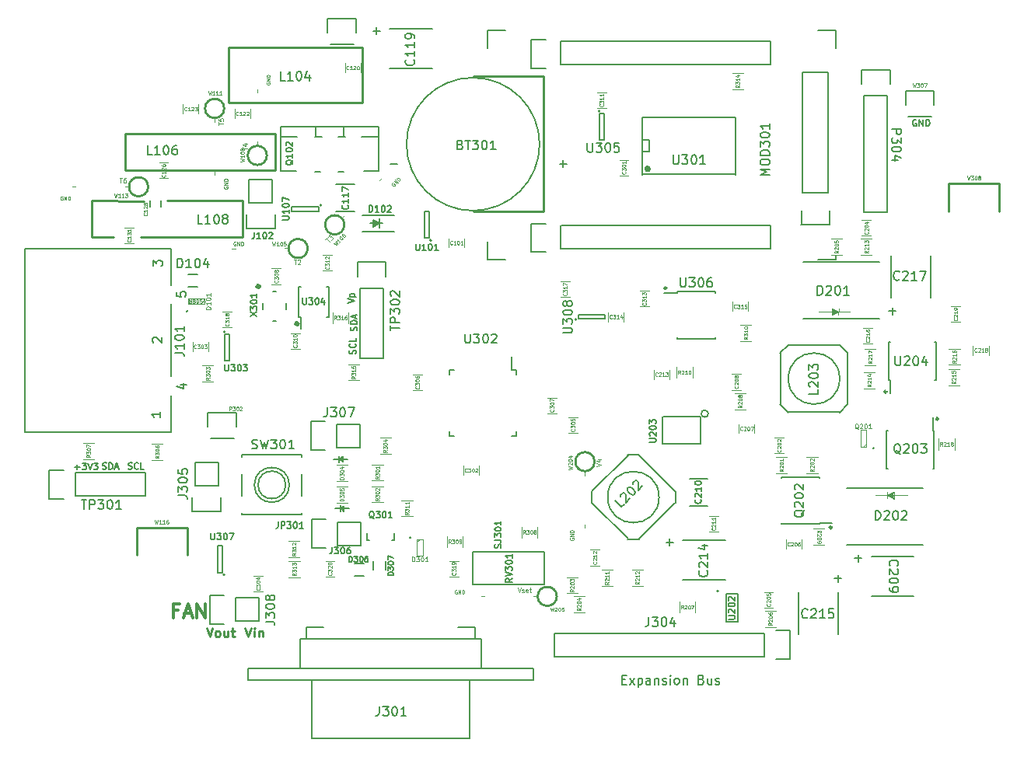
<source format=gto>
G04 #@! TF.GenerationSoftware,KiCad,Pcbnew,(5.1.9-0-10_14)*
G04 #@! TF.CreationDate,2022-03-28T09:33:05-04:00*
G04 #@! TF.ProjectId,FlexFox80,466c6578-466f-4783-9830-2e6b69636164,1.10*
G04 #@! TF.SameCoordinates,Original*
G04 #@! TF.FileFunction,Legend,Top*
G04 #@! TF.FilePolarity,Positive*
%FSLAX46Y46*%
G04 Gerber Fmt 4.6, Leading zero omitted, Abs format (unit mm)*
G04 Created by KiCad (PCBNEW (5.1.9-0-10_14)) date 2022-03-28 09:33:05*
%MOMM*%
%LPD*%
G01*
G04 APERTURE LIST*
%ADD10C,0.300000*%
%ADD11C,0.250000*%
%ADD12C,0.175000*%
%ADD13C,0.200000*%
%ADD14C,0.100000*%
%ADD15C,0.150000*%
%ADD16C,0.076200*%
%ADD17C,0.050000*%
%ADD18C,0.400000*%
%ADD19C,0.125000*%
G04 APERTURE END LIST*
D10*
X32945714Y-99432857D02*
X32445714Y-99432857D01*
X32445714Y-100218571D02*
X32445714Y-98718571D01*
X33160000Y-98718571D01*
X33660000Y-99790000D02*
X34374285Y-99790000D01*
X33517142Y-100218571D02*
X34017142Y-98718571D01*
X34517142Y-100218571D01*
X35017142Y-100218571D02*
X35017142Y-98718571D01*
X35874285Y-100218571D01*
X35874285Y-98718571D01*
D11*
X36046190Y-101332380D02*
X36379523Y-102332380D01*
X36712857Y-101332380D01*
X37189047Y-102332380D02*
X37093809Y-102284761D01*
X37046190Y-102237142D01*
X36998571Y-102141904D01*
X36998571Y-101856190D01*
X37046190Y-101760952D01*
X37093809Y-101713333D01*
X37189047Y-101665714D01*
X37331904Y-101665714D01*
X37427142Y-101713333D01*
X37474761Y-101760952D01*
X37522380Y-101856190D01*
X37522380Y-102141904D01*
X37474761Y-102237142D01*
X37427142Y-102284761D01*
X37331904Y-102332380D01*
X37189047Y-102332380D01*
X38379523Y-101665714D02*
X38379523Y-102332380D01*
X37950952Y-101665714D02*
X37950952Y-102189523D01*
X37998571Y-102284761D01*
X38093809Y-102332380D01*
X38236666Y-102332380D01*
X38331904Y-102284761D01*
X38379523Y-102237142D01*
X38712857Y-101665714D02*
X39093809Y-101665714D01*
X38855714Y-101332380D02*
X38855714Y-102189523D01*
X38903333Y-102284761D01*
X38998571Y-102332380D01*
X39093809Y-102332380D01*
X40256190Y-101332380D02*
X40589523Y-102332380D01*
X40922857Y-101332380D01*
X41256190Y-102332380D02*
X41256190Y-101665714D01*
X41256190Y-101332380D02*
X41208571Y-101380000D01*
X41256190Y-101427619D01*
X41303809Y-101380000D01*
X41256190Y-101332380D01*
X41256190Y-101427619D01*
X41732380Y-101665714D02*
X41732380Y-102332380D01*
X41732380Y-101760952D02*
X41780000Y-101713333D01*
X41875238Y-101665714D01*
X42018095Y-101665714D01*
X42113333Y-101713333D01*
X42160952Y-101808571D01*
X42160952Y-102332380D01*
D12*
X52403333Y-68970000D02*
X52436666Y-68870000D01*
X52436666Y-68703333D01*
X52403333Y-68636666D01*
X52370000Y-68603333D01*
X52303333Y-68570000D01*
X52236666Y-68570000D01*
X52170000Y-68603333D01*
X52136666Y-68636666D01*
X52103333Y-68703333D01*
X52070000Y-68836666D01*
X52036666Y-68903333D01*
X52003333Y-68936666D01*
X51936666Y-68970000D01*
X51870000Y-68970000D01*
X51803333Y-68936666D01*
X51770000Y-68903333D01*
X51736666Y-68836666D01*
X51736666Y-68670000D01*
X51770000Y-68570000D01*
X52436666Y-68270000D02*
X51736666Y-68270000D01*
X51736666Y-68103333D01*
X51770000Y-68003333D01*
X51836666Y-67936666D01*
X51903333Y-67903333D01*
X52036666Y-67870000D01*
X52136666Y-67870000D01*
X52270000Y-67903333D01*
X52336666Y-67936666D01*
X52403333Y-68003333D01*
X52436666Y-68103333D01*
X52436666Y-68270000D01*
X52236666Y-67603333D02*
X52236666Y-67270000D01*
X52436666Y-67670000D02*
X51736666Y-67436666D01*
X52436666Y-67203333D01*
X51436666Y-65960000D02*
X52136666Y-65726666D01*
X51436666Y-65493333D01*
X51670000Y-65260000D02*
X52370000Y-65260000D01*
X51703333Y-65260000D02*
X51670000Y-65193333D01*
X51670000Y-65060000D01*
X51703333Y-64993333D01*
X51736666Y-64960000D01*
X51803333Y-64926666D01*
X52003333Y-64926666D01*
X52070000Y-64960000D01*
X52103333Y-64993333D01*
X52136666Y-65060000D01*
X52136666Y-65193333D01*
X52103333Y-65260000D01*
X52273333Y-71493333D02*
X52306666Y-71393333D01*
X52306666Y-71226666D01*
X52273333Y-71160000D01*
X52240000Y-71126666D01*
X52173333Y-71093333D01*
X52106666Y-71093333D01*
X52040000Y-71126666D01*
X52006666Y-71160000D01*
X51973333Y-71226666D01*
X51940000Y-71360000D01*
X51906666Y-71426666D01*
X51873333Y-71460000D01*
X51806666Y-71493333D01*
X51740000Y-71493333D01*
X51673333Y-71460000D01*
X51640000Y-71426666D01*
X51606666Y-71360000D01*
X51606666Y-71193333D01*
X51640000Y-71093333D01*
X52240000Y-70393333D02*
X52273333Y-70426666D01*
X52306666Y-70526666D01*
X52306666Y-70593333D01*
X52273333Y-70693333D01*
X52206666Y-70760000D01*
X52140000Y-70793333D01*
X52006666Y-70826666D01*
X51906666Y-70826666D01*
X51773333Y-70793333D01*
X51706666Y-70760000D01*
X51640000Y-70693333D01*
X51606666Y-70593333D01*
X51606666Y-70526666D01*
X51640000Y-70426666D01*
X51673333Y-70393333D01*
X52306666Y-69760000D02*
X52306666Y-70093333D01*
X51606666Y-70093333D01*
D13*
X81328095Y-106978571D02*
X81661428Y-106978571D01*
X81804285Y-107502380D02*
X81328095Y-107502380D01*
X81328095Y-106502380D01*
X81804285Y-106502380D01*
X82137619Y-107502380D02*
X82661428Y-106835714D01*
X82137619Y-106835714D02*
X82661428Y-107502380D01*
X83042380Y-106835714D02*
X83042380Y-107835714D01*
X83042380Y-106883333D02*
X83137619Y-106835714D01*
X83328095Y-106835714D01*
X83423333Y-106883333D01*
X83470952Y-106930952D01*
X83518571Y-107026190D01*
X83518571Y-107311904D01*
X83470952Y-107407142D01*
X83423333Y-107454761D01*
X83328095Y-107502380D01*
X83137619Y-107502380D01*
X83042380Y-107454761D01*
X84375714Y-107502380D02*
X84375714Y-106978571D01*
X84328095Y-106883333D01*
X84232857Y-106835714D01*
X84042380Y-106835714D01*
X83947142Y-106883333D01*
X84375714Y-107454761D02*
X84280476Y-107502380D01*
X84042380Y-107502380D01*
X83947142Y-107454761D01*
X83899523Y-107359523D01*
X83899523Y-107264285D01*
X83947142Y-107169047D01*
X84042380Y-107121428D01*
X84280476Y-107121428D01*
X84375714Y-107073809D01*
X84851904Y-106835714D02*
X84851904Y-107502380D01*
X84851904Y-106930952D02*
X84899523Y-106883333D01*
X84994761Y-106835714D01*
X85137619Y-106835714D01*
X85232857Y-106883333D01*
X85280476Y-106978571D01*
X85280476Y-107502380D01*
X85709047Y-107454761D02*
X85804285Y-107502380D01*
X85994761Y-107502380D01*
X86090000Y-107454761D01*
X86137619Y-107359523D01*
X86137619Y-107311904D01*
X86090000Y-107216666D01*
X85994761Y-107169047D01*
X85851904Y-107169047D01*
X85756666Y-107121428D01*
X85709047Y-107026190D01*
X85709047Y-106978571D01*
X85756666Y-106883333D01*
X85851904Y-106835714D01*
X85994761Y-106835714D01*
X86090000Y-106883333D01*
X86566190Y-107502380D02*
X86566190Y-106835714D01*
X86566190Y-106502380D02*
X86518571Y-106550000D01*
X86566190Y-106597619D01*
X86613809Y-106550000D01*
X86566190Y-106502380D01*
X86566190Y-106597619D01*
X87185238Y-107502380D02*
X87090000Y-107454761D01*
X87042380Y-107407142D01*
X86994761Y-107311904D01*
X86994761Y-107026190D01*
X87042380Y-106930952D01*
X87090000Y-106883333D01*
X87185238Y-106835714D01*
X87328095Y-106835714D01*
X87423333Y-106883333D01*
X87470952Y-106930952D01*
X87518571Y-107026190D01*
X87518571Y-107311904D01*
X87470952Y-107407142D01*
X87423333Y-107454761D01*
X87328095Y-107502380D01*
X87185238Y-107502380D01*
X87947142Y-106835714D02*
X87947142Y-107502380D01*
X87947142Y-106930952D02*
X87994761Y-106883333D01*
X88090000Y-106835714D01*
X88232857Y-106835714D01*
X88328095Y-106883333D01*
X88375714Y-106978571D01*
X88375714Y-107502380D01*
X89947142Y-106978571D02*
X90090000Y-107026190D01*
X90137619Y-107073809D01*
X90185238Y-107169047D01*
X90185238Y-107311904D01*
X90137619Y-107407142D01*
X90090000Y-107454761D01*
X89994761Y-107502380D01*
X89613809Y-107502380D01*
X89613809Y-106502380D01*
X89947142Y-106502380D01*
X90042380Y-106550000D01*
X90090000Y-106597619D01*
X90137619Y-106692857D01*
X90137619Y-106788095D01*
X90090000Y-106883333D01*
X90042380Y-106930952D01*
X89947142Y-106978571D01*
X89613809Y-106978571D01*
X91042380Y-106835714D02*
X91042380Y-107502380D01*
X90613809Y-106835714D02*
X90613809Y-107359523D01*
X90661428Y-107454761D01*
X90756666Y-107502380D01*
X90899523Y-107502380D01*
X90994761Y-107454761D01*
X91042380Y-107407142D01*
X91470952Y-107454761D02*
X91566190Y-107502380D01*
X91756666Y-107502380D01*
X91851904Y-107454761D01*
X91899523Y-107359523D01*
X91899523Y-107311904D01*
X91851904Y-107216666D01*
X91756666Y-107169047D01*
X91613809Y-107169047D01*
X91518571Y-107121428D01*
X91470952Y-107026190D01*
X91470952Y-106978571D01*
X91518571Y-106883333D01*
X91613809Y-106835714D01*
X91756666Y-106835714D01*
X91851904Y-106883333D01*
D12*
X21716666Y-83820000D02*
X22250000Y-83820000D01*
X21983333Y-84086666D02*
X21983333Y-83553333D01*
X22516666Y-83386666D02*
X22950000Y-83386666D01*
X22716666Y-83653333D01*
X22816666Y-83653333D01*
X22883333Y-83686666D01*
X22916666Y-83720000D01*
X22950000Y-83786666D01*
X22950000Y-83953333D01*
X22916666Y-84020000D01*
X22883333Y-84053333D01*
X22816666Y-84086666D01*
X22616666Y-84086666D01*
X22550000Y-84053333D01*
X22516666Y-84020000D01*
X23150000Y-83386666D02*
X23383333Y-84086666D01*
X23616666Y-83386666D01*
X23783333Y-83386666D02*
X24216666Y-83386666D01*
X23983333Y-83653333D01*
X24083333Y-83653333D01*
X24150000Y-83686666D01*
X24183333Y-83720000D01*
X24216666Y-83786666D01*
X24216666Y-83953333D01*
X24183333Y-84020000D01*
X24150000Y-84053333D01*
X24083333Y-84086666D01*
X23883333Y-84086666D01*
X23816666Y-84053333D01*
X23783333Y-84020000D01*
X27526666Y-84013333D02*
X27626666Y-84046666D01*
X27793333Y-84046666D01*
X27860000Y-84013333D01*
X27893333Y-83980000D01*
X27926666Y-83913333D01*
X27926666Y-83846666D01*
X27893333Y-83780000D01*
X27860000Y-83746666D01*
X27793333Y-83713333D01*
X27660000Y-83680000D01*
X27593333Y-83646666D01*
X27560000Y-83613333D01*
X27526666Y-83546666D01*
X27526666Y-83480000D01*
X27560000Y-83413333D01*
X27593333Y-83380000D01*
X27660000Y-83346666D01*
X27826666Y-83346666D01*
X27926666Y-83380000D01*
X28626666Y-83980000D02*
X28593333Y-84013333D01*
X28493333Y-84046666D01*
X28426666Y-84046666D01*
X28326666Y-84013333D01*
X28260000Y-83946666D01*
X28226666Y-83880000D01*
X28193333Y-83746666D01*
X28193333Y-83646666D01*
X28226666Y-83513333D01*
X28260000Y-83446666D01*
X28326666Y-83380000D01*
X28426666Y-83346666D01*
X28493333Y-83346666D01*
X28593333Y-83380000D01*
X28626666Y-83413333D01*
X29260000Y-84046666D02*
X28926666Y-84046666D01*
X28926666Y-83346666D01*
X24740000Y-84033333D02*
X24840000Y-84066666D01*
X25006666Y-84066666D01*
X25073333Y-84033333D01*
X25106666Y-84000000D01*
X25140000Y-83933333D01*
X25140000Y-83866666D01*
X25106666Y-83800000D01*
X25073333Y-83766666D01*
X25006666Y-83733333D01*
X24873333Y-83700000D01*
X24806666Y-83666666D01*
X24773333Y-83633333D01*
X24740000Y-83566666D01*
X24740000Y-83500000D01*
X24773333Y-83433333D01*
X24806666Y-83400000D01*
X24873333Y-83366666D01*
X25040000Y-83366666D01*
X25140000Y-83400000D01*
X25440000Y-84066666D02*
X25440000Y-83366666D01*
X25606666Y-83366666D01*
X25706666Y-83400000D01*
X25773333Y-83466666D01*
X25806666Y-83533333D01*
X25840000Y-83666666D01*
X25840000Y-83766666D01*
X25806666Y-83900000D01*
X25773333Y-83966666D01*
X25706666Y-84033333D01*
X25606666Y-84066666D01*
X25440000Y-84066666D01*
X26106666Y-83866666D02*
X26440000Y-83866666D01*
X26040000Y-84066666D02*
X26273333Y-83366666D01*
X26506666Y-84066666D01*
X113336666Y-46030000D02*
X113270000Y-45996666D01*
X113170000Y-45996666D01*
X113070000Y-46030000D01*
X113003333Y-46096666D01*
X112970000Y-46163333D01*
X112936666Y-46296666D01*
X112936666Y-46396666D01*
X112970000Y-46530000D01*
X113003333Y-46596666D01*
X113070000Y-46663333D01*
X113170000Y-46696666D01*
X113236666Y-46696666D01*
X113336666Y-46663333D01*
X113370000Y-46630000D01*
X113370000Y-46396666D01*
X113236666Y-46396666D01*
X113670000Y-46696666D02*
X113670000Y-45996666D01*
X114070000Y-46696666D01*
X114070000Y-45996666D01*
X114403333Y-46696666D02*
X114403333Y-45996666D01*
X114570000Y-45996666D01*
X114670000Y-46030000D01*
X114736666Y-46096666D01*
X114770000Y-46163333D01*
X114803333Y-46296666D01*
X114803333Y-46396666D01*
X114770000Y-46530000D01*
X114736666Y-46596666D01*
X114670000Y-46663333D01*
X114570000Y-46696666D01*
X114403333Y-46696666D01*
D14*
X51400000Y-87705000D02*
X50200000Y-87705000D01*
X50200000Y-85955000D02*
X51400000Y-85955000D01*
D15*
X50720000Y-88340000D02*
X51020000Y-88060000D01*
X51020000Y-88060000D02*
X51020000Y-88660000D01*
X51020000Y-88660000D02*
X50720000Y-88340000D01*
X50620000Y-88000000D02*
X50620000Y-88670000D01*
X50020000Y-88360000D02*
X51540000Y-88360000D01*
D11*
X50983246Y-88350000D02*
G75*
G03*
X50983246Y-88350000I-63246J0D01*
G01*
D14*
X51400000Y-85355000D02*
X50200000Y-85355000D01*
X50200000Y-83605000D02*
X51400000Y-83605000D01*
D15*
X50560000Y-82960000D02*
X50860000Y-82680000D01*
X50860000Y-82680000D02*
X50860000Y-83280000D01*
X50860000Y-83280000D02*
X50560000Y-82960000D01*
X50460000Y-82620000D02*
X50460000Y-83290000D01*
X49860000Y-82980000D02*
X51380000Y-82980000D01*
D11*
X50823246Y-82970000D02*
G75*
G03*
X50823246Y-82970000I-63246J0D01*
G01*
D16*
X59280000Y-91680840D02*
X58980280Y-91980560D01*
X59579720Y-91680840D02*
X59579720Y-93479160D01*
X59579720Y-93479160D02*
X58980280Y-93479160D01*
X58980280Y-93479160D02*
X58980280Y-91680840D01*
X58980280Y-91680840D02*
X59579720Y-91680840D01*
D11*
X58241231Y-91520000D02*
G75*
G03*
X58241231Y-91520000I-41231J0D01*
G01*
D16*
X34050840Y-65770000D02*
X34350560Y-66069720D01*
X34050840Y-65470280D02*
X35849160Y-65470280D01*
X35849160Y-65470280D02*
X35849160Y-66069720D01*
X35849160Y-66069720D02*
X34050840Y-66069720D01*
X34050840Y-66069720D02*
X34050840Y-65470280D01*
D11*
X33931231Y-66850000D02*
G75*
G03*
X33931231Y-66850000I-41231J0D01*
G01*
D15*
X89820000Y-81330000D02*
X85780000Y-81330000D01*
X85730000Y-81330000D02*
X85730000Y-78330000D01*
X85780000Y-78330000D02*
X89820000Y-78330000D01*
X89820000Y-78330000D02*
X89820000Y-81330000D01*
X90682900Y-78013900D02*
G75*
G03*
X90682900Y-78013900I-381000J0D01*
G01*
D11*
X116840000Y-55940000D02*
X116840000Y-52940000D01*
X116840000Y-52940000D02*
X122290000Y-52940000D01*
X122340000Y-52940000D02*
X122340000Y-55940000D01*
D15*
X92655000Y-100694000D02*
X93925000Y-100694000D01*
X92655000Y-97646000D02*
X93925000Y-97646000D01*
X91820000Y-97343000D02*
G75*
G03*
X91820000Y-97343000I-100000J0D01*
G01*
X93921000Y-100620000D02*
X93921000Y-97720000D01*
X92659000Y-97720000D02*
X92659000Y-100620000D01*
D17*
X84399000Y-51336500D02*
G75*
G03*
X84399000Y-51336500I-317500J0D01*
G01*
D15*
X93670000Y-51908000D02*
X83510000Y-51908000D01*
X83510000Y-51971500D02*
X83510000Y-45748500D01*
X83510000Y-45748500D02*
X93670000Y-45748500D01*
X93670000Y-45748500D02*
X93670000Y-51971500D01*
X83510000Y-48225000D02*
X84272000Y-48225000D01*
X84272000Y-48225000D02*
X84272000Y-49495000D01*
X84272000Y-49495000D02*
X83510000Y-49495000D01*
D11*
X84302237Y-51360000D02*
G75*
G03*
X84302237Y-51360000I-202237J0D01*
G01*
X84160623Y-51330000D02*
G75*
G03*
X84160623Y-51330000I-80623J0D01*
G01*
D15*
X102765000Y-89900000D02*
X104165000Y-89900000D01*
X102765000Y-84895000D02*
X98615000Y-84895000D01*
X102765000Y-90045000D02*
X98615000Y-90045000D01*
X102765000Y-84895000D02*
X102765000Y-85040000D01*
X98615000Y-84895000D02*
X98615000Y-85040000D01*
X98615000Y-90045000D02*
X98615000Y-89900000D01*
X102765000Y-90045000D02*
X102765000Y-89900000D01*
D11*
X104150384Y-90400000D02*
G75*
G03*
X104150384Y-90400000I-130384J0D01*
G01*
X108671231Y-81770000D02*
G75*
G03*
X108671231Y-81770000I-41231J0D01*
G01*
D16*
X107849720Y-81609160D02*
X107250280Y-81609160D01*
X107849720Y-79810840D02*
X107849720Y-81609160D01*
X107250280Y-79810840D02*
X107849720Y-79810840D01*
X107250280Y-81609160D02*
X107250280Y-79810840D01*
X107550000Y-81609160D02*
X107849720Y-81309440D01*
D14*
X109364600Y-86885100D02*
X108920100Y-86885100D01*
X110533000Y-86859700D02*
X110863200Y-87189900D01*
X110342500Y-86961300D02*
X110850500Y-86643800D01*
X110431400Y-86847000D02*
X110799700Y-86694600D01*
X110799700Y-86694600D02*
X110799700Y-87126400D01*
X110799700Y-87126400D02*
X110444100Y-86910500D01*
X110444100Y-86910500D02*
X110799700Y-86796200D01*
X110799700Y-86796200D02*
X110799700Y-87126400D01*
X110799700Y-87126400D02*
X110647300Y-86910500D01*
X110647300Y-86910500D02*
X110888600Y-87037500D01*
X110875900Y-86580300D02*
X110164700Y-86885100D01*
X110164700Y-86885100D02*
X110888600Y-87266100D01*
X110888600Y-87266100D02*
X110901300Y-86593000D01*
X110888600Y-87253400D02*
X110215500Y-86897800D01*
X110888600Y-86567600D02*
X110888600Y-87228000D01*
X110240900Y-86885100D02*
X110888600Y-86567600D01*
X110177400Y-86567600D02*
X110164700Y-87228000D01*
X109364600Y-86885100D02*
X112361800Y-86885100D01*
D15*
X114050000Y-92340000D02*
X105750000Y-92340000D01*
X105750000Y-86140000D02*
X114050000Y-86140000D01*
X109290000Y-67680000D02*
X100990000Y-67680000D01*
X100990000Y-61480000D02*
X109290000Y-61480000D01*
D14*
X105675400Y-66934900D02*
X102678200Y-66934900D01*
X104862600Y-67252400D02*
X104875300Y-66592000D01*
X104799100Y-66934900D02*
X104151400Y-67252400D01*
X104151400Y-67252400D02*
X104151400Y-66592000D01*
X104151400Y-66566600D02*
X104824500Y-66922200D01*
X104151400Y-66553900D02*
X104138700Y-67227000D01*
X104875300Y-66934900D02*
X104151400Y-66553900D01*
X104164100Y-67239700D02*
X104875300Y-66934900D01*
X104392700Y-66909500D02*
X104151400Y-66782500D01*
X104240300Y-66693600D02*
X104392700Y-66909500D01*
X104240300Y-67023800D02*
X104240300Y-66693600D01*
X104595900Y-66909500D02*
X104240300Y-67023800D01*
X104240300Y-66693600D02*
X104595900Y-66909500D01*
X104240300Y-67125400D02*
X104240300Y-66693600D01*
X104608600Y-66973000D02*
X104240300Y-67125400D01*
X104697500Y-66858700D02*
X104189500Y-67176200D01*
X104507000Y-66960300D02*
X104176800Y-66630100D01*
X105675400Y-66934900D02*
X106119900Y-66934900D01*
D15*
X78890000Y-45040000D02*
G75*
G03*
X78890000Y-45040000I-100000J0D01*
G01*
X79340000Y-45290000D02*
X78840000Y-45290000D01*
X79340000Y-48190000D02*
X79340000Y-45290000D01*
X78840000Y-48190000D02*
X79340000Y-48190000D01*
X78840000Y-45290000D02*
X78840000Y-48190000D01*
X44690000Y-65940000D02*
X44690000Y-66640000D01*
X42190000Y-65940000D02*
X42190000Y-66640000D01*
X43640000Y-64690000D02*
X43240000Y-64690000D01*
X43640000Y-67890000D02*
X43240000Y-67890000D01*
D18*
X41813417Y-64150000D02*
G75*
G03*
X41813417Y-64150000I-133417J0D01*
G01*
D15*
X38020000Y-69360000D02*
X38020000Y-72260000D01*
X38020000Y-72260000D02*
X38520000Y-72260000D01*
X38520000Y-72260000D02*
X38520000Y-69360000D01*
X38520000Y-69360000D02*
X38020000Y-69360000D01*
X38070000Y-69110000D02*
G75*
G03*
X38070000Y-69110000I-100000J0D01*
G01*
X76510000Y-67700000D02*
X79410000Y-67700000D01*
X79410000Y-67700000D02*
X79410000Y-67200000D01*
X79410000Y-67200000D02*
X76510000Y-67200000D01*
X76510000Y-67200000D02*
X76510000Y-67700000D01*
X76360000Y-67750000D02*
G75*
G03*
X76360000Y-67750000I-100000J0D01*
G01*
X56520000Y-58190000D02*
X52980000Y-58190000D01*
X56520000Y-56390000D02*
X52980000Y-56390000D01*
X54837500Y-57798000D02*
X54837500Y-56782000D01*
X54202500Y-56909000D02*
X54837500Y-57290000D01*
X54202500Y-57671000D02*
X54202500Y-56909000D01*
X54837500Y-57290000D02*
X54202500Y-57671000D01*
X55218500Y-57290000D02*
X54837500Y-57290000D01*
X54202500Y-57290000D02*
X53821500Y-57290000D01*
D11*
X54584868Y-57290000D02*
G75*
G03*
X54584868Y-57290000I-94868J0D01*
G01*
X54378310Y-57440000D02*
G75*
G03*
X54378310Y-57440000I-58310J0D01*
G01*
X54378310Y-57110000D02*
G75*
G03*
X54378310Y-57110000I-58310J0D01*
G01*
D13*
X72313590Y-48650800D02*
G75*
G03*
X72313590Y-48650800I-7244390J0D01*
G01*
D11*
X65120000Y-55940000D02*
X72720000Y-55940000D01*
X72720000Y-55940000D02*
X72720000Y-41260000D01*
X72720000Y-41260000D02*
X65120000Y-41260000D01*
D15*
X110480000Y-74375000D02*
X110480000Y-75775000D01*
X115485000Y-74375000D02*
X115485000Y-70225000D01*
X110335000Y-74375000D02*
X110335000Y-70225000D01*
X115485000Y-74375000D02*
X115340000Y-74375000D01*
X115485000Y-70225000D02*
X115340000Y-70225000D01*
X110335000Y-70225000D02*
X110480000Y-70225000D01*
X110335000Y-74375000D02*
X110480000Y-74375000D01*
D11*
X110110384Y-75630000D02*
G75*
G03*
X110110384Y-75630000I-130384J0D01*
G01*
D15*
X103740000Y-53840000D02*
X103740000Y-40840000D01*
X103740000Y-40840000D02*
X100910000Y-40840000D01*
X100910000Y-40840000D02*
X100910000Y-53840000D01*
X66610000Y-59240000D02*
X66610000Y-61240000D01*
X104610000Y-60740000D02*
X104610000Y-61240000D01*
X68610000Y-61240000D02*
X66610000Y-61240000D01*
X68610000Y-36240000D02*
X66610000Y-36240000D01*
X100803550Y-57419850D02*
X103903550Y-57419850D01*
X100816250Y-57420450D02*
X100816250Y-55870450D01*
X103740000Y-53927950D02*
X100910000Y-53927950D01*
X103910000Y-55870450D02*
X103910000Y-57420450D01*
X97490000Y-39940000D02*
X74610000Y-39940000D01*
X74610000Y-39940000D02*
X74610000Y-37440000D01*
X74610000Y-37440000D02*
X97490000Y-37440000D01*
X73010000Y-40410000D02*
X71410000Y-40410000D01*
X97490000Y-39940000D02*
X97490000Y-37440000D01*
X71410000Y-37240000D02*
X73010000Y-37240000D01*
X71410000Y-37240000D02*
X71410000Y-40410000D01*
X97490000Y-60040000D02*
X74610000Y-60040000D01*
X74610000Y-60040000D02*
X74610000Y-57540000D01*
X74651700Y-57540000D02*
X97490000Y-57540000D01*
X73010000Y-60340000D02*
X71410000Y-60340000D01*
X97490000Y-60040000D02*
X97490000Y-57540000D01*
X71410000Y-57340000D02*
X73010000Y-57340000D01*
X71410000Y-57340000D02*
X71410000Y-60340000D01*
X104610000Y-36240000D02*
X102610000Y-36240000D01*
X104610000Y-36240000D02*
X104610000Y-38240000D01*
X104610000Y-61240000D02*
X102610000Y-61240000D01*
X66610000Y-36240000D02*
X66610000Y-38240000D01*
X104994000Y-74190000D02*
G75*
G03*
X104994000Y-74190000I-2794000J0D01*
G01*
X105850000Y-76990000D02*
X105850000Y-71390000D01*
X105000000Y-77840000D02*
X99400000Y-77840000D01*
X98550000Y-76990000D02*
X98550000Y-71390000D01*
X105000000Y-70540000D02*
X99400000Y-70540000D01*
X105883000Y-76984000D02*
X104994000Y-77873000D01*
X99406000Y-77873000D02*
X98517000Y-76984000D01*
X105883000Y-71396000D02*
X104994000Y-70507000D01*
X98517000Y-71396000D02*
X99406000Y-70507000D01*
X85324000Y-87100000D02*
G75*
G03*
X85324000Y-87100000I-2794000J0D01*
G01*
X81928959Y-82539161D02*
X77969161Y-86498959D01*
X83131041Y-82539161D02*
X87090839Y-86498959D01*
X87090839Y-87701041D02*
X83131041Y-91660839D01*
X77969161Y-87701041D02*
X81928959Y-91660839D01*
X81901382Y-82520069D02*
X83158618Y-82520069D01*
X87109931Y-86471382D02*
X87109931Y-87728618D01*
X77950069Y-86471382D02*
X77950069Y-87728618D01*
X83158618Y-91679931D02*
X81901382Y-91679931D01*
X31060000Y-54780000D02*
X31060000Y-55480000D01*
X29860000Y-55480000D02*
X29860000Y-54780000D01*
X69765000Y-73215000D02*
X69240000Y-73215000D01*
X69765000Y-80465000D02*
X69240000Y-80465000D01*
X62515000Y-80465000D02*
X63040000Y-80465000D01*
X62515000Y-73215000D02*
X63040000Y-73215000D01*
X69765000Y-73215000D02*
X69765000Y-73740000D01*
X62515000Y-73215000D02*
X62515000Y-73740000D01*
X62515000Y-80465000D02*
X62515000Y-79940000D01*
X69765000Y-80465000D02*
X69765000Y-79940000D01*
X69240000Y-73215000D02*
X69240000Y-71840000D01*
X115120000Y-79835000D02*
X115120000Y-78435000D01*
X110115000Y-79835000D02*
X110115000Y-83985000D01*
X115265000Y-79835000D02*
X115265000Y-83985000D01*
X110115000Y-79835000D02*
X110260000Y-79835000D01*
X110115000Y-83985000D02*
X110260000Y-83985000D01*
X115265000Y-83985000D02*
X115120000Y-83985000D01*
X115265000Y-79835000D02*
X115120000Y-79835000D01*
D11*
X115750384Y-78580000D02*
G75*
G03*
X115750384Y-78580000I-130384J0D01*
G01*
X31760000Y-54810000D02*
X39960000Y-54810000D01*
X39960000Y-54810000D02*
X39960000Y-58810000D01*
X25880000Y-58810000D02*
X23560000Y-58810000D01*
X23560000Y-58810000D02*
X23560000Y-54810000D01*
X23560000Y-54810000D02*
X29210000Y-54840000D01*
X39960000Y-58810000D02*
X28900000Y-58770000D01*
D15*
X46335000Y-67535000D02*
X46335000Y-68760000D01*
X49385000Y-67535000D02*
X49385000Y-64185000D01*
X46035000Y-67535000D02*
X46035000Y-64185000D01*
X49385000Y-67535000D02*
X49085000Y-67535000D01*
X49385000Y-64185000D02*
X49085000Y-64185000D01*
X46035000Y-64185000D02*
X46335000Y-64185000D01*
X46035000Y-67535000D02*
X46335000Y-67535000D01*
D18*
X46003693Y-68220000D02*
G75*
G03*
X46003693Y-68220000I-123693J0D01*
G01*
D15*
X65040000Y-93040000D02*
X65040000Y-96640000D01*
X72840000Y-93040000D02*
X65040000Y-93040000D01*
X72840000Y-96640000D02*
X72840000Y-93040000D01*
X65040000Y-96640000D02*
X72840000Y-96640000D01*
D11*
X28430000Y-93400000D02*
X28430000Y-90400000D01*
X28430000Y-90400000D02*
X33880000Y-90400000D01*
X33930000Y-90400000D02*
X33930000Y-93400000D01*
D14*
X54850358Y-52599642D02*
X55110785Y-52339215D01*
X50818223Y-56667698D02*
X51078650Y-56407271D01*
D11*
X51048143Y-57440000D02*
G75*
G03*
X51048143Y-57440000I-1038143J0D01*
G01*
D15*
X39300000Y-77870000D02*
X39300000Y-79420000D01*
X36200000Y-79420000D02*
X36200000Y-77870000D01*
X36200000Y-77870000D02*
X39300000Y-77870000D01*
X36480000Y-80690000D02*
X39020000Y-80690000D01*
X54834000Y-47885000D02*
X52929000Y-47885000D01*
X50389000Y-47885000D02*
X51151000Y-47885000D01*
X47976000Y-47885000D02*
X47849000Y-47885000D01*
X47976000Y-47885000D02*
X48611000Y-47885000D01*
X44166000Y-47885000D02*
X45944000Y-47885000D01*
X44166000Y-51568000D02*
X45817000Y-51568000D01*
X48484000Y-51695000D02*
X47849000Y-51695000D01*
X51024000Y-51695000D02*
X50389000Y-51695000D01*
X54834000Y-51568000D02*
X53183000Y-51568000D01*
X47976000Y-46742000D02*
X47976000Y-47885000D01*
X51024000Y-46742000D02*
X51024000Y-47885000D01*
X54834000Y-47885000D02*
X54834000Y-51568000D01*
X44166000Y-51568000D02*
X44166000Y-47885000D01*
X54834000Y-46742000D02*
X54834000Y-47885000D01*
X44166000Y-47885000D02*
X44166000Y-46742000D01*
X49500000Y-46742000D02*
X44166000Y-46742000D01*
X49500000Y-46742000D02*
X54834000Y-46742000D01*
X115260000Y-42830000D02*
X115260000Y-44380000D01*
X112160000Y-44380000D02*
X112160000Y-42830000D01*
X112160000Y-42830000D02*
X115260000Y-42830000D01*
X112440000Y-45650000D02*
X114980000Y-45650000D01*
X52340000Y-34970000D02*
X52340000Y-36520000D01*
X49240000Y-36520000D02*
X49240000Y-34970000D01*
X49240000Y-34970000D02*
X52340000Y-34970000D01*
X49520000Y-37790000D02*
X52060000Y-37790000D01*
D14*
X77260000Y-90085300D02*
X77260000Y-90453600D01*
X77234600Y-84357600D02*
X77234600Y-84725900D01*
D11*
X78298142Y-83240000D02*
G75*
G03*
X78298142Y-83240000I-1038142J0D01*
G01*
D14*
X39174700Y-60020000D02*
X38806400Y-60020000D01*
X44902400Y-59994600D02*
X44534100Y-59994600D01*
D11*
X47058142Y-60020000D02*
G75*
G03*
X47058142Y-60020000I-1038142J0D01*
G01*
D14*
X36930000Y-51605300D02*
X36930000Y-51973600D01*
X36904600Y-45877600D02*
X36904600Y-46245900D01*
D11*
X37968142Y-44760000D02*
G75*
G03*
X37968142Y-44760000I-1038142J0D01*
G01*
D14*
X21804700Y-53290000D02*
X21436400Y-53290000D01*
X27532400Y-53264600D02*
X27164100Y-53264600D01*
D11*
X29688142Y-53290000D02*
G75*
G03*
X29688142Y-53290000I-1038142J0D01*
G01*
D14*
X41580000Y-43034700D02*
X41580000Y-42666400D01*
X41605400Y-48762400D02*
X41605400Y-48394100D01*
D11*
X42618142Y-49880000D02*
G75*
G03*
X42618142Y-49880000I-1038142J0D01*
G01*
D14*
X66304700Y-97910000D02*
X65936400Y-97910000D01*
X72032400Y-97884600D02*
X71664100Y-97884600D01*
D11*
X74188142Y-97910000D02*
G75*
G03*
X74188142Y-97910000I-1038142J0D01*
G01*
X45740000Y-38150000D02*
X53040000Y-38150000D01*
X53040000Y-38150000D02*
X53040000Y-44150000D01*
X53040000Y-44150000D02*
X38440000Y-44150000D01*
X38440000Y-44150000D02*
X38440000Y-38150000D01*
X38440000Y-38150000D02*
X45740000Y-38150000D01*
X35360000Y-47490000D02*
X43560000Y-47490000D01*
X43560000Y-47490000D02*
X43560000Y-51490000D01*
X43560000Y-51490000D02*
X27160000Y-51490000D01*
X27160000Y-51490000D02*
X27160000Y-47490000D01*
X27160000Y-47490000D02*
X35360000Y-47490000D01*
D15*
X52170000Y-53045000D02*
X50170000Y-53045000D01*
X50170000Y-55995000D02*
X52170000Y-55995000D01*
X56000000Y-40420000D02*
X60600000Y-40420000D01*
X60600000Y-36120000D02*
X56000000Y-36120000D01*
D14*
X52820000Y-40840000D02*
X52820000Y-39840000D01*
X51120000Y-39840000D02*
X51120000Y-40840000D01*
X40800000Y-45830000D02*
X40800000Y-44830000D01*
X39100000Y-44830000D02*
X39100000Y-45830000D01*
X33490000Y-44330000D02*
X33490000Y-45330000D01*
X35190000Y-45330000D02*
X35190000Y-44330000D01*
X30880000Y-52380000D02*
X31880000Y-52380000D01*
X31880000Y-50680000D02*
X30880000Y-50680000D01*
X28140000Y-57760000D02*
X27140000Y-57760000D01*
X27140000Y-59460000D02*
X28140000Y-59460000D01*
X98920000Y-80650000D02*
X97920000Y-80650000D01*
X97920000Y-82350000D02*
X98920000Y-82350000D01*
X108410000Y-56930000D02*
X107410000Y-56930000D01*
X107410000Y-58630000D02*
X108410000Y-58630000D01*
X97760000Y-97430000D02*
X96760000Y-97430000D01*
X96760000Y-99130000D02*
X97760000Y-99130000D01*
X99150000Y-91740000D02*
X99150000Y-92740000D01*
X100850000Y-92740000D02*
X100850000Y-91740000D01*
X95710000Y-80140000D02*
X95710000Y-79140000D01*
X94010000Y-79140000D02*
X94010000Y-80140000D01*
X93260000Y-75410000D02*
X94260000Y-75410000D01*
X94260000Y-73710000D02*
X93260000Y-73710000D01*
D15*
X108450000Y-97880000D02*
X113050000Y-97880000D01*
X113050000Y-93580000D02*
X108450000Y-93580000D01*
X88630000Y-88075000D02*
X90630000Y-88075000D01*
X90630000Y-85125000D02*
X88630000Y-85125000D01*
D14*
X91780000Y-89180000D02*
X90780000Y-89180000D01*
X90780000Y-90880000D02*
X91780000Y-90880000D01*
X77840000Y-94550000D02*
X78840000Y-94550000D01*
X78840000Y-92850000D02*
X77840000Y-92850000D01*
X86450000Y-74230000D02*
X86450000Y-73230000D01*
X84750000Y-73230000D02*
X84750000Y-74230000D01*
D15*
X92520000Y-91830000D02*
X87920000Y-91830000D01*
X87920000Y-96130000D02*
X92520000Y-96130000D01*
X100530000Y-97440000D02*
X100530000Y-102040000D01*
X104830000Y-102040000D02*
X104830000Y-97440000D01*
D14*
X108560000Y-68680000D02*
X107560000Y-68680000D01*
X107560000Y-70380000D02*
X108560000Y-70380000D01*
D15*
X110570000Y-60770000D02*
X110570000Y-65370000D01*
X114870000Y-65370000D02*
X114870000Y-60770000D01*
D14*
X119520000Y-70600000D02*
X119520000Y-71600000D01*
X121220000Y-71600000D02*
X121220000Y-70600000D01*
X117140000Y-68020000D02*
X118140000Y-68020000D01*
X118140000Y-66320000D02*
X117140000Y-66320000D01*
X81000000Y-52050000D02*
X82000000Y-52050000D01*
X82000000Y-50350000D02*
X81000000Y-50350000D01*
X65730000Y-84690000D02*
X65730000Y-83690000D01*
X64030000Y-83690000D02*
X64030000Y-84690000D01*
X34520000Y-70210000D02*
X34520000Y-71210000D01*
X36220000Y-71210000D02*
X36220000Y-70210000D01*
X75450000Y-80090000D02*
X76450000Y-80090000D01*
X76450000Y-78390000D02*
X75450000Y-78390000D01*
X58530000Y-75450000D02*
X59530000Y-75450000D01*
X59530000Y-73750000D02*
X58530000Y-73750000D01*
X73170000Y-77960000D02*
X74170000Y-77960000D01*
X74170000Y-76260000D02*
X73170000Y-76260000D01*
X43150000Y-63900000D02*
X44150000Y-63900000D01*
X44150000Y-62200000D02*
X43150000Y-62200000D01*
X46200000Y-69240000D02*
X45200000Y-69240000D01*
X45200000Y-70940000D02*
X46200000Y-70940000D01*
X78580000Y-44720000D02*
X79580000Y-44720000D01*
X79580000Y-43020000D02*
X78580000Y-43020000D01*
X48710000Y-62440000D02*
X49710000Y-62440000D01*
X49710000Y-60740000D02*
X48710000Y-60740000D01*
X83230000Y-66350000D02*
X84230000Y-66350000D01*
X84230000Y-64650000D02*
X83230000Y-64650000D01*
X81490000Y-67970000D02*
X81490000Y-66970000D01*
X79790000Y-66970000D02*
X79790000Y-67970000D01*
X93330000Y-65840000D02*
X93330000Y-66840000D01*
X95030000Y-66840000D02*
X95030000Y-65840000D01*
X74600000Y-65310000D02*
X75600000Y-65310000D01*
X75600000Y-63610000D02*
X74600000Y-63610000D01*
X38800000Y-66920000D02*
X37800000Y-66920000D01*
X37800000Y-68620000D02*
X38800000Y-68620000D01*
X62490000Y-95750000D02*
X63490000Y-95750000D01*
X63490000Y-94050000D02*
X62490000Y-94050000D01*
X50000000Y-94060000D02*
X49000000Y-94060000D01*
X49000000Y-95760000D02*
X50000000Y-95760000D01*
D15*
X53180000Y-95695000D02*
X52180000Y-95695000D01*
X52180000Y-94345000D02*
X53180000Y-94345000D01*
X54225000Y-95050000D02*
X54225000Y-94050000D01*
X55575000Y-94050000D02*
X55575000Y-95050000D01*
X32219000Y-60020000D02*
X32219000Y-63980500D01*
X32219000Y-60020000D02*
X16292000Y-60020000D01*
X16292000Y-60020000D02*
X16292000Y-80020000D01*
X32219000Y-80020000D02*
X16292000Y-80020000D01*
X32219000Y-66076000D02*
X32219000Y-73950000D01*
X32219000Y-76060000D02*
X32219000Y-80020000D01*
X64669000Y-113375000D02*
X47524000Y-113375000D01*
X46889000Y-102580000D02*
X65304000Y-102580000D01*
X46254000Y-102580000D02*
X46889000Y-102580000D01*
X46254000Y-105755000D02*
X65939000Y-105755000D01*
X40539000Y-105755000D02*
X46254000Y-105755000D01*
X71654000Y-107025000D02*
X40539000Y-107025000D01*
X47524000Y-107025000D02*
X47524000Y-113375000D01*
X40539000Y-105755000D02*
X40539000Y-107025000D01*
X46254000Y-102580000D02*
X46254000Y-105755000D01*
X48794000Y-101310000D02*
X46889000Y-101310000D01*
X46889000Y-101310000D02*
X46889000Y-102580000D01*
X64669000Y-107025000D02*
X64669000Y-113375000D01*
X65939000Y-105755000D02*
X71654000Y-105755000D01*
X71654000Y-105755000D02*
X71654000Y-107025000D01*
X65304000Y-102580000D02*
X65939000Y-102580000D01*
X65939000Y-102580000D02*
X65939000Y-105755000D01*
X63399000Y-101310000D02*
X65304000Y-101310000D01*
X65304000Y-101310000D02*
X65304000Y-102580000D01*
X53720840Y-91770240D02*
X53769100Y-91770240D01*
X56519820Y-91069200D02*
X56519820Y-91770240D01*
X56519820Y-91770240D02*
X56270900Y-91770240D01*
X53720840Y-91770240D02*
X53520180Y-91770240D01*
X53520180Y-91770240D02*
X53520180Y-91069200D01*
D14*
X98070000Y-82745000D02*
X99270000Y-82745000D01*
X99270000Y-84495000D02*
X98070000Y-84495000D01*
X102600000Y-84495000D02*
X101400000Y-84495000D01*
X101400000Y-82745000D02*
X102600000Y-82745000D01*
X76480000Y-97575000D02*
X75280000Y-97575000D01*
X75280000Y-95825000D02*
X76480000Y-95825000D01*
X76010000Y-97885000D02*
X77210000Y-97885000D01*
X77210000Y-99635000D02*
X76010000Y-99635000D01*
X104050000Y-58955000D02*
X105250000Y-58955000D01*
X105250000Y-60705000D02*
X104050000Y-60705000D01*
X87535000Y-99700000D02*
X87535000Y-98500000D01*
X89285000Y-98500000D02*
X89285000Y-99700000D01*
X93560000Y-75795000D02*
X94760000Y-75795000D01*
X94760000Y-77545000D02*
X93560000Y-77545000D01*
X103330000Y-92295000D02*
X102130000Y-92295000D01*
X102130000Y-90545000D02*
X103330000Y-90545000D01*
X87215000Y-74120000D02*
X87215000Y-72920000D01*
X88965000Y-72920000D02*
X88965000Y-74120000D01*
X80270000Y-96785000D02*
X79070000Y-96785000D01*
X79070000Y-95035000D02*
X80270000Y-95035000D01*
X82370000Y-95015000D02*
X83570000Y-95015000D01*
X83570000Y-96765000D02*
X82370000Y-96765000D01*
X108510000Y-60705000D02*
X107310000Y-60705000D01*
X107310000Y-58955000D02*
X108510000Y-58955000D01*
X107640000Y-73495000D02*
X108840000Y-73495000D01*
X108840000Y-75245000D02*
X107640000Y-75245000D01*
X118030000Y-74925000D02*
X116830000Y-74925000D01*
X116830000Y-73175000D02*
X118030000Y-73175000D01*
X116890000Y-70935000D02*
X118090000Y-70935000D01*
X118090000Y-72685000D02*
X116890000Y-72685000D01*
X107710000Y-70975000D02*
X108910000Y-70975000D01*
X108910000Y-72725000D02*
X107710000Y-72725000D01*
X115765000Y-81930000D02*
X115765000Y-80730000D01*
X117515000Y-80730000D02*
X117515000Y-81930000D01*
X55270000Y-85305000D02*
X54070000Y-85305000D01*
X54070000Y-83555000D02*
X55270000Y-83555000D01*
X54070000Y-85925000D02*
X55270000Y-85925000D01*
X55270000Y-87675000D02*
X54070000Y-87675000D01*
X36800000Y-74515000D02*
X35600000Y-74515000D01*
X35600000Y-72765000D02*
X36800000Y-72765000D01*
X56120000Y-82395000D02*
X54920000Y-82395000D01*
X54920000Y-80645000D02*
X56120000Y-80645000D01*
X31290000Y-83035000D02*
X30090000Y-83035000D01*
X30090000Y-81285000D02*
X31290000Y-81285000D01*
X22610000Y-81195000D02*
X23810000Y-81195000D01*
X23810000Y-82945000D02*
X22610000Y-82945000D01*
X72085000Y-90320000D02*
X72085000Y-91520000D01*
X70335000Y-91520000D02*
X70335000Y-90320000D01*
X62225000Y-92550000D02*
X62225000Y-91350000D01*
X63975000Y-91350000D02*
X63975000Y-92550000D01*
X95380000Y-70085000D02*
X94180000Y-70085000D01*
X94180000Y-68335000D02*
X95380000Y-68335000D01*
X57290000Y-87445000D02*
X58490000Y-87445000D01*
X58490000Y-89195000D02*
X57290000Y-89195000D01*
X46190000Y-93645000D02*
X44990000Y-93645000D01*
X44990000Y-91895000D02*
X46190000Y-91895000D01*
X45000000Y-94075000D02*
X46200000Y-94075000D01*
X46200000Y-95825000D02*
X45000000Y-95825000D01*
D15*
X44660000Y-85770000D02*
G75*
G03*
X44660000Y-85770000I-1500000J0D01*
G01*
X45060000Y-85770000D02*
G75*
G03*
X45060000Y-85770000I-1900000J0D01*
G01*
X39910000Y-89020000D02*
X46410000Y-89020000D01*
X46410000Y-82520000D02*
X39910000Y-82520000D01*
X46410000Y-84570000D02*
X46410000Y-86970000D01*
X39910000Y-84570000D02*
X39910000Y-86970000D01*
X39910000Y-82520000D02*
X39910000Y-82720000D01*
X39910000Y-89020000D02*
X39910000Y-88820000D01*
X46410000Y-89020000D02*
X46410000Y-88820000D01*
X46410000Y-82520000D02*
X46410000Y-82720000D01*
X52750000Y-64330000D02*
X52750000Y-71950000D01*
X55290000Y-64330000D02*
X55290000Y-71950000D01*
X55570000Y-61510000D02*
X55570000Y-63060000D01*
X52750000Y-71950000D02*
X55290000Y-71950000D01*
X55290000Y-64330000D02*
X52750000Y-64330000D01*
X52470000Y-63060000D02*
X52470000Y-61510000D01*
X52470000Y-61510000D02*
X55570000Y-61510000D01*
X48240000Y-55470000D02*
X45340000Y-55470000D01*
X45340000Y-55470000D02*
X45340000Y-55970000D01*
X45340000Y-55970000D02*
X48240000Y-55970000D01*
X48240000Y-55970000D02*
X48240000Y-55470000D01*
X48590000Y-55320000D02*
G75*
G03*
X48590000Y-55320000I-100000J0D01*
G01*
X110190000Y-43360000D02*
X110190000Y-56060000D01*
X110190000Y-56060000D02*
X107650000Y-56060000D01*
X107650000Y-56060000D02*
X107650000Y-43360000D01*
X110470000Y-40540000D02*
X110470000Y-42090000D01*
X110190000Y-43360000D02*
X107650000Y-43360000D01*
X107370000Y-42090000D02*
X107370000Y-40540000D01*
X107370000Y-40540000D02*
X110470000Y-40540000D01*
X43210000Y-52490000D02*
X40670000Y-52490000D01*
X43210000Y-55030000D02*
X43210000Y-52490000D01*
X43490000Y-57850000D02*
X40390000Y-57850000D01*
X43490000Y-56300000D02*
X43490000Y-57850000D01*
X40670000Y-55030000D02*
X43210000Y-55030000D01*
X40390000Y-57850000D02*
X40390000Y-56300000D01*
X40670000Y-55030000D02*
X40670000Y-52490000D01*
X99570000Y-101650000D02*
X99570000Y-104750000D01*
X98020000Y-101650000D02*
X99570000Y-101650000D01*
X96750000Y-104470000D02*
X96750000Y-101930000D01*
X99570000Y-104750000D02*
X98020000Y-104750000D01*
X73890000Y-101930000D02*
X96750000Y-101930000D01*
X73890000Y-104470000D02*
X73890000Y-101930000D01*
X96750000Y-104470000D02*
X73890000Y-104470000D01*
D14*
X93290000Y-40915000D02*
X94490000Y-40915000D01*
X94490000Y-42665000D02*
X93290000Y-42665000D01*
X51470000Y-72635000D02*
X52670000Y-72635000D01*
X52670000Y-74385000D02*
X51470000Y-74385000D01*
X49765000Y-68180000D02*
X49765000Y-66980000D01*
X51515000Y-66980000D02*
X51515000Y-68180000D01*
D15*
X18930000Y-87270000D02*
X18930000Y-84170000D01*
X20480000Y-87270000D02*
X18930000Y-87270000D01*
X21750000Y-84450000D02*
X21750000Y-86990000D01*
X29370000Y-86990000D02*
X29370000Y-84450000D01*
X18930000Y-84170000D02*
X20480000Y-84170000D01*
X21750000Y-84450000D02*
X29370000Y-84450000D01*
X21750000Y-86990000D02*
X29370000Y-86990000D01*
X87285000Y-64830000D02*
X85885000Y-64830000D01*
X87285000Y-69835000D02*
X91435000Y-69835000D01*
X87285000Y-64685000D02*
X91435000Y-64685000D01*
X87285000Y-69835000D02*
X87285000Y-69690000D01*
X91435000Y-69835000D02*
X91435000Y-69690000D01*
X91435000Y-64685000D02*
X91435000Y-64830000D01*
X87285000Y-64685000D02*
X87285000Y-64830000D01*
D11*
X86160384Y-64330000D02*
G75*
G03*
X86160384Y-64330000I-130384J0D01*
G01*
D14*
X98070000Y-101235000D02*
X96870000Y-101235000D01*
X96870000Y-99485000D02*
X98070000Y-99485000D01*
D15*
X34060000Y-62875000D02*
X35060000Y-62875000D01*
X35060000Y-64225000D02*
X34060000Y-64225000D01*
D14*
X64110000Y-59910000D02*
X64110000Y-58910000D01*
X62410000Y-58910000D02*
X62410000Y-59910000D01*
D15*
X60550000Y-59120000D02*
G75*
G03*
X60550000Y-59120000I-100000J0D01*
G01*
X59800000Y-58870000D02*
X60300000Y-58870000D01*
X59800000Y-55970000D02*
X59800000Y-58870000D01*
X60300000Y-55970000D02*
X59800000Y-55970000D01*
X60300000Y-58870000D02*
X60300000Y-55970000D01*
X34790000Y-85830000D02*
X34790000Y-83290000D01*
X34510000Y-88650000D02*
X34510000Y-87100000D01*
X34790000Y-85830000D02*
X37330000Y-85830000D01*
X37610000Y-87100000D02*
X37610000Y-88650000D01*
X37610000Y-88650000D02*
X34510000Y-88650000D01*
X37330000Y-85830000D02*
X37330000Y-83290000D01*
X37330000Y-83290000D02*
X34790000Y-83290000D01*
X52840000Y-92360000D02*
X52840000Y-89820000D01*
X50300000Y-92360000D02*
X52840000Y-92360000D01*
X47480000Y-92640000D02*
X47480000Y-89540000D01*
X49030000Y-92640000D02*
X47480000Y-92640000D01*
X50300000Y-89820000D02*
X50300000Y-92360000D01*
X47480000Y-89540000D02*
X49030000Y-89540000D01*
X50300000Y-89820000D02*
X52840000Y-89820000D01*
X52750000Y-81690000D02*
X52750000Y-79150000D01*
X50210000Y-81690000D02*
X52750000Y-81690000D01*
X47390000Y-81970000D02*
X47390000Y-78870000D01*
X48940000Y-81970000D02*
X47390000Y-81970000D01*
X50210000Y-79150000D02*
X50210000Y-81690000D01*
X47390000Y-78870000D02*
X48940000Y-78870000D01*
X50210000Y-79150000D02*
X52750000Y-79150000D01*
D14*
X41180000Y-97380000D02*
X42180000Y-97380000D01*
X42180000Y-95680000D02*
X41180000Y-95680000D01*
D15*
X39230000Y-98080000D02*
X41770000Y-98080000D01*
X36410000Y-97800000D02*
X37960000Y-97800000D01*
X39230000Y-98080000D02*
X39230000Y-100620000D01*
X37960000Y-100900000D02*
X36410000Y-100900000D01*
X36410000Y-100900000D02*
X36410000Y-97800000D01*
X39230000Y-100620000D02*
X41770000Y-100620000D01*
X41770000Y-100620000D02*
X41770000Y-98080000D01*
X38050000Y-95570000D02*
G75*
G03*
X38050000Y-95570000I-100000J0D01*
G01*
X37300000Y-95320000D02*
X37800000Y-95320000D01*
X37300000Y-92420000D02*
X37300000Y-95320000D01*
X37800000Y-92420000D02*
X37300000Y-92420000D01*
X37800000Y-95320000D02*
X37800000Y-92420000D01*
D14*
X50980952Y-87506190D02*
X50580952Y-87506190D01*
X50580952Y-87410952D01*
X50600000Y-87353809D01*
X50638095Y-87315714D01*
X50676190Y-87296666D01*
X50752380Y-87277619D01*
X50809523Y-87277619D01*
X50885714Y-87296666D01*
X50923809Y-87315714D01*
X50961904Y-87353809D01*
X50980952Y-87410952D01*
X50980952Y-87506190D01*
X50580952Y-87144285D02*
X50580952Y-86896666D01*
X50733333Y-87030000D01*
X50733333Y-86972857D01*
X50752380Y-86934761D01*
X50771428Y-86915714D01*
X50809523Y-86896666D01*
X50904761Y-86896666D01*
X50942857Y-86915714D01*
X50961904Y-86934761D01*
X50980952Y-86972857D01*
X50980952Y-87087142D01*
X50961904Y-87125238D01*
X50942857Y-87144285D01*
X50580952Y-86649047D02*
X50580952Y-86610952D01*
X50600000Y-86572857D01*
X50619047Y-86553809D01*
X50657142Y-86534761D01*
X50733333Y-86515714D01*
X50828571Y-86515714D01*
X50904761Y-86534761D01*
X50942857Y-86553809D01*
X50961904Y-86572857D01*
X50980952Y-86610952D01*
X50980952Y-86649047D01*
X50961904Y-86687142D01*
X50942857Y-86706190D01*
X50904761Y-86725238D01*
X50828571Y-86744285D01*
X50733333Y-86744285D01*
X50657142Y-86725238D01*
X50619047Y-86706190D01*
X50600000Y-86687142D01*
X50580952Y-86649047D01*
X50580952Y-86153809D02*
X50580952Y-86344285D01*
X50771428Y-86363333D01*
X50752380Y-86344285D01*
X50733333Y-86306190D01*
X50733333Y-86210952D01*
X50752380Y-86172857D01*
X50771428Y-86153809D01*
X50809523Y-86134761D01*
X50904761Y-86134761D01*
X50942857Y-86153809D01*
X50961904Y-86172857D01*
X50980952Y-86210952D01*
X50980952Y-86306190D01*
X50961904Y-86344285D01*
X50942857Y-86363333D01*
X50980952Y-85156190D02*
X50580952Y-85156190D01*
X50580952Y-85060952D01*
X50600000Y-85003809D01*
X50638095Y-84965714D01*
X50676190Y-84946666D01*
X50752380Y-84927619D01*
X50809523Y-84927619D01*
X50885714Y-84946666D01*
X50923809Y-84965714D01*
X50961904Y-85003809D01*
X50980952Y-85060952D01*
X50980952Y-85156190D01*
X50580952Y-84794285D02*
X50580952Y-84546666D01*
X50733333Y-84680000D01*
X50733333Y-84622857D01*
X50752380Y-84584761D01*
X50771428Y-84565714D01*
X50809523Y-84546666D01*
X50904761Y-84546666D01*
X50942857Y-84565714D01*
X50961904Y-84584761D01*
X50980952Y-84622857D01*
X50980952Y-84737142D01*
X50961904Y-84775238D01*
X50942857Y-84794285D01*
X50580952Y-84299047D02*
X50580952Y-84260952D01*
X50600000Y-84222857D01*
X50619047Y-84203809D01*
X50657142Y-84184761D01*
X50733333Y-84165714D01*
X50828571Y-84165714D01*
X50904761Y-84184761D01*
X50942857Y-84203809D01*
X50961904Y-84222857D01*
X50980952Y-84260952D01*
X50980952Y-84299047D01*
X50961904Y-84337142D01*
X50942857Y-84356190D01*
X50904761Y-84375238D01*
X50828571Y-84394285D01*
X50733333Y-84394285D01*
X50657142Y-84375238D01*
X50619047Y-84356190D01*
X50600000Y-84337142D01*
X50580952Y-84299047D01*
X50714285Y-83822857D02*
X50980952Y-83822857D01*
X50561904Y-83918095D02*
X50847619Y-84013333D01*
X50847619Y-83765714D01*
D16*
X58421238Y-94110289D02*
X58421238Y-93602289D01*
X58542190Y-93602289D01*
X58614761Y-93626480D01*
X58663142Y-93674860D01*
X58687333Y-93723241D01*
X58711523Y-93820003D01*
X58711523Y-93892575D01*
X58687333Y-93989337D01*
X58663142Y-94037718D01*
X58614761Y-94086099D01*
X58542190Y-94110289D01*
X58421238Y-94110289D01*
X58880857Y-93602289D02*
X59195333Y-93602289D01*
X59026000Y-93795813D01*
X59098571Y-93795813D01*
X59146952Y-93820003D01*
X59171142Y-93844194D01*
X59195333Y-93892575D01*
X59195333Y-94013527D01*
X59171142Y-94061908D01*
X59146952Y-94086099D01*
X59098571Y-94110289D01*
X58953428Y-94110289D01*
X58905047Y-94086099D01*
X58880857Y-94061908D01*
X59509809Y-93602289D02*
X59558190Y-93602289D01*
X59606571Y-93626480D01*
X59630761Y-93650670D01*
X59654952Y-93699051D01*
X59679142Y-93795813D01*
X59679142Y-93916765D01*
X59654952Y-94013527D01*
X59630761Y-94061908D01*
X59606571Y-94086099D01*
X59558190Y-94110289D01*
X59509809Y-94110289D01*
X59461428Y-94086099D01*
X59437238Y-94061908D01*
X59413047Y-94013527D01*
X59388857Y-93916765D01*
X59388857Y-93795813D01*
X59413047Y-93699051D01*
X59437238Y-93650670D01*
X59461428Y-93626480D01*
X59509809Y-93602289D01*
X60162952Y-94110289D02*
X59872666Y-94110289D01*
X60017809Y-94110289D02*
X60017809Y-93602289D01*
X59969428Y-93674860D01*
X59921047Y-93723241D01*
X59872666Y-93747432D01*
X36480289Y-66628761D02*
X35972289Y-66628761D01*
X35972289Y-66507809D01*
X35996480Y-66435238D01*
X36044860Y-66386857D01*
X36093241Y-66362666D01*
X36190003Y-66338476D01*
X36262575Y-66338476D01*
X36359337Y-66362666D01*
X36407718Y-66386857D01*
X36456099Y-66435238D01*
X36480289Y-66507809D01*
X36480289Y-66628761D01*
X36480289Y-65854666D02*
X36480289Y-66144952D01*
X36480289Y-65999809D02*
X35972289Y-65999809D01*
X36044860Y-66048190D01*
X36093241Y-66096571D01*
X36117432Y-66144952D01*
X35972289Y-65540190D02*
X35972289Y-65491809D01*
X35996480Y-65443428D01*
X36020670Y-65419238D01*
X36069051Y-65395047D01*
X36165813Y-65370857D01*
X36286765Y-65370857D01*
X36383527Y-65395047D01*
X36431908Y-65419238D01*
X36456099Y-65443428D01*
X36480289Y-65491809D01*
X36480289Y-65540190D01*
X36456099Y-65588571D01*
X36431908Y-65612761D01*
X36383527Y-65636952D01*
X36286765Y-65661142D01*
X36165813Y-65661142D01*
X36069051Y-65636952D01*
X36020670Y-65612761D01*
X35996480Y-65588571D01*
X35972289Y-65540190D01*
X36480289Y-64887047D02*
X36480289Y-65177333D01*
X36480289Y-65032190D02*
X35972289Y-65032190D01*
X36044860Y-65080571D01*
X36093241Y-65128952D01*
X36117432Y-65177333D01*
X34142642Y-65942357D02*
X34142642Y-65561357D01*
X34269642Y-65833500D01*
X34396642Y-65561357D01*
X34396642Y-65942357D01*
X34705071Y-65742785D02*
X34759500Y-65760928D01*
X34777642Y-65779071D01*
X34795785Y-65815357D01*
X34795785Y-65869785D01*
X34777642Y-65906071D01*
X34759500Y-65924214D01*
X34723214Y-65942357D01*
X34578071Y-65942357D01*
X34578071Y-65561357D01*
X34705071Y-65561357D01*
X34741357Y-65579500D01*
X34759500Y-65597642D01*
X34777642Y-65633928D01*
X34777642Y-65670214D01*
X34759500Y-65706500D01*
X34741357Y-65724642D01*
X34705071Y-65742785D01*
X34578071Y-65742785D01*
X34959071Y-65942357D02*
X34959071Y-65561357D01*
X35049785Y-65561357D01*
X35104214Y-65579500D01*
X35140500Y-65615785D01*
X35158642Y-65652071D01*
X35176785Y-65724642D01*
X35176785Y-65779071D01*
X35158642Y-65851642D01*
X35140500Y-65887928D01*
X35104214Y-65924214D01*
X35049785Y-65942357D01*
X34959071Y-65942357D01*
X35521500Y-65561357D02*
X35340071Y-65561357D01*
X35321928Y-65742785D01*
X35340071Y-65724642D01*
X35376357Y-65706500D01*
X35467071Y-65706500D01*
X35503357Y-65724642D01*
X35521500Y-65742785D01*
X35539642Y-65779071D01*
X35539642Y-65869785D01*
X35521500Y-65906071D01*
X35503357Y-65924214D01*
X35467071Y-65942357D01*
X35376357Y-65942357D01*
X35340071Y-65924214D01*
X35321928Y-65906071D01*
X35866214Y-65688357D02*
X35866214Y-65942357D01*
X35775500Y-65543214D02*
X35684785Y-65815357D01*
X35920642Y-65815357D01*
D15*
X84276666Y-81110000D02*
X84843333Y-81110000D01*
X84910000Y-81076666D01*
X84943333Y-81043333D01*
X84976666Y-80976666D01*
X84976666Y-80843333D01*
X84943333Y-80776666D01*
X84910000Y-80743333D01*
X84843333Y-80710000D01*
X84276666Y-80710000D01*
X84343333Y-80410000D02*
X84310000Y-80376666D01*
X84276666Y-80310000D01*
X84276666Y-80143333D01*
X84310000Y-80076666D01*
X84343333Y-80043333D01*
X84410000Y-80010000D01*
X84476666Y-80010000D01*
X84576666Y-80043333D01*
X84976666Y-80443333D01*
X84976666Y-80010000D01*
X84276666Y-79576666D02*
X84276666Y-79510000D01*
X84310000Y-79443333D01*
X84343333Y-79410000D01*
X84410000Y-79376666D01*
X84543333Y-79343333D01*
X84710000Y-79343333D01*
X84843333Y-79376666D01*
X84910000Y-79410000D01*
X84943333Y-79443333D01*
X84976666Y-79510000D01*
X84976666Y-79576666D01*
X84943333Y-79643333D01*
X84910000Y-79676666D01*
X84843333Y-79710000D01*
X84710000Y-79743333D01*
X84543333Y-79743333D01*
X84410000Y-79710000D01*
X84343333Y-79676666D01*
X84310000Y-79643333D01*
X84276666Y-79576666D01*
X84276666Y-79110000D02*
X84276666Y-78676666D01*
X84543333Y-78910000D01*
X84543333Y-78810000D01*
X84576666Y-78743333D01*
X84610000Y-78710000D01*
X84676666Y-78676666D01*
X84843333Y-78676666D01*
X84910000Y-78710000D01*
X84943333Y-78743333D01*
X84976666Y-78810000D01*
X84976666Y-79010000D01*
X84943333Y-79076666D01*
X84910000Y-79110000D01*
D14*
X118847142Y-52120952D02*
X118942380Y-52520952D01*
X119018571Y-52235238D01*
X119094761Y-52520952D01*
X119190000Y-52120952D01*
X119304285Y-52120952D02*
X119551904Y-52120952D01*
X119418571Y-52273333D01*
X119475714Y-52273333D01*
X119513809Y-52292380D01*
X119532857Y-52311428D01*
X119551904Y-52349523D01*
X119551904Y-52444761D01*
X119532857Y-52482857D01*
X119513809Y-52501904D01*
X119475714Y-52520952D01*
X119361428Y-52520952D01*
X119323333Y-52501904D01*
X119304285Y-52482857D01*
X119799523Y-52120952D02*
X119837619Y-52120952D01*
X119875714Y-52140000D01*
X119894761Y-52159047D01*
X119913809Y-52197142D01*
X119932857Y-52273333D01*
X119932857Y-52368571D01*
X119913809Y-52444761D01*
X119894761Y-52482857D01*
X119875714Y-52501904D01*
X119837619Y-52520952D01*
X119799523Y-52520952D01*
X119761428Y-52501904D01*
X119742380Y-52482857D01*
X119723333Y-52444761D01*
X119704285Y-52368571D01*
X119704285Y-52273333D01*
X119723333Y-52197142D01*
X119742380Y-52159047D01*
X119761428Y-52140000D01*
X119799523Y-52120952D01*
X120161428Y-52292380D02*
X120123333Y-52273333D01*
X120104285Y-52254285D01*
X120085238Y-52216190D01*
X120085238Y-52197142D01*
X120104285Y-52159047D01*
X120123333Y-52140000D01*
X120161428Y-52120952D01*
X120237619Y-52120952D01*
X120275714Y-52140000D01*
X120294761Y-52159047D01*
X120313809Y-52197142D01*
X120313809Y-52216190D01*
X120294761Y-52254285D01*
X120275714Y-52273333D01*
X120237619Y-52292380D01*
X120161428Y-52292380D01*
X120123333Y-52311428D01*
X120104285Y-52330476D01*
X120085238Y-52368571D01*
X120085238Y-52444761D01*
X120104285Y-52482857D01*
X120123333Y-52501904D01*
X120161428Y-52520952D01*
X120237619Y-52520952D01*
X120275714Y-52501904D01*
X120294761Y-52482857D01*
X120313809Y-52444761D01*
X120313809Y-52368571D01*
X120294761Y-52330476D01*
X120275714Y-52311428D01*
X120237619Y-52292380D01*
D15*
X92866666Y-100390000D02*
X93433333Y-100390000D01*
X93500000Y-100356666D01*
X93533333Y-100323333D01*
X93566666Y-100256666D01*
X93566666Y-100123333D01*
X93533333Y-100056666D01*
X93500000Y-100023333D01*
X93433333Y-99990000D01*
X92866666Y-99990000D01*
X92933333Y-99690000D02*
X92900000Y-99656666D01*
X92866666Y-99590000D01*
X92866666Y-99423333D01*
X92900000Y-99356666D01*
X92933333Y-99323333D01*
X93000000Y-99290000D01*
X93066666Y-99290000D01*
X93166666Y-99323333D01*
X93566666Y-99723333D01*
X93566666Y-99290000D01*
X92866666Y-98856666D02*
X92866666Y-98790000D01*
X92900000Y-98723333D01*
X92933333Y-98690000D01*
X93000000Y-98656666D01*
X93133333Y-98623333D01*
X93300000Y-98623333D01*
X93433333Y-98656666D01*
X93500000Y-98690000D01*
X93533333Y-98723333D01*
X93566666Y-98790000D01*
X93566666Y-98856666D01*
X93533333Y-98923333D01*
X93500000Y-98956666D01*
X93433333Y-98990000D01*
X93300000Y-99023333D01*
X93133333Y-99023333D01*
X93000000Y-98990000D01*
X92933333Y-98956666D01*
X92900000Y-98923333D01*
X92866666Y-98856666D01*
X92933333Y-98356666D02*
X92900000Y-98323333D01*
X92866666Y-98256666D01*
X92866666Y-98090000D01*
X92900000Y-98023333D01*
X92933333Y-97990000D01*
X93000000Y-97956666D01*
X93066666Y-97956666D01*
X93166666Y-97990000D01*
X93566666Y-98390000D01*
X93566666Y-97956666D01*
X86875714Y-49836380D02*
X86875714Y-50645904D01*
X86923333Y-50741142D01*
X86970952Y-50788761D01*
X87066190Y-50836380D01*
X87256666Y-50836380D01*
X87351904Y-50788761D01*
X87399523Y-50741142D01*
X87447142Y-50645904D01*
X87447142Y-49836380D01*
X87828095Y-49836380D02*
X88447142Y-49836380D01*
X88113809Y-50217333D01*
X88256666Y-50217333D01*
X88351904Y-50264952D01*
X88399523Y-50312571D01*
X88447142Y-50407809D01*
X88447142Y-50645904D01*
X88399523Y-50741142D01*
X88351904Y-50788761D01*
X88256666Y-50836380D01*
X87970952Y-50836380D01*
X87875714Y-50788761D01*
X87828095Y-50741142D01*
X89066190Y-49836380D02*
X89161428Y-49836380D01*
X89256666Y-49884000D01*
X89304285Y-49931619D01*
X89351904Y-50026857D01*
X89399523Y-50217333D01*
X89399523Y-50455428D01*
X89351904Y-50645904D01*
X89304285Y-50741142D01*
X89256666Y-50788761D01*
X89161428Y-50836380D01*
X89066190Y-50836380D01*
X88970952Y-50788761D01*
X88923333Y-50741142D01*
X88875714Y-50645904D01*
X88828095Y-50455428D01*
X88828095Y-50217333D01*
X88875714Y-50026857D01*
X88923333Y-49931619D01*
X88970952Y-49884000D01*
X89066190Y-49836380D01*
X90351904Y-50836380D02*
X89780476Y-50836380D01*
X90066190Y-50836380D02*
X90066190Y-49836380D01*
X89970952Y-49979238D01*
X89875714Y-50074476D01*
X89780476Y-50122095D01*
X101157619Y-88517619D02*
X101110000Y-88612857D01*
X101014761Y-88708095D01*
X100871904Y-88850952D01*
X100824285Y-88946190D01*
X100824285Y-89041428D01*
X101062380Y-88993809D02*
X101014761Y-89089047D01*
X100919523Y-89184285D01*
X100729047Y-89231904D01*
X100395714Y-89231904D01*
X100205238Y-89184285D01*
X100110000Y-89089047D01*
X100062380Y-88993809D01*
X100062380Y-88803333D01*
X100110000Y-88708095D01*
X100205238Y-88612857D01*
X100395714Y-88565238D01*
X100729047Y-88565238D01*
X100919523Y-88612857D01*
X101014761Y-88708095D01*
X101062380Y-88803333D01*
X101062380Y-88993809D01*
X100157619Y-88184285D02*
X100110000Y-88136666D01*
X100062380Y-88041428D01*
X100062380Y-87803333D01*
X100110000Y-87708095D01*
X100157619Y-87660476D01*
X100252857Y-87612857D01*
X100348095Y-87612857D01*
X100490952Y-87660476D01*
X101062380Y-88231904D01*
X101062380Y-87612857D01*
X100062380Y-86993809D02*
X100062380Y-86898571D01*
X100110000Y-86803333D01*
X100157619Y-86755714D01*
X100252857Y-86708095D01*
X100443333Y-86660476D01*
X100681428Y-86660476D01*
X100871904Y-86708095D01*
X100967142Y-86755714D01*
X101014761Y-86803333D01*
X101062380Y-86898571D01*
X101062380Y-86993809D01*
X101014761Y-87089047D01*
X100967142Y-87136666D01*
X100871904Y-87184285D01*
X100681428Y-87231904D01*
X100443333Y-87231904D01*
X100252857Y-87184285D01*
X100157619Y-87136666D01*
X100110000Y-87089047D01*
X100062380Y-86993809D01*
X100157619Y-86279523D02*
X100110000Y-86231904D01*
X100062380Y-86136666D01*
X100062380Y-85898571D01*
X100110000Y-85803333D01*
X100157619Y-85755714D01*
X100252857Y-85708095D01*
X100348095Y-85708095D01*
X100490952Y-85755714D01*
X101062380Y-86327142D01*
X101062380Y-85708095D01*
D16*
X107017809Y-79687710D02*
X106969428Y-79663520D01*
X106921047Y-79615139D01*
X106848476Y-79542567D01*
X106800095Y-79518377D01*
X106751714Y-79518377D01*
X106775904Y-79639329D02*
X106727523Y-79615139D01*
X106679142Y-79566758D01*
X106654952Y-79469996D01*
X106654952Y-79300662D01*
X106679142Y-79203900D01*
X106727523Y-79155520D01*
X106775904Y-79131329D01*
X106872666Y-79131329D01*
X106921047Y-79155520D01*
X106969428Y-79203900D01*
X106993619Y-79300662D01*
X106993619Y-79469996D01*
X106969428Y-79566758D01*
X106921047Y-79615139D01*
X106872666Y-79639329D01*
X106775904Y-79639329D01*
X107187142Y-79179710D02*
X107211333Y-79155520D01*
X107259714Y-79131329D01*
X107380666Y-79131329D01*
X107429047Y-79155520D01*
X107453238Y-79179710D01*
X107477428Y-79228091D01*
X107477428Y-79276472D01*
X107453238Y-79349043D01*
X107162952Y-79639329D01*
X107477428Y-79639329D01*
X107791904Y-79131329D02*
X107840285Y-79131329D01*
X107888666Y-79155520D01*
X107912857Y-79179710D01*
X107937047Y-79228091D01*
X107961238Y-79324853D01*
X107961238Y-79445805D01*
X107937047Y-79542567D01*
X107912857Y-79590948D01*
X107888666Y-79615139D01*
X107840285Y-79639329D01*
X107791904Y-79639329D01*
X107743523Y-79615139D01*
X107719333Y-79590948D01*
X107695142Y-79542567D01*
X107670952Y-79445805D01*
X107670952Y-79324853D01*
X107695142Y-79228091D01*
X107719333Y-79179710D01*
X107743523Y-79155520D01*
X107791904Y-79131329D01*
X108445047Y-79639329D02*
X108154761Y-79639329D01*
X108299904Y-79639329D02*
X108299904Y-79131329D01*
X108251523Y-79203900D01*
X108203142Y-79252281D01*
X108154761Y-79276472D01*
D15*
X108879523Y-89572380D02*
X108879523Y-88572380D01*
X109117619Y-88572380D01*
X109260476Y-88620000D01*
X109355714Y-88715238D01*
X109403333Y-88810476D01*
X109450952Y-89000952D01*
X109450952Y-89143809D01*
X109403333Y-89334285D01*
X109355714Y-89429523D01*
X109260476Y-89524761D01*
X109117619Y-89572380D01*
X108879523Y-89572380D01*
X109831904Y-88667619D02*
X109879523Y-88620000D01*
X109974761Y-88572380D01*
X110212857Y-88572380D01*
X110308095Y-88620000D01*
X110355714Y-88667619D01*
X110403333Y-88762857D01*
X110403333Y-88858095D01*
X110355714Y-89000952D01*
X109784285Y-89572380D01*
X110403333Y-89572380D01*
X111022380Y-88572380D02*
X111117619Y-88572380D01*
X111212857Y-88620000D01*
X111260476Y-88667619D01*
X111308095Y-88762857D01*
X111355714Y-88953333D01*
X111355714Y-89191428D01*
X111308095Y-89381904D01*
X111260476Y-89477142D01*
X111212857Y-89524761D01*
X111117619Y-89572380D01*
X111022380Y-89572380D01*
X110927142Y-89524761D01*
X110879523Y-89477142D01*
X110831904Y-89381904D01*
X110784285Y-89191428D01*
X110784285Y-88953333D01*
X110831904Y-88762857D01*
X110879523Y-88667619D01*
X110927142Y-88620000D01*
X111022380Y-88572380D01*
X111736666Y-88667619D02*
X111784285Y-88620000D01*
X111879523Y-88572380D01*
X112117619Y-88572380D01*
X112212857Y-88620000D01*
X112260476Y-88667619D01*
X112308095Y-88762857D01*
X112308095Y-88858095D01*
X112260476Y-89000952D01*
X111689047Y-89572380D01*
X112308095Y-89572380D01*
X102579523Y-65082380D02*
X102579523Y-64082380D01*
X102817619Y-64082380D01*
X102960476Y-64130000D01*
X103055714Y-64225238D01*
X103103333Y-64320476D01*
X103150952Y-64510952D01*
X103150952Y-64653809D01*
X103103333Y-64844285D01*
X103055714Y-64939523D01*
X102960476Y-65034761D01*
X102817619Y-65082380D01*
X102579523Y-65082380D01*
X103531904Y-64177619D02*
X103579523Y-64130000D01*
X103674761Y-64082380D01*
X103912857Y-64082380D01*
X104008095Y-64130000D01*
X104055714Y-64177619D01*
X104103333Y-64272857D01*
X104103333Y-64368095D01*
X104055714Y-64510952D01*
X103484285Y-65082380D01*
X104103333Y-65082380D01*
X104722380Y-64082380D02*
X104817619Y-64082380D01*
X104912857Y-64130000D01*
X104960476Y-64177619D01*
X105008095Y-64272857D01*
X105055714Y-64463333D01*
X105055714Y-64701428D01*
X105008095Y-64891904D01*
X104960476Y-64987142D01*
X104912857Y-65034761D01*
X104817619Y-65082380D01*
X104722380Y-65082380D01*
X104627142Y-65034761D01*
X104579523Y-64987142D01*
X104531904Y-64891904D01*
X104484285Y-64701428D01*
X104484285Y-64463333D01*
X104531904Y-64272857D01*
X104579523Y-64177619D01*
X104627142Y-64130000D01*
X104722380Y-64082380D01*
X106008095Y-65082380D02*
X105436666Y-65082380D01*
X105722380Y-65082380D02*
X105722380Y-64082380D01*
X105627142Y-64225238D01*
X105531904Y-64320476D01*
X105436666Y-64368095D01*
X77515714Y-48522380D02*
X77515714Y-49331904D01*
X77563333Y-49427142D01*
X77610952Y-49474761D01*
X77706190Y-49522380D01*
X77896666Y-49522380D01*
X77991904Y-49474761D01*
X78039523Y-49427142D01*
X78087142Y-49331904D01*
X78087142Y-48522380D01*
X78468095Y-48522380D02*
X79087142Y-48522380D01*
X78753809Y-48903333D01*
X78896666Y-48903333D01*
X78991904Y-48950952D01*
X79039523Y-48998571D01*
X79087142Y-49093809D01*
X79087142Y-49331904D01*
X79039523Y-49427142D01*
X78991904Y-49474761D01*
X78896666Y-49522380D01*
X78610952Y-49522380D01*
X78515714Y-49474761D01*
X78468095Y-49427142D01*
X79706190Y-48522380D02*
X79801428Y-48522380D01*
X79896666Y-48570000D01*
X79944285Y-48617619D01*
X79991904Y-48712857D01*
X80039523Y-48903333D01*
X80039523Y-49141428D01*
X79991904Y-49331904D01*
X79944285Y-49427142D01*
X79896666Y-49474761D01*
X79801428Y-49522380D01*
X79706190Y-49522380D01*
X79610952Y-49474761D01*
X79563333Y-49427142D01*
X79515714Y-49331904D01*
X79468095Y-49141428D01*
X79468095Y-48903333D01*
X79515714Y-48712857D01*
X79563333Y-48617619D01*
X79610952Y-48570000D01*
X79706190Y-48522380D01*
X80944285Y-48522380D02*
X80468095Y-48522380D01*
X80420476Y-48998571D01*
X80468095Y-48950952D01*
X80563333Y-48903333D01*
X80801428Y-48903333D01*
X80896666Y-48950952D01*
X80944285Y-48998571D01*
X80991904Y-49093809D01*
X80991904Y-49331904D01*
X80944285Y-49427142D01*
X80896666Y-49474761D01*
X80801428Y-49522380D01*
X80563333Y-49522380D01*
X80468095Y-49474761D01*
X80420476Y-49427142D01*
X40826666Y-67393333D02*
X41526666Y-66926666D01*
X40826666Y-66926666D02*
X41526666Y-67393333D01*
X40826666Y-66726666D02*
X40826666Y-66293333D01*
X41093333Y-66526666D01*
X41093333Y-66426666D01*
X41126666Y-66360000D01*
X41160000Y-66326666D01*
X41226666Y-66293333D01*
X41393333Y-66293333D01*
X41460000Y-66326666D01*
X41493333Y-66360000D01*
X41526666Y-66426666D01*
X41526666Y-66626666D01*
X41493333Y-66693333D01*
X41460000Y-66726666D01*
X40826666Y-65860000D02*
X40826666Y-65793333D01*
X40860000Y-65726666D01*
X40893333Y-65693333D01*
X40960000Y-65660000D01*
X41093333Y-65626666D01*
X41260000Y-65626666D01*
X41393333Y-65660000D01*
X41460000Y-65693333D01*
X41493333Y-65726666D01*
X41526666Y-65793333D01*
X41526666Y-65860000D01*
X41493333Y-65926666D01*
X41460000Y-65960000D01*
X41393333Y-65993333D01*
X41260000Y-66026666D01*
X41093333Y-66026666D01*
X40960000Y-65993333D01*
X40893333Y-65960000D01*
X40860000Y-65926666D01*
X40826666Y-65860000D01*
X41526666Y-64960000D02*
X41526666Y-65360000D01*
X41526666Y-65160000D02*
X40826666Y-65160000D01*
X40926666Y-65226666D01*
X40993333Y-65293333D01*
X41026666Y-65360000D01*
X38060000Y-72656666D02*
X38060000Y-73223333D01*
X38093333Y-73290000D01*
X38126666Y-73323333D01*
X38193333Y-73356666D01*
X38326666Y-73356666D01*
X38393333Y-73323333D01*
X38426666Y-73290000D01*
X38460000Y-73223333D01*
X38460000Y-72656666D01*
X38726666Y-72656666D02*
X39160000Y-72656666D01*
X38926666Y-72923333D01*
X39026666Y-72923333D01*
X39093333Y-72956666D01*
X39126666Y-72990000D01*
X39160000Y-73056666D01*
X39160000Y-73223333D01*
X39126666Y-73290000D01*
X39093333Y-73323333D01*
X39026666Y-73356666D01*
X38826666Y-73356666D01*
X38760000Y-73323333D01*
X38726666Y-73290000D01*
X39593333Y-72656666D02*
X39660000Y-72656666D01*
X39726666Y-72690000D01*
X39760000Y-72723333D01*
X39793333Y-72790000D01*
X39826666Y-72923333D01*
X39826666Y-73090000D01*
X39793333Y-73223333D01*
X39760000Y-73290000D01*
X39726666Y-73323333D01*
X39660000Y-73356666D01*
X39593333Y-73356666D01*
X39526666Y-73323333D01*
X39493333Y-73290000D01*
X39460000Y-73223333D01*
X39426666Y-73090000D01*
X39426666Y-72923333D01*
X39460000Y-72790000D01*
X39493333Y-72723333D01*
X39526666Y-72690000D01*
X39593333Y-72656666D01*
X40060000Y-72656666D02*
X40493333Y-72656666D01*
X40260000Y-72923333D01*
X40360000Y-72923333D01*
X40426666Y-72956666D01*
X40460000Y-72990000D01*
X40493333Y-73056666D01*
X40493333Y-73223333D01*
X40460000Y-73290000D01*
X40426666Y-73323333D01*
X40360000Y-73356666D01*
X40160000Y-73356666D01*
X40093333Y-73323333D01*
X40060000Y-73290000D01*
X74862380Y-69214285D02*
X75671904Y-69214285D01*
X75767142Y-69166666D01*
X75814761Y-69119047D01*
X75862380Y-69023809D01*
X75862380Y-68833333D01*
X75814761Y-68738095D01*
X75767142Y-68690476D01*
X75671904Y-68642857D01*
X74862380Y-68642857D01*
X74862380Y-68261904D02*
X74862380Y-67642857D01*
X75243333Y-67976190D01*
X75243333Y-67833333D01*
X75290952Y-67738095D01*
X75338571Y-67690476D01*
X75433809Y-67642857D01*
X75671904Y-67642857D01*
X75767142Y-67690476D01*
X75814761Y-67738095D01*
X75862380Y-67833333D01*
X75862380Y-68119047D01*
X75814761Y-68214285D01*
X75767142Y-68261904D01*
X74862380Y-67023809D02*
X74862380Y-66928571D01*
X74910000Y-66833333D01*
X74957619Y-66785714D01*
X75052857Y-66738095D01*
X75243333Y-66690476D01*
X75481428Y-66690476D01*
X75671904Y-66738095D01*
X75767142Y-66785714D01*
X75814761Y-66833333D01*
X75862380Y-66928571D01*
X75862380Y-67023809D01*
X75814761Y-67119047D01*
X75767142Y-67166666D01*
X75671904Y-67214285D01*
X75481428Y-67261904D01*
X75243333Y-67261904D01*
X75052857Y-67214285D01*
X74957619Y-67166666D01*
X74910000Y-67119047D01*
X74862380Y-67023809D01*
X75290952Y-66119047D02*
X75243333Y-66214285D01*
X75195714Y-66261904D01*
X75100476Y-66309523D01*
X75052857Y-66309523D01*
X74957619Y-66261904D01*
X74910000Y-66214285D01*
X74862380Y-66119047D01*
X74862380Y-65928571D01*
X74910000Y-65833333D01*
X74957619Y-65785714D01*
X75052857Y-65738095D01*
X75100476Y-65738095D01*
X75195714Y-65785714D01*
X75243333Y-65833333D01*
X75290952Y-65928571D01*
X75290952Y-66119047D01*
X75338571Y-66214285D01*
X75386190Y-66261904D01*
X75481428Y-66309523D01*
X75671904Y-66309523D01*
X75767142Y-66261904D01*
X75814761Y-66214285D01*
X75862380Y-66119047D01*
X75862380Y-65928571D01*
X75814761Y-65833333D01*
X75767142Y-65785714D01*
X75671904Y-65738095D01*
X75481428Y-65738095D01*
X75386190Y-65785714D01*
X75338571Y-65833333D01*
X75290952Y-65928571D01*
D12*
X53756666Y-56026666D02*
X53756666Y-55326666D01*
X53923333Y-55326666D01*
X54023333Y-55360000D01*
X54090000Y-55426666D01*
X54123333Y-55493333D01*
X54156666Y-55626666D01*
X54156666Y-55726666D01*
X54123333Y-55860000D01*
X54090000Y-55926666D01*
X54023333Y-55993333D01*
X53923333Y-56026666D01*
X53756666Y-56026666D01*
X54823333Y-56026666D02*
X54423333Y-56026666D01*
X54623333Y-56026666D02*
X54623333Y-55326666D01*
X54556666Y-55426666D01*
X54490000Y-55493333D01*
X54423333Y-55526666D01*
X55256666Y-55326666D02*
X55323333Y-55326666D01*
X55390000Y-55360000D01*
X55423333Y-55393333D01*
X55456666Y-55460000D01*
X55490000Y-55593333D01*
X55490000Y-55760000D01*
X55456666Y-55893333D01*
X55423333Y-55960000D01*
X55390000Y-55993333D01*
X55323333Y-56026666D01*
X55256666Y-56026666D01*
X55190000Y-55993333D01*
X55156666Y-55960000D01*
X55123333Y-55893333D01*
X55090000Y-55760000D01*
X55090000Y-55593333D01*
X55123333Y-55460000D01*
X55156666Y-55393333D01*
X55190000Y-55360000D01*
X55256666Y-55326666D01*
X55756666Y-55393333D02*
X55790000Y-55360000D01*
X55856666Y-55326666D01*
X56023333Y-55326666D01*
X56090000Y-55360000D01*
X56123333Y-55393333D01*
X56156666Y-55460000D01*
X56156666Y-55526666D01*
X56123333Y-55626666D01*
X55723333Y-56026666D01*
X56156666Y-56026666D01*
D15*
X63681904Y-48718571D02*
X63824761Y-48766190D01*
X63872380Y-48813809D01*
X63920000Y-48909047D01*
X63920000Y-49051904D01*
X63872380Y-49147142D01*
X63824761Y-49194761D01*
X63729523Y-49242380D01*
X63348571Y-49242380D01*
X63348571Y-48242380D01*
X63681904Y-48242380D01*
X63777142Y-48290000D01*
X63824761Y-48337619D01*
X63872380Y-48432857D01*
X63872380Y-48528095D01*
X63824761Y-48623333D01*
X63777142Y-48670952D01*
X63681904Y-48718571D01*
X63348571Y-48718571D01*
X64205714Y-48242380D02*
X64777142Y-48242380D01*
X64491428Y-49242380D02*
X64491428Y-48242380D01*
X65015238Y-48242380D02*
X65634285Y-48242380D01*
X65300952Y-48623333D01*
X65443809Y-48623333D01*
X65539047Y-48670952D01*
X65586666Y-48718571D01*
X65634285Y-48813809D01*
X65634285Y-49051904D01*
X65586666Y-49147142D01*
X65539047Y-49194761D01*
X65443809Y-49242380D01*
X65158095Y-49242380D01*
X65062857Y-49194761D01*
X65015238Y-49147142D01*
X66253333Y-48242380D02*
X66348571Y-48242380D01*
X66443809Y-48290000D01*
X66491428Y-48337619D01*
X66539047Y-48432857D01*
X66586666Y-48623333D01*
X66586666Y-48861428D01*
X66539047Y-49051904D01*
X66491428Y-49147142D01*
X66443809Y-49194761D01*
X66348571Y-49242380D01*
X66253333Y-49242380D01*
X66158095Y-49194761D01*
X66110476Y-49147142D01*
X66062857Y-49051904D01*
X66015238Y-48861428D01*
X66015238Y-48623333D01*
X66062857Y-48432857D01*
X66110476Y-48337619D01*
X66158095Y-48290000D01*
X66253333Y-48242380D01*
X67539047Y-49242380D02*
X66967619Y-49242380D01*
X67253333Y-49242380D02*
X67253333Y-48242380D01*
X67158095Y-48385238D01*
X67062857Y-48480476D01*
X66967619Y-48528095D01*
X74499047Y-50801428D02*
X75260952Y-50801428D01*
X74880000Y-51182380D02*
X74880000Y-50420476D01*
X56077647Y-50792328D02*
X56839552Y-50792328D01*
X111045714Y-71752380D02*
X111045714Y-72561904D01*
X111093333Y-72657142D01*
X111140952Y-72704761D01*
X111236190Y-72752380D01*
X111426666Y-72752380D01*
X111521904Y-72704761D01*
X111569523Y-72657142D01*
X111617142Y-72561904D01*
X111617142Y-71752380D01*
X112045714Y-71847619D02*
X112093333Y-71800000D01*
X112188571Y-71752380D01*
X112426666Y-71752380D01*
X112521904Y-71800000D01*
X112569523Y-71847619D01*
X112617142Y-71942857D01*
X112617142Y-72038095D01*
X112569523Y-72180952D01*
X111998095Y-72752380D01*
X112617142Y-72752380D01*
X113236190Y-71752380D02*
X113331428Y-71752380D01*
X113426666Y-71800000D01*
X113474285Y-71847619D01*
X113521904Y-71942857D01*
X113569523Y-72133333D01*
X113569523Y-72371428D01*
X113521904Y-72561904D01*
X113474285Y-72657142D01*
X113426666Y-72704761D01*
X113331428Y-72752380D01*
X113236190Y-72752380D01*
X113140952Y-72704761D01*
X113093333Y-72657142D01*
X113045714Y-72561904D01*
X112998095Y-72371428D01*
X112998095Y-72133333D01*
X113045714Y-71942857D01*
X113093333Y-71847619D01*
X113140952Y-71800000D01*
X113236190Y-71752380D01*
X114426666Y-72085714D02*
X114426666Y-72752380D01*
X114188571Y-71704761D02*
X113950476Y-72419047D01*
X114569523Y-72419047D01*
X97352380Y-52035714D02*
X96352380Y-52035714D01*
X97066666Y-51702380D01*
X96352380Y-51369047D01*
X97352380Y-51369047D01*
X96352380Y-50702380D02*
X96352380Y-50511904D01*
X96400000Y-50416666D01*
X96495238Y-50321428D01*
X96685714Y-50273809D01*
X97019047Y-50273809D01*
X97209523Y-50321428D01*
X97304761Y-50416666D01*
X97352380Y-50511904D01*
X97352380Y-50702380D01*
X97304761Y-50797619D01*
X97209523Y-50892857D01*
X97019047Y-50940476D01*
X96685714Y-50940476D01*
X96495238Y-50892857D01*
X96400000Y-50797619D01*
X96352380Y-50702380D01*
X97352380Y-49845238D02*
X96352380Y-49845238D01*
X96352380Y-49607142D01*
X96400000Y-49464285D01*
X96495238Y-49369047D01*
X96590476Y-49321428D01*
X96780952Y-49273809D01*
X96923809Y-49273809D01*
X97114285Y-49321428D01*
X97209523Y-49369047D01*
X97304761Y-49464285D01*
X97352380Y-49607142D01*
X97352380Y-49845238D01*
X96352380Y-48940476D02*
X96352380Y-48321428D01*
X96733333Y-48654761D01*
X96733333Y-48511904D01*
X96780952Y-48416666D01*
X96828571Y-48369047D01*
X96923809Y-48321428D01*
X97161904Y-48321428D01*
X97257142Y-48369047D01*
X97304761Y-48416666D01*
X97352380Y-48511904D01*
X97352380Y-48797619D01*
X97304761Y-48892857D01*
X97257142Y-48940476D01*
X96352380Y-47702380D02*
X96352380Y-47607142D01*
X96400000Y-47511904D01*
X96447619Y-47464285D01*
X96542857Y-47416666D01*
X96733333Y-47369047D01*
X96971428Y-47369047D01*
X97161904Y-47416666D01*
X97257142Y-47464285D01*
X97304761Y-47511904D01*
X97352380Y-47607142D01*
X97352380Y-47702380D01*
X97304761Y-47797619D01*
X97257142Y-47845238D01*
X97161904Y-47892857D01*
X96971428Y-47940476D01*
X96733333Y-47940476D01*
X96542857Y-47892857D01*
X96447619Y-47845238D01*
X96400000Y-47797619D01*
X96352380Y-47702380D01*
X97352380Y-46416666D02*
X97352380Y-46988095D01*
X97352380Y-46702380D02*
X96352380Y-46702380D01*
X96495238Y-46797619D01*
X96590476Y-46892857D01*
X96638095Y-46988095D01*
X102652380Y-75389047D02*
X102652380Y-75865238D01*
X101652380Y-75865238D01*
X101747619Y-75103333D02*
X101700000Y-75055714D01*
X101652380Y-74960476D01*
X101652380Y-74722380D01*
X101700000Y-74627142D01*
X101747619Y-74579523D01*
X101842857Y-74531904D01*
X101938095Y-74531904D01*
X102080952Y-74579523D01*
X102652380Y-75150952D01*
X102652380Y-74531904D01*
X101652380Y-73912857D02*
X101652380Y-73817619D01*
X101700000Y-73722380D01*
X101747619Y-73674761D01*
X101842857Y-73627142D01*
X102033333Y-73579523D01*
X102271428Y-73579523D01*
X102461904Y-73627142D01*
X102557142Y-73674761D01*
X102604761Y-73722380D01*
X102652380Y-73817619D01*
X102652380Y-73912857D01*
X102604761Y-74008095D01*
X102557142Y-74055714D01*
X102461904Y-74103333D01*
X102271428Y-74150952D01*
X102033333Y-74150952D01*
X101842857Y-74103333D01*
X101747619Y-74055714D01*
X101700000Y-74008095D01*
X101652380Y-73912857D01*
X101652380Y-73246190D02*
X101652380Y-72627142D01*
X102033333Y-72960476D01*
X102033333Y-72817619D01*
X102080952Y-72722380D01*
X102128571Y-72674761D01*
X102223809Y-72627142D01*
X102461904Y-72627142D01*
X102557142Y-72674761D01*
X102604761Y-72722380D01*
X102652380Y-72817619D01*
X102652380Y-73103333D01*
X102604761Y-73198571D01*
X102557142Y-73246190D01*
X81564681Y-87857345D02*
X81227963Y-88194063D01*
X80520857Y-87486956D01*
X81126948Y-87015552D02*
X81126948Y-86948208D01*
X81160620Y-86847193D01*
X81328979Y-86678834D01*
X81429994Y-86645162D01*
X81497337Y-86645162D01*
X81598353Y-86678834D01*
X81665696Y-86746178D01*
X81733040Y-86880865D01*
X81733040Y-87688987D01*
X82170773Y-87251254D01*
X81901398Y-86106414D02*
X81968742Y-86039071D01*
X82069757Y-86005399D01*
X82137101Y-86005399D01*
X82238116Y-86039071D01*
X82406475Y-86140086D01*
X82574834Y-86308445D01*
X82675849Y-86476803D01*
X82709521Y-86577819D01*
X82709521Y-86645162D01*
X82675849Y-86746178D01*
X82608505Y-86813521D01*
X82507490Y-86847193D01*
X82440147Y-86847193D01*
X82339131Y-86813521D01*
X82170773Y-86712506D01*
X82002414Y-86544147D01*
X81901398Y-86375788D01*
X81867727Y-86274773D01*
X81867727Y-86207429D01*
X81901398Y-86106414D01*
X82473818Y-85668681D02*
X82473818Y-85601338D01*
X82507490Y-85500323D01*
X82675849Y-85331964D01*
X82776864Y-85298292D01*
X82844208Y-85298292D01*
X82945223Y-85331964D01*
X83012566Y-85399307D01*
X83079910Y-85533994D01*
X83079910Y-86342116D01*
X83517643Y-85904384D01*
D14*
X29562857Y-56177619D02*
X29581904Y-56196666D01*
X29600952Y-56253809D01*
X29600952Y-56291904D01*
X29581904Y-56349047D01*
X29543809Y-56387142D01*
X29505714Y-56406190D01*
X29429523Y-56425238D01*
X29372380Y-56425238D01*
X29296190Y-56406190D01*
X29258095Y-56387142D01*
X29220000Y-56349047D01*
X29200952Y-56291904D01*
X29200952Y-56253809D01*
X29220000Y-56196666D01*
X29239047Y-56177619D01*
X29600952Y-55796666D02*
X29600952Y-56025238D01*
X29600952Y-55910952D02*
X29200952Y-55910952D01*
X29258095Y-55949047D01*
X29296190Y-55987142D01*
X29315238Y-56025238D01*
X29239047Y-55644285D02*
X29220000Y-55625238D01*
X29200952Y-55587142D01*
X29200952Y-55491904D01*
X29220000Y-55453809D01*
X29239047Y-55434761D01*
X29277142Y-55415714D01*
X29315238Y-55415714D01*
X29372380Y-55434761D01*
X29600952Y-55663333D01*
X29600952Y-55415714D01*
X29372380Y-55187142D02*
X29353333Y-55225238D01*
X29334285Y-55244285D01*
X29296190Y-55263333D01*
X29277142Y-55263333D01*
X29239047Y-55244285D01*
X29220000Y-55225238D01*
X29200952Y-55187142D01*
X29200952Y-55110952D01*
X29220000Y-55072857D01*
X29239047Y-55053809D01*
X29277142Y-55034761D01*
X29296190Y-55034761D01*
X29334285Y-55053809D01*
X29353333Y-55072857D01*
X29372380Y-55110952D01*
X29372380Y-55187142D01*
X29391428Y-55225238D01*
X29410476Y-55244285D01*
X29448571Y-55263333D01*
X29524761Y-55263333D01*
X29562857Y-55244285D01*
X29581904Y-55225238D01*
X29600952Y-55187142D01*
X29600952Y-55110952D01*
X29581904Y-55072857D01*
X29562857Y-55053809D01*
X29524761Y-55034761D01*
X29448571Y-55034761D01*
X29410476Y-55053809D01*
X29391428Y-55072857D01*
X29372380Y-55110952D01*
D15*
X64185714Y-69322380D02*
X64185714Y-70131904D01*
X64233333Y-70227142D01*
X64280952Y-70274761D01*
X64376190Y-70322380D01*
X64566666Y-70322380D01*
X64661904Y-70274761D01*
X64709523Y-70227142D01*
X64757142Y-70131904D01*
X64757142Y-69322380D01*
X65138095Y-69322380D02*
X65757142Y-69322380D01*
X65423809Y-69703333D01*
X65566666Y-69703333D01*
X65661904Y-69750952D01*
X65709523Y-69798571D01*
X65757142Y-69893809D01*
X65757142Y-70131904D01*
X65709523Y-70227142D01*
X65661904Y-70274761D01*
X65566666Y-70322380D01*
X65280952Y-70322380D01*
X65185714Y-70274761D01*
X65138095Y-70227142D01*
X66376190Y-69322380D02*
X66471428Y-69322380D01*
X66566666Y-69370000D01*
X66614285Y-69417619D01*
X66661904Y-69512857D01*
X66709523Y-69703333D01*
X66709523Y-69941428D01*
X66661904Y-70131904D01*
X66614285Y-70227142D01*
X66566666Y-70274761D01*
X66471428Y-70322380D01*
X66376190Y-70322380D01*
X66280952Y-70274761D01*
X66233333Y-70227142D01*
X66185714Y-70131904D01*
X66138095Y-69941428D01*
X66138095Y-69703333D01*
X66185714Y-69512857D01*
X66233333Y-69417619D01*
X66280952Y-69370000D01*
X66376190Y-69322380D01*
X67090476Y-69417619D02*
X67138095Y-69370000D01*
X67233333Y-69322380D01*
X67471428Y-69322380D01*
X67566666Y-69370000D01*
X67614285Y-69417619D01*
X67661904Y-69512857D01*
X67661904Y-69608095D01*
X67614285Y-69750952D01*
X67042857Y-70322380D01*
X67661904Y-70322380D01*
X111642380Y-82407619D02*
X111547142Y-82360000D01*
X111451904Y-82264761D01*
X111309047Y-82121904D01*
X111213809Y-82074285D01*
X111118571Y-82074285D01*
X111166190Y-82312380D02*
X111070952Y-82264761D01*
X110975714Y-82169523D01*
X110928095Y-81979047D01*
X110928095Y-81645714D01*
X110975714Y-81455238D01*
X111070952Y-81360000D01*
X111166190Y-81312380D01*
X111356666Y-81312380D01*
X111451904Y-81360000D01*
X111547142Y-81455238D01*
X111594761Y-81645714D01*
X111594761Y-81979047D01*
X111547142Y-82169523D01*
X111451904Y-82264761D01*
X111356666Y-82312380D01*
X111166190Y-82312380D01*
X111975714Y-81407619D02*
X112023333Y-81360000D01*
X112118571Y-81312380D01*
X112356666Y-81312380D01*
X112451904Y-81360000D01*
X112499523Y-81407619D01*
X112547142Y-81502857D01*
X112547142Y-81598095D01*
X112499523Y-81740952D01*
X111928095Y-82312380D01*
X112547142Y-82312380D01*
X113166190Y-81312380D02*
X113261428Y-81312380D01*
X113356666Y-81360000D01*
X113404285Y-81407619D01*
X113451904Y-81502857D01*
X113499523Y-81693333D01*
X113499523Y-81931428D01*
X113451904Y-82121904D01*
X113404285Y-82217142D01*
X113356666Y-82264761D01*
X113261428Y-82312380D01*
X113166190Y-82312380D01*
X113070952Y-82264761D01*
X113023333Y-82217142D01*
X112975714Y-82121904D01*
X112928095Y-81931428D01*
X112928095Y-81693333D01*
X112975714Y-81502857D01*
X113023333Y-81407619D01*
X113070952Y-81360000D01*
X113166190Y-81312380D01*
X113832857Y-81312380D02*
X114451904Y-81312380D01*
X114118571Y-81693333D01*
X114261428Y-81693333D01*
X114356666Y-81740952D01*
X114404285Y-81788571D01*
X114451904Y-81883809D01*
X114451904Y-82121904D01*
X114404285Y-82217142D01*
X114356666Y-82264761D01*
X114261428Y-82312380D01*
X113975714Y-82312380D01*
X113880476Y-82264761D01*
X113832857Y-82217142D01*
X35600952Y-57322380D02*
X35124761Y-57322380D01*
X35124761Y-56322380D01*
X36458095Y-57322380D02*
X35886666Y-57322380D01*
X36172380Y-57322380D02*
X36172380Y-56322380D01*
X36077142Y-56465238D01*
X35981904Y-56560476D01*
X35886666Y-56608095D01*
X37077142Y-56322380D02*
X37172380Y-56322380D01*
X37267619Y-56370000D01*
X37315238Y-56417619D01*
X37362857Y-56512857D01*
X37410476Y-56703333D01*
X37410476Y-56941428D01*
X37362857Y-57131904D01*
X37315238Y-57227142D01*
X37267619Y-57274761D01*
X37172380Y-57322380D01*
X37077142Y-57322380D01*
X36981904Y-57274761D01*
X36934285Y-57227142D01*
X36886666Y-57131904D01*
X36839047Y-56941428D01*
X36839047Y-56703333D01*
X36886666Y-56512857D01*
X36934285Y-56417619D01*
X36981904Y-56370000D01*
X37077142Y-56322380D01*
X37981904Y-56750952D02*
X37886666Y-56703333D01*
X37839047Y-56655714D01*
X37791428Y-56560476D01*
X37791428Y-56512857D01*
X37839047Y-56417619D01*
X37886666Y-56370000D01*
X37981904Y-56322380D01*
X38172380Y-56322380D01*
X38267619Y-56370000D01*
X38315238Y-56417619D01*
X38362857Y-56512857D01*
X38362857Y-56560476D01*
X38315238Y-56655714D01*
X38267619Y-56703333D01*
X38172380Y-56750952D01*
X37981904Y-56750952D01*
X37886666Y-56798571D01*
X37839047Y-56846190D01*
X37791428Y-56941428D01*
X37791428Y-57131904D01*
X37839047Y-57227142D01*
X37886666Y-57274761D01*
X37981904Y-57322380D01*
X38172380Y-57322380D01*
X38267619Y-57274761D01*
X38315238Y-57227142D01*
X38362857Y-57131904D01*
X38362857Y-56941428D01*
X38315238Y-56846190D01*
X38267619Y-56798571D01*
X38172380Y-56750952D01*
X46520000Y-65396666D02*
X46520000Y-65963333D01*
X46553333Y-66030000D01*
X46586666Y-66063333D01*
X46653333Y-66096666D01*
X46786666Y-66096666D01*
X46853333Y-66063333D01*
X46886666Y-66030000D01*
X46920000Y-65963333D01*
X46920000Y-65396666D01*
X47186666Y-65396666D02*
X47620000Y-65396666D01*
X47386666Y-65663333D01*
X47486666Y-65663333D01*
X47553333Y-65696666D01*
X47586666Y-65730000D01*
X47620000Y-65796666D01*
X47620000Y-65963333D01*
X47586666Y-66030000D01*
X47553333Y-66063333D01*
X47486666Y-66096666D01*
X47286666Y-66096666D01*
X47220000Y-66063333D01*
X47186666Y-66030000D01*
X48053333Y-65396666D02*
X48120000Y-65396666D01*
X48186666Y-65430000D01*
X48220000Y-65463333D01*
X48253333Y-65530000D01*
X48286666Y-65663333D01*
X48286666Y-65830000D01*
X48253333Y-65963333D01*
X48220000Y-66030000D01*
X48186666Y-66063333D01*
X48120000Y-66096666D01*
X48053333Y-66096666D01*
X47986666Y-66063333D01*
X47953333Y-66030000D01*
X47920000Y-65963333D01*
X47886666Y-65830000D01*
X47886666Y-65663333D01*
X47920000Y-65530000D01*
X47953333Y-65463333D01*
X47986666Y-65430000D01*
X48053333Y-65396666D01*
X48886666Y-65630000D02*
X48886666Y-66096666D01*
X48720000Y-65363333D02*
X48553333Y-65863333D01*
X48986666Y-65863333D01*
X69316666Y-95923333D02*
X68983333Y-96156666D01*
X69316666Y-96323333D02*
X68616666Y-96323333D01*
X68616666Y-96056666D01*
X68650000Y-95990000D01*
X68683333Y-95956666D01*
X68750000Y-95923333D01*
X68850000Y-95923333D01*
X68916666Y-95956666D01*
X68950000Y-95990000D01*
X68983333Y-96056666D01*
X68983333Y-96323333D01*
X68616666Y-95723333D02*
X69316666Y-95490000D01*
X68616666Y-95256666D01*
X68616666Y-95090000D02*
X68616666Y-94656666D01*
X68883333Y-94890000D01*
X68883333Y-94790000D01*
X68916666Y-94723333D01*
X68950000Y-94690000D01*
X69016666Y-94656666D01*
X69183333Y-94656666D01*
X69250000Y-94690000D01*
X69283333Y-94723333D01*
X69316666Y-94790000D01*
X69316666Y-94990000D01*
X69283333Y-95056666D01*
X69250000Y-95090000D01*
X68616666Y-94223333D02*
X68616666Y-94156666D01*
X68650000Y-94090000D01*
X68683333Y-94056666D01*
X68750000Y-94023333D01*
X68883333Y-93990000D01*
X69050000Y-93990000D01*
X69183333Y-94023333D01*
X69250000Y-94056666D01*
X69283333Y-94090000D01*
X69316666Y-94156666D01*
X69316666Y-94223333D01*
X69283333Y-94290000D01*
X69250000Y-94323333D01*
X69183333Y-94356666D01*
X69050000Y-94390000D01*
X68883333Y-94390000D01*
X68750000Y-94356666D01*
X68683333Y-94323333D01*
X68650000Y-94290000D01*
X68616666Y-94223333D01*
X69316666Y-93323333D02*
X69316666Y-93723333D01*
X69316666Y-93523333D02*
X68616666Y-93523333D01*
X68716666Y-93590000D01*
X68783333Y-93656666D01*
X68816666Y-93723333D01*
D14*
X30437142Y-89580952D02*
X30532380Y-89980952D01*
X30608571Y-89695238D01*
X30684761Y-89980952D01*
X30780000Y-89580952D01*
X31141904Y-89980952D02*
X30913333Y-89980952D01*
X31027619Y-89980952D02*
X31027619Y-89580952D01*
X30989523Y-89638095D01*
X30951428Y-89676190D01*
X30913333Y-89695238D01*
X31522857Y-89980952D02*
X31294285Y-89980952D01*
X31408571Y-89980952D02*
X31408571Y-89580952D01*
X31370476Y-89638095D01*
X31332380Y-89676190D01*
X31294285Y-89695238D01*
X31865714Y-89580952D02*
X31789523Y-89580952D01*
X31751428Y-89600000D01*
X31732380Y-89619047D01*
X31694285Y-89676190D01*
X31675238Y-89752380D01*
X31675238Y-89904761D01*
X31694285Y-89942857D01*
X31713333Y-89961904D01*
X31751428Y-89980952D01*
X31827619Y-89980952D01*
X31865714Y-89961904D01*
X31884761Y-89942857D01*
X31903809Y-89904761D01*
X31903809Y-89809523D01*
X31884761Y-89771428D01*
X31865714Y-89752380D01*
X31827619Y-89733333D01*
X31751428Y-89733333D01*
X31713333Y-89752380D01*
X31694285Y-89771428D01*
X31675238Y-89809523D01*
X49869830Y-59430389D02*
X50220016Y-59645888D01*
X50071861Y-59389983D01*
X50327766Y-59538138D01*
X50112267Y-59187952D01*
X50651015Y-59214890D02*
X50489390Y-59376514D01*
X50570203Y-59295702D02*
X50287360Y-59012859D01*
X50300829Y-59080203D01*
X50300829Y-59134077D01*
X50287360Y-59174483D01*
X50543265Y-58756954D02*
X50570203Y-58730016D01*
X50610609Y-58716548D01*
X50637546Y-58716548D01*
X50677952Y-58730016D01*
X50745296Y-58770422D01*
X50812639Y-58837766D01*
X50853045Y-58905109D01*
X50866514Y-58945516D01*
X50866514Y-58972453D01*
X50853045Y-59012859D01*
X50826108Y-59039796D01*
X50785702Y-59053265D01*
X50758764Y-59053265D01*
X50718358Y-59039796D01*
X50651015Y-58999390D01*
X50583671Y-58932047D01*
X50543265Y-58864703D01*
X50529796Y-58824297D01*
X50529796Y-58797360D01*
X50543265Y-58756954D01*
X50879983Y-58420236D02*
X50826108Y-58474111D01*
X50812639Y-58514517D01*
X50812639Y-58541455D01*
X50826108Y-58608798D01*
X50866514Y-58676142D01*
X50974264Y-58783891D01*
X51014670Y-58797360D01*
X51041607Y-58797360D01*
X51082013Y-58783891D01*
X51135888Y-58730016D01*
X51149357Y-58689610D01*
X51149357Y-58662673D01*
X51135888Y-58622267D01*
X51068544Y-58554923D01*
X51028138Y-58541455D01*
X51001201Y-58541455D01*
X50960795Y-58554923D01*
X50906920Y-58608798D01*
X50893451Y-58649204D01*
X50893451Y-58676142D01*
X50906920Y-58716548D01*
D19*
X48987013Y-59035761D02*
X49189043Y-58833730D01*
X49441582Y-59288299D02*
X49088028Y-58934746D01*
X49273223Y-58749551D02*
X49492089Y-58530685D01*
X49508925Y-58783223D01*
X49559433Y-58732715D01*
X49609940Y-58715879D01*
X49643612Y-58715879D01*
X49694120Y-58732715D01*
X49778299Y-58816895D01*
X49795135Y-58867402D01*
X49795135Y-58901074D01*
X49778299Y-58951582D01*
X49677284Y-59052597D01*
X49626776Y-59069433D01*
X49593104Y-59069433D01*
D14*
X56325409Y-52835364D02*
X56285003Y-52848833D01*
X56244597Y-52889239D01*
X56217659Y-52943114D01*
X56217659Y-52996989D01*
X56231128Y-53037395D01*
X56271534Y-53104738D01*
X56311940Y-53145144D01*
X56379284Y-53185551D01*
X56419690Y-53199019D01*
X56473565Y-53199019D01*
X56527439Y-53172082D01*
X56554377Y-53145144D01*
X56581314Y-53091270D01*
X56581314Y-53064332D01*
X56487033Y-52970051D01*
X56433159Y-53023926D01*
X56729470Y-52970051D02*
X56446627Y-52687209D01*
X56891094Y-52808427D01*
X56608252Y-52525584D01*
X57025781Y-52673740D02*
X56742939Y-52390897D01*
X56810282Y-52323554D01*
X56864157Y-52296616D01*
X56918032Y-52296616D01*
X56958438Y-52310085D01*
X57025781Y-52350491D01*
X57066187Y-52390897D01*
X57106594Y-52458241D01*
X57120062Y-52498647D01*
X57120062Y-52552522D01*
X57093125Y-52606396D01*
X57025781Y-52673740D01*
X38553809Y-77660952D02*
X38553809Y-77260952D01*
X38706190Y-77260952D01*
X38744285Y-77280000D01*
X38763333Y-77299047D01*
X38782380Y-77337142D01*
X38782380Y-77394285D01*
X38763333Y-77432380D01*
X38744285Y-77451428D01*
X38706190Y-77470476D01*
X38553809Y-77470476D01*
X38915714Y-77260952D02*
X39163333Y-77260952D01*
X39030000Y-77413333D01*
X39087142Y-77413333D01*
X39125238Y-77432380D01*
X39144285Y-77451428D01*
X39163333Y-77489523D01*
X39163333Y-77584761D01*
X39144285Y-77622857D01*
X39125238Y-77641904D01*
X39087142Y-77660952D01*
X38972857Y-77660952D01*
X38934761Y-77641904D01*
X38915714Y-77622857D01*
X39410952Y-77260952D02*
X39449047Y-77260952D01*
X39487142Y-77280000D01*
X39506190Y-77299047D01*
X39525238Y-77337142D01*
X39544285Y-77413333D01*
X39544285Y-77508571D01*
X39525238Y-77584761D01*
X39506190Y-77622857D01*
X39487142Y-77641904D01*
X39449047Y-77660952D01*
X39410952Y-77660952D01*
X39372857Y-77641904D01*
X39353809Y-77622857D01*
X39334761Y-77584761D01*
X39315714Y-77508571D01*
X39315714Y-77413333D01*
X39334761Y-77337142D01*
X39353809Y-77299047D01*
X39372857Y-77280000D01*
X39410952Y-77260952D01*
X39696666Y-77299047D02*
X39715714Y-77280000D01*
X39753809Y-77260952D01*
X39849047Y-77260952D01*
X39887142Y-77280000D01*
X39906190Y-77299047D01*
X39925238Y-77337142D01*
X39925238Y-77375238D01*
X39906190Y-77432380D01*
X39677619Y-77660952D01*
X39925238Y-77660952D01*
D15*
X45453333Y-50373333D02*
X45420000Y-50440000D01*
X45353333Y-50506666D01*
X45253333Y-50606666D01*
X45220000Y-50673333D01*
X45220000Y-50740000D01*
X45386666Y-50706666D02*
X45353333Y-50773333D01*
X45286666Y-50840000D01*
X45153333Y-50873333D01*
X44920000Y-50873333D01*
X44786666Y-50840000D01*
X44720000Y-50773333D01*
X44686666Y-50706666D01*
X44686666Y-50573333D01*
X44720000Y-50506666D01*
X44786666Y-50440000D01*
X44920000Y-50406666D01*
X45153333Y-50406666D01*
X45286666Y-50440000D01*
X45353333Y-50506666D01*
X45386666Y-50573333D01*
X45386666Y-50706666D01*
X45386666Y-49740000D02*
X45386666Y-50140000D01*
X45386666Y-49940000D02*
X44686666Y-49940000D01*
X44786666Y-50006666D01*
X44853333Y-50073333D01*
X44886666Y-50140000D01*
X44686666Y-49306666D02*
X44686666Y-49240000D01*
X44720000Y-49173333D01*
X44753333Y-49140000D01*
X44820000Y-49106666D01*
X44953333Y-49073333D01*
X45120000Y-49073333D01*
X45253333Y-49106666D01*
X45320000Y-49140000D01*
X45353333Y-49173333D01*
X45386666Y-49240000D01*
X45386666Y-49306666D01*
X45353333Y-49373333D01*
X45320000Y-49406666D01*
X45253333Y-49440000D01*
X45120000Y-49473333D01*
X44953333Y-49473333D01*
X44820000Y-49440000D01*
X44753333Y-49406666D01*
X44720000Y-49373333D01*
X44686666Y-49306666D01*
X44753333Y-48806666D02*
X44720000Y-48773333D01*
X44686666Y-48706666D01*
X44686666Y-48540000D01*
X44720000Y-48473333D01*
X44753333Y-48440000D01*
X44820000Y-48406666D01*
X44886666Y-48406666D01*
X44986666Y-48440000D01*
X45386666Y-48840000D01*
X45386666Y-48406666D01*
D14*
X112967142Y-42030952D02*
X113062380Y-42430952D01*
X113138571Y-42145238D01*
X113214761Y-42430952D01*
X113310000Y-42030952D01*
X113424285Y-42030952D02*
X113671904Y-42030952D01*
X113538571Y-42183333D01*
X113595714Y-42183333D01*
X113633809Y-42202380D01*
X113652857Y-42221428D01*
X113671904Y-42259523D01*
X113671904Y-42354761D01*
X113652857Y-42392857D01*
X113633809Y-42411904D01*
X113595714Y-42430952D01*
X113481428Y-42430952D01*
X113443333Y-42411904D01*
X113424285Y-42392857D01*
X113919523Y-42030952D02*
X113957619Y-42030952D01*
X113995714Y-42050000D01*
X114014761Y-42069047D01*
X114033809Y-42107142D01*
X114052857Y-42183333D01*
X114052857Y-42278571D01*
X114033809Y-42354761D01*
X114014761Y-42392857D01*
X113995714Y-42411904D01*
X113957619Y-42430952D01*
X113919523Y-42430952D01*
X113881428Y-42411904D01*
X113862380Y-42392857D01*
X113843333Y-42354761D01*
X113824285Y-42278571D01*
X113824285Y-42183333D01*
X113843333Y-42107142D01*
X113862380Y-42069047D01*
X113881428Y-42050000D01*
X113919523Y-42030952D01*
X114186190Y-42030952D02*
X114452857Y-42030952D01*
X114281428Y-42430952D01*
X75440752Y-84071757D02*
X75840752Y-83976519D01*
X75555038Y-83900328D01*
X75840752Y-83824138D01*
X75440752Y-83728900D01*
X75478847Y-83595566D02*
X75459800Y-83576519D01*
X75440752Y-83538423D01*
X75440752Y-83443185D01*
X75459800Y-83405090D01*
X75478847Y-83386042D01*
X75516942Y-83366995D01*
X75555038Y-83366995D01*
X75612180Y-83386042D01*
X75840752Y-83614614D01*
X75840752Y-83366995D01*
X75440752Y-83119376D02*
X75440752Y-83081280D01*
X75459800Y-83043185D01*
X75478847Y-83024138D01*
X75516942Y-83005090D01*
X75593133Y-82986042D01*
X75688371Y-82986042D01*
X75764561Y-83005090D01*
X75802657Y-83024138D01*
X75821704Y-83043185D01*
X75840752Y-83081280D01*
X75840752Y-83119376D01*
X75821704Y-83157471D01*
X75802657Y-83176519D01*
X75764561Y-83195566D01*
X75688371Y-83214614D01*
X75593133Y-83214614D01*
X75516942Y-83195566D01*
X75478847Y-83176519D01*
X75459800Y-83157471D01*
X75440752Y-83119376D01*
X75574085Y-82643185D02*
X75840752Y-82643185D01*
X75421704Y-82738423D02*
X75707419Y-82833661D01*
X75707419Y-82586042D01*
D19*
X78484790Y-83733661D02*
X78984790Y-83566995D01*
X78484790Y-83400328D01*
X78651457Y-83019376D02*
X78984790Y-83019376D01*
X78460980Y-83138423D02*
X78818123Y-83257471D01*
X78818123Y-82947947D01*
D14*
X75650300Y-91571161D02*
X75631252Y-91609257D01*
X75631252Y-91666400D01*
X75650300Y-91723542D01*
X75688395Y-91761638D01*
X75726490Y-91780685D01*
X75802680Y-91799733D01*
X75859823Y-91799733D01*
X75936014Y-91780685D01*
X75974109Y-91761638D01*
X76012204Y-91723542D01*
X76031252Y-91666400D01*
X76031252Y-91628304D01*
X76012204Y-91571161D01*
X75993157Y-91552114D01*
X75859823Y-91552114D01*
X75859823Y-91628304D01*
X76031252Y-91380685D02*
X75631252Y-91380685D01*
X76031252Y-91152114D01*
X75631252Y-91152114D01*
X76031252Y-90961638D02*
X75631252Y-90961638D01*
X75631252Y-90866400D01*
X75650300Y-90809257D01*
X75688395Y-90771161D01*
X75726490Y-90752114D01*
X75802680Y-90733066D01*
X75859823Y-90733066D01*
X75936014Y-90752114D01*
X75974109Y-90771161D01*
X76012204Y-90809257D01*
X76031252Y-90866400D01*
X76031252Y-90961638D01*
X43217142Y-59320952D02*
X43312380Y-59720952D01*
X43388571Y-59435238D01*
X43464761Y-59720952D01*
X43560000Y-59320952D01*
X43921904Y-59720952D02*
X43693333Y-59720952D01*
X43807619Y-59720952D02*
X43807619Y-59320952D01*
X43769523Y-59378095D01*
X43731428Y-59416190D01*
X43693333Y-59435238D01*
X44169523Y-59320952D02*
X44207619Y-59320952D01*
X44245714Y-59340000D01*
X44264761Y-59359047D01*
X44283809Y-59397142D01*
X44302857Y-59473333D01*
X44302857Y-59568571D01*
X44283809Y-59644761D01*
X44264761Y-59682857D01*
X44245714Y-59701904D01*
X44207619Y-59720952D01*
X44169523Y-59720952D01*
X44131428Y-59701904D01*
X44112380Y-59682857D01*
X44093333Y-59644761D01*
X44074285Y-59568571D01*
X44074285Y-59473333D01*
X44093333Y-59397142D01*
X44112380Y-59359047D01*
X44131428Y-59340000D01*
X44169523Y-59320952D01*
X44664761Y-59320952D02*
X44474285Y-59320952D01*
X44455238Y-59511428D01*
X44474285Y-59492380D01*
X44512380Y-59473333D01*
X44607619Y-59473333D01*
X44645714Y-59492380D01*
X44664761Y-59511428D01*
X44683809Y-59549523D01*
X44683809Y-59644761D01*
X44664761Y-59682857D01*
X44645714Y-59701904D01*
X44607619Y-59720952D01*
X44512380Y-59720952D01*
X44474285Y-59701904D01*
X44455238Y-59682857D01*
D19*
X45550147Y-61244790D02*
X45835861Y-61244790D01*
X45693004Y-61744790D02*
X45693004Y-61244790D01*
X45978719Y-61292409D02*
X46002528Y-61268600D01*
X46050147Y-61244790D01*
X46169195Y-61244790D01*
X46216814Y-61268600D01*
X46240623Y-61292409D01*
X46264433Y-61340028D01*
X46264433Y-61387647D01*
X46240623Y-61459076D01*
X45954909Y-61744790D01*
X46264433Y-61744790D01*
D14*
X39215238Y-59310000D02*
X39177142Y-59290952D01*
X39120000Y-59290952D01*
X39062857Y-59310000D01*
X39024761Y-59348095D01*
X39005714Y-59386190D01*
X38986666Y-59462380D01*
X38986666Y-59519523D01*
X39005714Y-59595714D01*
X39024761Y-59633809D01*
X39062857Y-59671904D01*
X39120000Y-59690952D01*
X39158095Y-59690952D01*
X39215238Y-59671904D01*
X39234285Y-59652857D01*
X39234285Y-59519523D01*
X39158095Y-59519523D01*
X39405714Y-59690952D02*
X39405714Y-59290952D01*
X39634285Y-59690952D01*
X39634285Y-59290952D01*
X39824761Y-59690952D02*
X39824761Y-59290952D01*
X39920000Y-59290952D01*
X39977142Y-59310000D01*
X40015238Y-59348095D01*
X40034285Y-59386190D01*
X40053333Y-59462380D01*
X40053333Y-59519523D01*
X40034285Y-59595714D01*
X40015238Y-59633809D01*
X39977142Y-59671904D01*
X39920000Y-59690952D01*
X39824761Y-59690952D01*
X36237142Y-42870952D02*
X36332380Y-43270952D01*
X36408571Y-42985238D01*
X36484761Y-43270952D01*
X36580000Y-42870952D01*
X36941904Y-43270952D02*
X36713333Y-43270952D01*
X36827619Y-43270952D02*
X36827619Y-42870952D01*
X36789523Y-42928095D01*
X36751428Y-42966190D01*
X36713333Y-42985238D01*
X37322857Y-43270952D02*
X37094285Y-43270952D01*
X37208571Y-43270952D02*
X37208571Y-42870952D01*
X37170476Y-42928095D01*
X37132380Y-42966190D01*
X37094285Y-42985238D01*
X37703809Y-43270952D02*
X37475238Y-43270952D01*
X37589523Y-43270952D02*
X37589523Y-42870952D01*
X37551428Y-42928095D01*
X37513333Y-42966190D01*
X37475238Y-42985238D01*
D19*
X37366190Y-46560952D02*
X37366190Y-46275238D01*
X37866190Y-46418095D02*
X37366190Y-46418095D01*
X37366190Y-45870476D02*
X37366190Y-46108571D01*
X37604285Y-46132380D01*
X37580476Y-46108571D01*
X37556666Y-46060952D01*
X37556666Y-45941904D01*
X37580476Y-45894285D01*
X37604285Y-45870476D01*
X37651904Y-45846666D01*
X37770952Y-45846666D01*
X37818571Y-45870476D01*
X37842380Y-45894285D01*
X37866190Y-45941904D01*
X37866190Y-46060952D01*
X37842380Y-46108571D01*
X37818571Y-46132380D01*
D14*
X37980000Y-53274761D02*
X37960952Y-53312857D01*
X37960952Y-53370000D01*
X37980000Y-53427142D01*
X38018095Y-53465238D01*
X38056190Y-53484285D01*
X38132380Y-53503333D01*
X38189523Y-53503333D01*
X38265714Y-53484285D01*
X38303809Y-53465238D01*
X38341904Y-53427142D01*
X38360952Y-53370000D01*
X38360952Y-53331904D01*
X38341904Y-53274761D01*
X38322857Y-53255714D01*
X38189523Y-53255714D01*
X38189523Y-53331904D01*
X38360952Y-53084285D02*
X37960952Y-53084285D01*
X38360952Y-52855714D01*
X37960952Y-52855714D01*
X38360952Y-52665238D02*
X37960952Y-52665238D01*
X37960952Y-52570000D01*
X37980000Y-52512857D01*
X38018095Y-52474761D01*
X38056190Y-52455714D01*
X38132380Y-52436666D01*
X38189523Y-52436666D01*
X38265714Y-52455714D01*
X38303809Y-52474761D01*
X38341904Y-52512857D01*
X38360952Y-52570000D01*
X38360952Y-52665238D01*
X25967142Y-54040952D02*
X26062380Y-54440952D01*
X26138571Y-54155238D01*
X26214761Y-54440952D01*
X26310000Y-54040952D01*
X26671904Y-54440952D02*
X26443333Y-54440952D01*
X26557619Y-54440952D02*
X26557619Y-54040952D01*
X26519523Y-54098095D01*
X26481428Y-54136190D01*
X26443333Y-54155238D01*
X27052857Y-54440952D02*
X26824285Y-54440952D01*
X26938571Y-54440952D02*
X26938571Y-54040952D01*
X26900476Y-54098095D01*
X26862380Y-54136190D01*
X26824285Y-54155238D01*
X27186190Y-54040952D02*
X27433809Y-54040952D01*
X27300476Y-54193333D01*
X27357619Y-54193333D01*
X27395714Y-54212380D01*
X27414761Y-54231428D01*
X27433809Y-54269523D01*
X27433809Y-54364761D01*
X27414761Y-54402857D01*
X27395714Y-54421904D01*
X27357619Y-54440952D01*
X27243333Y-54440952D01*
X27205238Y-54421904D01*
X27186190Y-54402857D01*
D19*
X26569047Y-52346190D02*
X26854761Y-52346190D01*
X26711904Y-52846190D02*
X26711904Y-52346190D01*
X27235714Y-52346190D02*
X27140476Y-52346190D01*
X27092857Y-52370000D01*
X27069047Y-52393809D01*
X27021428Y-52465238D01*
X26997619Y-52560476D01*
X26997619Y-52750952D01*
X27021428Y-52798571D01*
X27045238Y-52822380D01*
X27092857Y-52846190D01*
X27188095Y-52846190D01*
X27235714Y-52822380D01*
X27259523Y-52798571D01*
X27283333Y-52750952D01*
X27283333Y-52631904D01*
X27259523Y-52584285D01*
X27235714Y-52560476D01*
X27188095Y-52536666D01*
X27092857Y-52536666D01*
X27045238Y-52560476D01*
X27021428Y-52584285D01*
X26997619Y-52631904D01*
D14*
X20376145Y-54369863D02*
X20338049Y-54350815D01*
X20280907Y-54350815D01*
X20223764Y-54369863D01*
X20185668Y-54407958D01*
X20166621Y-54446053D01*
X20147573Y-54522243D01*
X20147573Y-54579386D01*
X20166621Y-54655577D01*
X20185668Y-54693672D01*
X20223764Y-54731767D01*
X20280907Y-54750815D01*
X20319002Y-54750815D01*
X20376145Y-54731767D01*
X20395192Y-54712720D01*
X20395192Y-54579386D01*
X20319002Y-54579386D01*
X20566621Y-54750815D02*
X20566621Y-54350815D01*
X20795192Y-54750815D01*
X20795192Y-54350815D01*
X20985668Y-54750815D02*
X20985668Y-54350815D01*
X21080907Y-54350815D01*
X21138049Y-54369863D01*
X21176145Y-54407958D01*
X21195192Y-54446053D01*
X21214240Y-54522243D01*
X21214240Y-54579386D01*
X21195192Y-54655577D01*
X21176145Y-54693672D01*
X21138049Y-54731767D01*
X21080907Y-54750815D01*
X20985668Y-54750815D01*
X39750952Y-50562857D02*
X40150952Y-50467619D01*
X39865238Y-50391428D01*
X40150952Y-50315238D01*
X39750952Y-50220000D01*
X40150952Y-49858095D02*
X40150952Y-50086666D01*
X40150952Y-49972380D02*
X39750952Y-49972380D01*
X39808095Y-50010476D01*
X39846190Y-50048571D01*
X39865238Y-50086666D01*
X39750952Y-49610476D02*
X39750952Y-49572380D01*
X39770000Y-49534285D01*
X39789047Y-49515238D01*
X39827142Y-49496190D01*
X39903333Y-49477142D01*
X39998571Y-49477142D01*
X40074761Y-49496190D01*
X40112857Y-49515238D01*
X40131904Y-49534285D01*
X40150952Y-49572380D01*
X40150952Y-49610476D01*
X40131904Y-49648571D01*
X40112857Y-49667619D01*
X40074761Y-49686666D01*
X39998571Y-49705714D01*
X39903333Y-49705714D01*
X39827142Y-49686666D01*
X39789047Y-49667619D01*
X39770000Y-49648571D01*
X39750952Y-49610476D01*
X39922380Y-49248571D02*
X39903333Y-49286666D01*
X39884285Y-49305714D01*
X39846190Y-49324761D01*
X39827142Y-49324761D01*
X39789047Y-49305714D01*
X39770000Y-49286666D01*
X39750952Y-49248571D01*
X39750952Y-49172380D01*
X39770000Y-49134285D01*
X39789047Y-49115238D01*
X39827142Y-49096190D01*
X39846190Y-49096190D01*
X39884285Y-49115238D01*
X39903333Y-49134285D01*
X39922380Y-49172380D01*
X39922380Y-49248571D01*
X39941428Y-49286666D01*
X39960476Y-49305714D01*
X39998571Y-49324761D01*
X40074761Y-49324761D01*
X40112857Y-49305714D01*
X40131904Y-49286666D01*
X40150952Y-49248571D01*
X40150952Y-49172380D01*
X40131904Y-49134285D01*
X40112857Y-49115238D01*
X40074761Y-49096190D01*
X39998571Y-49096190D01*
X39960476Y-49115238D01*
X39941428Y-49134285D01*
X39922380Y-49172380D01*
D19*
X39996190Y-49260952D02*
X39996190Y-48975238D01*
X40496190Y-49118095D02*
X39996190Y-49118095D01*
X40162857Y-48594285D02*
X40496190Y-48594285D01*
X39972380Y-48713333D02*
X40329523Y-48832380D01*
X40329523Y-48522857D01*
D14*
X42590000Y-41944761D02*
X42570952Y-41982857D01*
X42570952Y-42040000D01*
X42590000Y-42097142D01*
X42628095Y-42135238D01*
X42666190Y-42154285D01*
X42742380Y-42173333D01*
X42799523Y-42173333D01*
X42875714Y-42154285D01*
X42913809Y-42135238D01*
X42951904Y-42097142D01*
X42970952Y-42040000D01*
X42970952Y-42001904D01*
X42951904Y-41944761D01*
X42932857Y-41925714D01*
X42799523Y-41925714D01*
X42799523Y-42001904D01*
X42970952Y-41754285D02*
X42570952Y-41754285D01*
X42970952Y-41525714D01*
X42570952Y-41525714D01*
X42970952Y-41335238D02*
X42570952Y-41335238D01*
X42570952Y-41240000D01*
X42590000Y-41182857D01*
X42628095Y-41144761D01*
X42666190Y-41125714D01*
X42742380Y-41106666D01*
X42799523Y-41106666D01*
X42875714Y-41125714D01*
X42913809Y-41144761D01*
X42951904Y-41182857D01*
X42970952Y-41240000D01*
X42970952Y-41335238D01*
X73507142Y-99130952D02*
X73602380Y-99530952D01*
X73678571Y-99245238D01*
X73754761Y-99530952D01*
X73850000Y-99130952D01*
X73983333Y-99169047D02*
X74002380Y-99150000D01*
X74040476Y-99130952D01*
X74135714Y-99130952D01*
X74173809Y-99150000D01*
X74192857Y-99169047D01*
X74211904Y-99207142D01*
X74211904Y-99245238D01*
X74192857Y-99302380D01*
X73964285Y-99530952D01*
X74211904Y-99530952D01*
X74459523Y-99130952D02*
X74497619Y-99130952D01*
X74535714Y-99150000D01*
X74554761Y-99169047D01*
X74573809Y-99207142D01*
X74592857Y-99283333D01*
X74592857Y-99378571D01*
X74573809Y-99454761D01*
X74554761Y-99492857D01*
X74535714Y-99511904D01*
X74497619Y-99530952D01*
X74459523Y-99530952D01*
X74421428Y-99511904D01*
X74402380Y-99492857D01*
X74383333Y-99454761D01*
X74364285Y-99378571D01*
X74364285Y-99283333D01*
X74383333Y-99207142D01*
X74402380Y-99169047D01*
X74421428Y-99150000D01*
X74459523Y-99130952D01*
X74954761Y-99130952D02*
X74764285Y-99130952D01*
X74745238Y-99321428D01*
X74764285Y-99302380D01*
X74802380Y-99283333D01*
X74897619Y-99283333D01*
X74935714Y-99302380D01*
X74954761Y-99321428D01*
X74973809Y-99359523D01*
X74973809Y-99454761D01*
X74954761Y-99492857D01*
X74935714Y-99511904D01*
X74897619Y-99530952D01*
X74802380Y-99530952D01*
X74764285Y-99511904D01*
X74745238Y-99492857D01*
D19*
X69936446Y-96983867D02*
X70103113Y-97483867D01*
X70269779Y-96983867D01*
X70412637Y-97460057D02*
X70460256Y-97483867D01*
X70555494Y-97483867D01*
X70603113Y-97460057D01*
X70626922Y-97412438D01*
X70626922Y-97388629D01*
X70603113Y-97341010D01*
X70555494Y-97317200D01*
X70484065Y-97317200D01*
X70436446Y-97293391D01*
X70412637Y-97245772D01*
X70412637Y-97221962D01*
X70436446Y-97174343D01*
X70484065Y-97150534D01*
X70555494Y-97150534D01*
X70603113Y-97174343D01*
X71031684Y-97460057D02*
X70984065Y-97483867D01*
X70888827Y-97483867D01*
X70841208Y-97460057D01*
X70817398Y-97412438D01*
X70817398Y-97221962D01*
X70841208Y-97174343D01*
X70888827Y-97150534D01*
X70984065Y-97150534D01*
X71031684Y-97174343D01*
X71055494Y-97221962D01*
X71055494Y-97269581D01*
X70817398Y-97317200D01*
X71198351Y-97150534D02*
X71388827Y-97150534D01*
X71269779Y-96983867D02*
X71269779Y-97412438D01*
X71293589Y-97460057D01*
X71341208Y-97483867D01*
X71388827Y-97483867D01*
D14*
X63285238Y-97250000D02*
X63247142Y-97230952D01*
X63190000Y-97230952D01*
X63132857Y-97250000D01*
X63094761Y-97288095D01*
X63075714Y-97326190D01*
X63056666Y-97402380D01*
X63056666Y-97459523D01*
X63075714Y-97535714D01*
X63094761Y-97573809D01*
X63132857Y-97611904D01*
X63190000Y-97630952D01*
X63228095Y-97630952D01*
X63285238Y-97611904D01*
X63304285Y-97592857D01*
X63304285Y-97459523D01*
X63228095Y-97459523D01*
X63475714Y-97630952D02*
X63475714Y-97230952D01*
X63704285Y-97630952D01*
X63704285Y-97230952D01*
X63894761Y-97630952D02*
X63894761Y-97230952D01*
X63990000Y-97230952D01*
X64047142Y-97250000D01*
X64085238Y-97288095D01*
X64104285Y-97326190D01*
X64123333Y-97402380D01*
X64123333Y-97459523D01*
X64104285Y-97535714D01*
X64085238Y-97573809D01*
X64047142Y-97611904D01*
X63990000Y-97630952D01*
X63894761Y-97630952D01*
D15*
X44590952Y-41712380D02*
X44114761Y-41712380D01*
X44114761Y-40712380D01*
X45448095Y-41712380D02*
X44876666Y-41712380D01*
X45162380Y-41712380D02*
X45162380Y-40712380D01*
X45067142Y-40855238D01*
X44971904Y-40950476D01*
X44876666Y-40998095D01*
X46067142Y-40712380D02*
X46162380Y-40712380D01*
X46257619Y-40760000D01*
X46305238Y-40807619D01*
X46352857Y-40902857D01*
X46400476Y-41093333D01*
X46400476Y-41331428D01*
X46352857Y-41521904D01*
X46305238Y-41617142D01*
X46257619Y-41664761D01*
X46162380Y-41712380D01*
X46067142Y-41712380D01*
X45971904Y-41664761D01*
X45924285Y-41617142D01*
X45876666Y-41521904D01*
X45829047Y-41331428D01*
X45829047Y-41093333D01*
X45876666Y-40902857D01*
X45924285Y-40807619D01*
X45971904Y-40760000D01*
X46067142Y-40712380D01*
X47257619Y-41045714D02*
X47257619Y-41712380D01*
X47019523Y-40664761D02*
X46781428Y-41379047D01*
X47400476Y-41379047D01*
X30120952Y-49782380D02*
X29644761Y-49782380D01*
X29644761Y-48782380D01*
X30978095Y-49782380D02*
X30406666Y-49782380D01*
X30692380Y-49782380D02*
X30692380Y-48782380D01*
X30597142Y-48925238D01*
X30501904Y-49020476D01*
X30406666Y-49068095D01*
X31597142Y-48782380D02*
X31692380Y-48782380D01*
X31787619Y-48830000D01*
X31835238Y-48877619D01*
X31882857Y-48972857D01*
X31930476Y-49163333D01*
X31930476Y-49401428D01*
X31882857Y-49591904D01*
X31835238Y-49687142D01*
X31787619Y-49734761D01*
X31692380Y-49782380D01*
X31597142Y-49782380D01*
X31501904Y-49734761D01*
X31454285Y-49687142D01*
X31406666Y-49591904D01*
X31359047Y-49401428D01*
X31359047Y-49163333D01*
X31406666Y-48972857D01*
X31454285Y-48877619D01*
X31501904Y-48830000D01*
X31597142Y-48782380D01*
X32787619Y-48782380D02*
X32597142Y-48782380D01*
X32501904Y-48830000D01*
X32454285Y-48877619D01*
X32359047Y-49020476D01*
X32311428Y-49210952D01*
X32311428Y-49591904D01*
X32359047Y-49687142D01*
X32406666Y-49734761D01*
X32501904Y-49782380D01*
X32692380Y-49782380D01*
X32787619Y-49734761D01*
X32835238Y-49687142D01*
X32882857Y-49591904D01*
X32882857Y-49353809D01*
X32835238Y-49258571D01*
X32787619Y-49210952D01*
X32692380Y-49163333D01*
X32501904Y-49163333D01*
X32406666Y-49210952D01*
X32359047Y-49258571D01*
X32311428Y-49353809D01*
X51420000Y-55303333D02*
X51453333Y-55336666D01*
X51486666Y-55436666D01*
X51486666Y-55503333D01*
X51453333Y-55603333D01*
X51386666Y-55670000D01*
X51320000Y-55703333D01*
X51186666Y-55736666D01*
X51086666Y-55736666D01*
X50953333Y-55703333D01*
X50886666Y-55670000D01*
X50820000Y-55603333D01*
X50786666Y-55503333D01*
X50786666Y-55436666D01*
X50820000Y-55336666D01*
X50853333Y-55303333D01*
X51486666Y-54636666D02*
X51486666Y-55036666D01*
X51486666Y-54836666D02*
X50786666Y-54836666D01*
X50886666Y-54903333D01*
X50953333Y-54970000D01*
X50986666Y-55036666D01*
X51486666Y-53970000D02*
X51486666Y-54370000D01*
X51486666Y-54170000D02*
X50786666Y-54170000D01*
X50886666Y-54236666D01*
X50953333Y-54303333D01*
X50986666Y-54370000D01*
X50786666Y-53736666D02*
X50786666Y-53270000D01*
X51486666Y-53570000D01*
X58607142Y-39459047D02*
X58654761Y-39506666D01*
X58702380Y-39649523D01*
X58702380Y-39744761D01*
X58654761Y-39887619D01*
X58559523Y-39982857D01*
X58464285Y-40030476D01*
X58273809Y-40078095D01*
X58130952Y-40078095D01*
X57940476Y-40030476D01*
X57845238Y-39982857D01*
X57750000Y-39887619D01*
X57702380Y-39744761D01*
X57702380Y-39649523D01*
X57750000Y-39506666D01*
X57797619Y-39459047D01*
X58702380Y-38506666D02*
X58702380Y-39078095D01*
X58702380Y-38792380D02*
X57702380Y-38792380D01*
X57845238Y-38887619D01*
X57940476Y-38982857D01*
X57988095Y-39078095D01*
X58702380Y-37554285D02*
X58702380Y-38125714D01*
X58702380Y-37840000D02*
X57702380Y-37840000D01*
X57845238Y-37935238D01*
X57940476Y-38030476D01*
X57988095Y-38125714D01*
X58702380Y-37078095D02*
X58702380Y-36887619D01*
X58654761Y-36792380D01*
X58607142Y-36744761D01*
X58464285Y-36649523D01*
X58273809Y-36601904D01*
X57892857Y-36601904D01*
X57797619Y-36649523D01*
X57750000Y-36697142D01*
X57702380Y-36792380D01*
X57702380Y-36982857D01*
X57750000Y-37078095D01*
X57797619Y-37125714D01*
X57892857Y-37173333D01*
X58130952Y-37173333D01*
X58226190Y-37125714D01*
X58273809Y-37078095D01*
X58321428Y-36982857D01*
X58321428Y-36792380D01*
X58273809Y-36697142D01*
X58226190Y-36649523D01*
X58130952Y-36601904D01*
X54159847Y-36296728D02*
X54921752Y-36296728D01*
X54540800Y-36677680D02*
X54540800Y-35915776D01*
D14*
X51522380Y-40482857D02*
X51503333Y-40501904D01*
X51446190Y-40520952D01*
X51408095Y-40520952D01*
X51350952Y-40501904D01*
X51312857Y-40463809D01*
X51293809Y-40425714D01*
X51274761Y-40349523D01*
X51274761Y-40292380D01*
X51293809Y-40216190D01*
X51312857Y-40178095D01*
X51350952Y-40140000D01*
X51408095Y-40120952D01*
X51446190Y-40120952D01*
X51503333Y-40140000D01*
X51522380Y-40159047D01*
X51903333Y-40520952D02*
X51674761Y-40520952D01*
X51789047Y-40520952D02*
X51789047Y-40120952D01*
X51750952Y-40178095D01*
X51712857Y-40216190D01*
X51674761Y-40235238D01*
X52055714Y-40159047D02*
X52074761Y-40140000D01*
X52112857Y-40120952D01*
X52208095Y-40120952D01*
X52246190Y-40140000D01*
X52265238Y-40159047D01*
X52284285Y-40197142D01*
X52284285Y-40235238D01*
X52265238Y-40292380D01*
X52036666Y-40520952D01*
X52284285Y-40520952D01*
X52531904Y-40120952D02*
X52570000Y-40120952D01*
X52608095Y-40140000D01*
X52627142Y-40159047D01*
X52646190Y-40197142D01*
X52665238Y-40273333D01*
X52665238Y-40368571D01*
X52646190Y-40444761D01*
X52627142Y-40482857D01*
X52608095Y-40501904D01*
X52570000Y-40520952D01*
X52531904Y-40520952D01*
X52493809Y-40501904D01*
X52474761Y-40482857D01*
X52455714Y-40444761D01*
X52436666Y-40368571D01*
X52436666Y-40273333D01*
X52455714Y-40197142D01*
X52474761Y-40159047D01*
X52493809Y-40140000D01*
X52531904Y-40120952D01*
X39502380Y-45472857D02*
X39483333Y-45491904D01*
X39426190Y-45510952D01*
X39388095Y-45510952D01*
X39330952Y-45491904D01*
X39292857Y-45453809D01*
X39273809Y-45415714D01*
X39254761Y-45339523D01*
X39254761Y-45282380D01*
X39273809Y-45206190D01*
X39292857Y-45168095D01*
X39330952Y-45130000D01*
X39388095Y-45110952D01*
X39426190Y-45110952D01*
X39483333Y-45130000D01*
X39502380Y-45149047D01*
X39883333Y-45510952D02*
X39654761Y-45510952D01*
X39769047Y-45510952D02*
X39769047Y-45110952D01*
X39730952Y-45168095D01*
X39692857Y-45206190D01*
X39654761Y-45225238D01*
X40035714Y-45149047D02*
X40054761Y-45130000D01*
X40092857Y-45110952D01*
X40188095Y-45110952D01*
X40226190Y-45130000D01*
X40245238Y-45149047D01*
X40264285Y-45187142D01*
X40264285Y-45225238D01*
X40245238Y-45282380D01*
X40016666Y-45510952D01*
X40264285Y-45510952D01*
X40416666Y-45149047D02*
X40435714Y-45130000D01*
X40473809Y-45110952D01*
X40569047Y-45110952D01*
X40607142Y-45130000D01*
X40626190Y-45149047D01*
X40645238Y-45187142D01*
X40645238Y-45225238D01*
X40626190Y-45282380D01*
X40397619Y-45510952D01*
X40645238Y-45510952D01*
X33892380Y-44972857D02*
X33873333Y-44991904D01*
X33816190Y-45010952D01*
X33778095Y-45010952D01*
X33720952Y-44991904D01*
X33682857Y-44953809D01*
X33663809Y-44915714D01*
X33644761Y-44839523D01*
X33644761Y-44782380D01*
X33663809Y-44706190D01*
X33682857Y-44668095D01*
X33720952Y-44630000D01*
X33778095Y-44610952D01*
X33816190Y-44610952D01*
X33873333Y-44630000D01*
X33892380Y-44649047D01*
X34273333Y-45010952D02*
X34044761Y-45010952D01*
X34159047Y-45010952D02*
X34159047Y-44610952D01*
X34120952Y-44668095D01*
X34082857Y-44706190D01*
X34044761Y-44725238D01*
X34425714Y-44649047D02*
X34444761Y-44630000D01*
X34482857Y-44610952D01*
X34578095Y-44610952D01*
X34616190Y-44630000D01*
X34635238Y-44649047D01*
X34654285Y-44687142D01*
X34654285Y-44725238D01*
X34635238Y-44782380D01*
X34406666Y-45010952D01*
X34654285Y-45010952D01*
X34787619Y-44610952D02*
X35035238Y-44610952D01*
X34901904Y-44763333D01*
X34959047Y-44763333D01*
X34997142Y-44782380D01*
X35016190Y-44801428D01*
X35035238Y-44839523D01*
X35035238Y-44934761D01*
X35016190Y-44972857D01*
X34997142Y-44991904D01*
X34959047Y-45010952D01*
X34844761Y-45010952D01*
X34806666Y-44991904D01*
X34787619Y-44972857D01*
X31522857Y-51977619D02*
X31541904Y-51996666D01*
X31560952Y-52053809D01*
X31560952Y-52091904D01*
X31541904Y-52149047D01*
X31503809Y-52187142D01*
X31465714Y-52206190D01*
X31389523Y-52225238D01*
X31332380Y-52225238D01*
X31256190Y-52206190D01*
X31218095Y-52187142D01*
X31180000Y-52149047D01*
X31160952Y-52091904D01*
X31160952Y-52053809D01*
X31180000Y-51996666D01*
X31199047Y-51977619D01*
X31560952Y-51596666D02*
X31560952Y-51825238D01*
X31560952Y-51710952D02*
X31160952Y-51710952D01*
X31218095Y-51749047D01*
X31256190Y-51787142D01*
X31275238Y-51825238D01*
X31199047Y-51444285D02*
X31180000Y-51425238D01*
X31160952Y-51387142D01*
X31160952Y-51291904D01*
X31180000Y-51253809D01*
X31199047Y-51234761D01*
X31237142Y-51215714D01*
X31275238Y-51215714D01*
X31332380Y-51234761D01*
X31560952Y-51463333D01*
X31560952Y-51215714D01*
X31160952Y-50872857D02*
X31160952Y-50949047D01*
X31180000Y-50987142D01*
X31199047Y-51006190D01*
X31256190Y-51044285D01*
X31332380Y-51063333D01*
X31484761Y-51063333D01*
X31522857Y-51044285D01*
X31541904Y-51025238D01*
X31560952Y-50987142D01*
X31560952Y-50910952D01*
X31541904Y-50872857D01*
X31522857Y-50853809D01*
X31484761Y-50834761D01*
X31389523Y-50834761D01*
X31351428Y-50853809D01*
X31332380Y-50872857D01*
X31313333Y-50910952D01*
X31313333Y-50987142D01*
X31332380Y-51025238D01*
X31351428Y-51044285D01*
X31389523Y-51063333D01*
X27782857Y-59057619D02*
X27801904Y-59076666D01*
X27820952Y-59133809D01*
X27820952Y-59171904D01*
X27801904Y-59229047D01*
X27763809Y-59267142D01*
X27725714Y-59286190D01*
X27649523Y-59305238D01*
X27592380Y-59305238D01*
X27516190Y-59286190D01*
X27478095Y-59267142D01*
X27440000Y-59229047D01*
X27420952Y-59171904D01*
X27420952Y-59133809D01*
X27440000Y-59076666D01*
X27459047Y-59057619D01*
X27820952Y-58676666D02*
X27820952Y-58905238D01*
X27820952Y-58790952D02*
X27420952Y-58790952D01*
X27478095Y-58829047D01*
X27516190Y-58867142D01*
X27535238Y-58905238D01*
X27420952Y-58543333D02*
X27420952Y-58295714D01*
X27573333Y-58429047D01*
X27573333Y-58371904D01*
X27592380Y-58333809D01*
X27611428Y-58314761D01*
X27649523Y-58295714D01*
X27744761Y-58295714D01*
X27782857Y-58314761D01*
X27801904Y-58333809D01*
X27820952Y-58371904D01*
X27820952Y-58486190D01*
X27801904Y-58524285D01*
X27782857Y-58543333D01*
X27820952Y-57914761D02*
X27820952Y-58143333D01*
X27820952Y-58029047D02*
X27420952Y-58029047D01*
X27478095Y-58067142D01*
X27516190Y-58105238D01*
X27535238Y-58143333D01*
X98562857Y-81947619D02*
X98581904Y-81966666D01*
X98600952Y-82023809D01*
X98600952Y-82061904D01*
X98581904Y-82119047D01*
X98543809Y-82157142D01*
X98505714Y-82176190D01*
X98429523Y-82195238D01*
X98372380Y-82195238D01*
X98296190Y-82176190D01*
X98258095Y-82157142D01*
X98220000Y-82119047D01*
X98200952Y-82061904D01*
X98200952Y-82023809D01*
X98220000Y-81966666D01*
X98239047Y-81947619D01*
X98239047Y-81795238D02*
X98220000Y-81776190D01*
X98200952Y-81738095D01*
X98200952Y-81642857D01*
X98220000Y-81604761D01*
X98239047Y-81585714D01*
X98277142Y-81566666D01*
X98315238Y-81566666D01*
X98372380Y-81585714D01*
X98600952Y-81814285D01*
X98600952Y-81566666D01*
X98200952Y-81319047D02*
X98200952Y-81280952D01*
X98220000Y-81242857D01*
X98239047Y-81223809D01*
X98277142Y-81204761D01*
X98353333Y-81185714D01*
X98448571Y-81185714D01*
X98524761Y-81204761D01*
X98562857Y-81223809D01*
X98581904Y-81242857D01*
X98600952Y-81280952D01*
X98600952Y-81319047D01*
X98581904Y-81357142D01*
X98562857Y-81376190D01*
X98524761Y-81395238D01*
X98448571Y-81414285D01*
X98353333Y-81414285D01*
X98277142Y-81395238D01*
X98239047Y-81376190D01*
X98220000Y-81357142D01*
X98200952Y-81319047D01*
X98239047Y-81033333D02*
X98220000Y-81014285D01*
X98200952Y-80976190D01*
X98200952Y-80880952D01*
X98220000Y-80842857D01*
X98239047Y-80823809D01*
X98277142Y-80804761D01*
X98315238Y-80804761D01*
X98372380Y-80823809D01*
X98600952Y-81052380D01*
X98600952Y-80804761D01*
X108052857Y-58227619D02*
X108071904Y-58246666D01*
X108090952Y-58303809D01*
X108090952Y-58341904D01*
X108071904Y-58399047D01*
X108033809Y-58437142D01*
X107995714Y-58456190D01*
X107919523Y-58475238D01*
X107862380Y-58475238D01*
X107786190Y-58456190D01*
X107748095Y-58437142D01*
X107710000Y-58399047D01*
X107690952Y-58341904D01*
X107690952Y-58303809D01*
X107710000Y-58246666D01*
X107729047Y-58227619D01*
X107729047Y-58075238D02*
X107710000Y-58056190D01*
X107690952Y-58018095D01*
X107690952Y-57922857D01*
X107710000Y-57884761D01*
X107729047Y-57865714D01*
X107767142Y-57846666D01*
X107805238Y-57846666D01*
X107862380Y-57865714D01*
X108090952Y-58094285D01*
X108090952Y-57846666D01*
X107690952Y-57599047D02*
X107690952Y-57560952D01*
X107710000Y-57522857D01*
X107729047Y-57503809D01*
X107767142Y-57484761D01*
X107843333Y-57465714D01*
X107938571Y-57465714D01*
X108014761Y-57484761D01*
X108052857Y-57503809D01*
X108071904Y-57522857D01*
X108090952Y-57560952D01*
X108090952Y-57599047D01*
X108071904Y-57637142D01*
X108052857Y-57656190D01*
X108014761Y-57675238D01*
X107938571Y-57694285D01*
X107843333Y-57694285D01*
X107767142Y-57675238D01*
X107729047Y-57656190D01*
X107710000Y-57637142D01*
X107690952Y-57599047D01*
X107824285Y-57122857D02*
X108090952Y-57122857D01*
X107671904Y-57218095D02*
X107957619Y-57313333D01*
X107957619Y-57065714D01*
X97402857Y-98727619D02*
X97421904Y-98746666D01*
X97440952Y-98803809D01*
X97440952Y-98841904D01*
X97421904Y-98899047D01*
X97383809Y-98937142D01*
X97345714Y-98956190D01*
X97269523Y-98975238D01*
X97212380Y-98975238D01*
X97136190Y-98956190D01*
X97098095Y-98937142D01*
X97060000Y-98899047D01*
X97040952Y-98841904D01*
X97040952Y-98803809D01*
X97060000Y-98746666D01*
X97079047Y-98727619D01*
X97079047Y-98575238D02*
X97060000Y-98556190D01*
X97040952Y-98518095D01*
X97040952Y-98422857D01*
X97060000Y-98384761D01*
X97079047Y-98365714D01*
X97117142Y-98346666D01*
X97155238Y-98346666D01*
X97212380Y-98365714D01*
X97440952Y-98594285D01*
X97440952Y-98346666D01*
X97040952Y-98099047D02*
X97040952Y-98060952D01*
X97060000Y-98022857D01*
X97079047Y-98003809D01*
X97117142Y-97984761D01*
X97193333Y-97965714D01*
X97288571Y-97965714D01*
X97364761Y-97984761D01*
X97402857Y-98003809D01*
X97421904Y-98022857D01*
X97440952Y-98060952D01*
X97440952Y-98099047D01*
X97421904Y-98137142D01*
X97402857Y-98156190D01*
X97364761Y-98175238D01*
X97288571Y-98194285D01*
X97193333Y-98194285D01*
X97117142Y-98175238D01*
X97079047Y-98156190D01*
X97060000Y-98137142D01*
X97040952Y-98099047D01*
X97040952Y-97603809D02*
X97040952Y-97794285D01*
X97231428Y-97813333D01*
X97212380Y-97794285D01*
X97193333Y-97756190D01*
X97193333Y-97660952D01*
X97212380Y-97622857D01*
X97231428Y-97603809D01*
X97269523Y-97584761D01*
X97364761Y-97584761D01*
X97402857Y-97603809D01*
X97421904Y-97622857D01*
X97440952Y-97660952D01*
X97440952Y-97756190D01*
X97421904Y-97794285D01*
X97402857Y-97813333D01*
X99552380Y-92382857D02*
X99533333Y-92401904D01*
X99476190Y-92420952D01*
X99438095Y-92420952D01*
X99380952Y-92401904D01*
X99342857Y-92363809D01*
X99323809Y-92325714D01*
X99304761Y-92249523D01*
X99304761Y-92192380D01*
X99323809Y-92116190D01*
X99342857Y-92078095D01*
X99380952Y-92040000D01*
X99438095Y-92020952D01*
X99476190Y-92020952D01*
X99533333Y-92040000D01*
X99552380Y-92059047D01*
X99704761Y-92059047D02*
X99723809Y-92040000D01*
X99761904Y-92020952D01*
X99857142Y-92020952D01*
X99895238Y-92040000D01*
X99914285Y-92059047D01*
X99933333Y-92097142D01*
X99933333Y-92135238D01*
X99914285Y-92192380D01*
X99685714Y-92420952D01*
X99933333Y-92420952D01*
X100180952Y-92020952D02*
X100219047Y-92020952D01*
X100257142Y-92040000D01*
X100276190Y-92059047D01*
X100295238Y-92097142D01*
X100314285Y-92173333D01*
X100314285Y-92268571D01*
X100295238Y-92344761D01*
X100276190Y-92382857D01*
X100257142Y-92401904D01*
X100219047Y-92420952D01*
X100180952Y-92420952D01*
X100142857Y-92401904D01*
X100123809Y-92382857D01*
X100104761Y-92344761D01*
X100085714Y-92268571D01*
X100085714Y-92173333D01*
X100104761Y-92097142D01*
X100123809Y-92059047D01*
X100142857Y-92040000D01*
X100180952Y-92020952D01*
X100657142Y-92020952D02*
X100580952Y-92020952D01*
X100542857Y-92040000D01*
X100523809Y-92059047D01*
X100485714Y-92116190D01*
X100466666Y-92192380D01*
X100466666Y-92344761D01*
X100485714Y-92382857D01*
X100504761Y-92401904D01*
X100542857Y-92420952D01*
X100619047Y-92420952D01*
X100657142Y-92401904D01*
X100676190Y-92382857D01*
X100695238Y-92344761D01*
X100695238Y-92249523D01*
X100676190Y-92211428D01*
X100657142Y-92192380D01*
X100619047Y-92173333D01*
X100542857Y-92173333D01*
X100504761Y-92192380D01*
X100485714Y-92211428D01*
X100466666Y-92249523D01*
X94412380Y-79782857D02*
X94393333Y-79801904D01*
X94336190Y-79820952D01*
X94298095Y-79820952D01*
X94240952Y-79801904D01*
X94202857Y-79763809D01*
X94183809Y-79725714D01*
X94164761Y-79649523D01*
X94164761Y-79592380D01*
X94183809Y-79516190D01*
X94202857Y-79478095D01*
X94240952Y-79440000D01*
X94298095Y-79420952D01*
X94336190Y-79420952D01*
X94393333Y-79440000D01*
X94412380Y-79459047D01*
X94564761Y-79459047D02*
X94583809Y-79440000D01*
X94621904Y-79420952D01*
X94717142Y-79420952D01*
X94755238Y-79440000D01*
X94774285Y-79459047D01*
X94793333Y-79497142D01*
X94793333Y-79535238D01*
X94774285Y-79592380D01*
X94545714Y-79820952D01*
X94793333Y-79820952D01*
X95040952Y-79420952D02*
X95079047Y-79420952D01*
X95117142Y-79440000D01*
X95136190Y-79459047D01*
X95155238Y-79497142D01*
X95174285Y-79573333D01*
X95174285Y-79668571D01*
X95155238Y-79744761D01*
X95136190Y-79782857D01*
X95117142Y-79801904D01*
X95079047Y-79820952D01*
X95040952Y-79820952D01*
X95002857Y-79801904D01*
X94983809Y-79782857D01*
X94964761Y-79744761D01*
X94945714Y-79668571D01*
X94945714Y-79573333D01*
X94964761Y-79497142D01*
X94983809Y-79459047D01*
X95002857Y-79440000D01*
X95040952Y-79420952D01*
X95307619Y-79420952D02*
X95574285Y-79420952D01*
X95402857Y-79820952D01*
X93902857Y-75007619D02*
X93921904Y-75026666D01*
X93940952Y-75083809D01*
X93940952Y-75121904D01*
X93921904Y-75179047D01*
X93883809Y-75217142D01*
X93845714Y-75236190D01*
X93769523Y-75255238D01*
X93712380Y-75255238D01*
X93636190Y-75236190D01*
X93598095Y-75217142D01*
X93560000Y-75179047D01*
X93540952Y-75121904D01*
X93540952Y-75083809D01*
X93560000Y-75026666D01*
X93579047Y-75007619D01*
X93579047Y-74855238D02*
X93560000Y-74836190D01*
X93540952Y-74798095D01*
X93540952Y-74702857D01*
X93560000Y-74664761D01*
X93579047Y-74645714D01*
X93617142Y-74626666D01*
X93655238Y-74626666D01*
X93712380Y-74645714D01*
X93940952Y-74874285D01*
X93940952Y-74626666D01*
X93540952Y-74379047D02*
X93540952Y-74340952D01*
X93560000Y-74302857D01*
X93579047Y-74283809D01*
X93617142Y-74264761D01*
X93693333Y-74245714D01*
X93788571Y-74245714D01*
X93864761Y-74264761D01*
X93902857Y-74283809D01*
X93921904Y-74302857D01*
X93940952Y-74340952D01*
X93940952Y-74379047D01*
X93921904Y-74417142D01*
X93902857Y-74436190D01*
X93864761Y-74455238D01*
X93788571Y-74474285D01*
X93693333Y-74474285D01*
X93617142Y-74455238D01*
X93579047Y-74436190D01*
X93560000Y-74417142D01*
X93540952Y-74379047D01*
X93712380Y-74017142D02*
X93693333Y-74055238D01*
X93674285Y-74074285D01*
X93636190Y-74093333D01*
X93617142Y-74093333D01*
X93579047Y-74074285D01*
X93560000Y-74055238D01*
X93540952Y-74017142D01*
X93540952Y-73940952D01*
X93560000Y-73902857D01*
X93579047Y-73883809D01*
X93617142Y-73864761D01*
X93636190Y-73864761D01*
X93674285Y-73883809D01*
X93693333Y-73902857D01*
X93712380Y-73940952D01*
X93712380Y-74017142D01*
X93731428Y-74055238D01*
X93750476Y-74074285D01*
X93788571Y-74093333D01*
X93864761Y-74093333D01*
X93902857Y-74074285D01*
X93921904Y-74055238D01*
X93940952Y-74017142D01*
X93940952Y-73940952D01*
X93921904Y-73902857D01*
X93902857Y-73883809D01*
X93864761Y-73864761D01*
X93788571Y-73864761D01*
X93750476Y-73883809D01*
X93731428Y-73902857D01*
X93712380Y-73940952D01*
D15*
X110482857Y-94580952D02*
X110435238Y-94533333D01*
X110387619Y-94390476D01*
X110387619Y-94295238D01*
X110435238Y-94152380D01*
X110530476Y-94057142D01*
X110625714Y-94009523D01*
X110816190Y-93961904D01*
X110959047Y-93961904D01*
X111149523Y-94009523D01*
X111244761Y-94057142D01*
X111340000Y-94152380D01*
X111387619Y-94295238D01*
X111387619Y-94390476D01*
X111340000Y-94533333D01*
X111292380Y-94580952D01*
X111292380Y-94961904D02*
X111340000Y-95009523D01*
X111387619Y-95104761D01*
X111387619Y-95342857D01*
X111340000Y-95438095D01*
X111292380Y-95485714D01*
X111197142Y-95533333D01*
X111101904Y-95533333D01*
X110959047Y-95485714D01*
X110387619Y-94914285D01*
X110387619Y-95533333D01*
X111387619Y-96152380D02*
X111387619Y-96247619D01*
X111340000Y-96342857D01*
X111292380Y-96390476D01*
X111197142Y-96438095D01*
X111006666Y-96485714D01*
X110768571Y-96485714D01*
X110578095Y-96438095D01*
X110482857Y-96390476D01*
X110435238Y-96342857D01*
X110387619Y-96247619D01*
X110387619Y-96152380D01*
X110435238Y-96057142D01*
X110482857Y-96009523D01*
X110578095Y-95961904D01*
X110768571Y-95914285D01*
X111006666Y-95914285D01*
X111197142Y-95961904D01*
X111292380Y-96009523D01*
X111340000Y-96057142D01*
X111387619Y-96152380D01*
X110387619Y-96961904D02*
X110387619Y-97152380D01*
X110435238Y-97247619D01*
X110482857Y-97295238D01*
X110625714Y-97390476D01*
X110816190Y-97438095D01*
X111197142Y-97438095D01*
X111292380Y-97390476D01*
X111340000Y-97342857D01*
X111387619Y-97247619D01*
X111387619Y-97057142D01*
X111340000Y-96961904D01*
X111292380Y-96914285D01*
X111197142Y-96866666D01*
X110959047Y-96866666D01*
X110863809Y-96914285D01*
X110816190Y-96961904D01*
X110768571Y-97057142D01*
X110768571Y-97247619D01*
X110816190Y-97342857D01*
X110863809Y-97390476D01*
X110959047Y-97438095D01*
X106609847Y-93756728D02*
X107371752Y-93756728D01*
X106990800Y-94137680D02*
X106990800Y-93375776D01*
X89850000Y-87353333D02*
X89883333Y-87386666D01*
X89916666Y-87486666D01*
X89916666Y-87553333D01*
X89883333Y-87653333D01*
X89816666Y-87720000D01*
X89750000Y-87753333D01*
X89616666Y-87786666D01*
X89516666Y-87786666D01*
X89383333Y-87753333D01*
X89316666Y-87720000D01*
X89250000Y-87653333D01*
X89216666Y-87553333D01*
X89216666Y-87486666D01*
X89250000Y-87386666D01*
X89283333Y-87353333D01*
X89283333Y-87086666D02*
X89250000Y-87053333D01*
X89216666Y-86986666D01*
X89216666Y-86820000D01*
X89250000Y-86753333D01*
X89283333Y-86720000D01*
X89350000Y-86686666D01*
X89416666Y-86686666D01*
X89516666Y-86720000D01*
X89916666Y-87120000D01*
X89916666Y-86686666D01*
X89916666Y-86020000D02*
X89916666Y-86420000D01*
X89916666Y-86220000D02*
X89216666Y-86220000D01*
X89316666Y-86286666D01*
X89383333Y-86353333D01*
X89416666Y-86420000D01*
X89216666Y-85586666D02*
X89216666Y-85520000D01*
X89250000Y-85453333D01*
X89283333Y-85420000D01*
X89350000Y-85386666D01*
X89483333Y-85353333D01*
X89650000Y-85353333D01*
X89783333Y-85386666D01*
X89850000Y-85420000D01*
X89883333Y-85453333D01*
X89916666Y-85520000D01*
X89916666Y-85586666D01*
X89883333Y-85653333D01*
X89850000Y-85686666D01*
X89783333Y-85720000D01*
X89650000Y-85753333D01*
X89483333Y-85753333D01*
X89350000Y-85720000D01*
X89283333Y-85686666D01*
X89250000Y-85653333D01*
X89216666Y-85586666D01*
D14*
X91422857Y-90477619D02*
X91441904Y-90496666D01*
X91460952Y-90553809D01*
X91460952Y-90591904D01*
X91441904Y-90649047D01*
X91403809Y-90687142D01*
X91365714Y-90706190D01*
X91289523Y-90725238D01*
X91232380Y-90725238D01*
X91156190Y-90706190D01*
X91118095Y-90687142D01*
X91080000Y-90649047D01*
X91060952Y-90591904D01*
X91060952Y-90553809D01*
X91080000Y-90496666D01*
X91099047Y-90477619D01*
X91099047Y-90325238D02*
X91080000Y-90306190D01*
X91060952Y-90268095D01*
X91060952Y-90172857D01*
X91080000Y-90134761D01*
X91099047Y-90115714D01*
X91137142Y-90096666D01*
X91175238Y-90096666D01*
X91232380Y-90115714D01*
X91460952Y-90344285D01*
X91460952Y-90096666D01*
X91460952Y-89715714D02*
X91460952Y-89944285D01*
X91460952Y-89830000D02*
X91060952Y-89830000D01*
X91118095Y-89868095D01*
X91156190Y-89906190D01*
X91175238Y-89944285D01*
X91460952Y-89334761D02*
X91460952Y-89563333D01*
X91460952Y-89449047D02*
X91060952Y-89449047D01*
X91118095Y-89487142D01*
X91156190Y-89525238D01*
X91175238Y-89563333D01*
X78482857Y-94147619D02*
X78501904Y-94166666D01*
X78520952Y-94223809D01*
X78520952Y-94261904D01*
X78501904Y-94319047D01*
X78463809Y-94357142D01*
X78425714Y-94376190D01*
X78349523Y-94395238D01*
X78292380Y-94395238D01*
X78216190Y-94376190D01*
X78178095Y-94357142D01*
X78140000Y-94319047D01*
X78120952Y-94261904D01*
X78120952Y-94223809D01*
X78140000Y-94166666D01*
X78159047Y-94147619D01*
X78159047Y-93995238D02*
X78140000Y-93976190D01*
X78120952Y-93938095D01*
X78120952Y-93842857D01*
X78140000Y-93804761D01*
X78159047Y-93785714D01*
X78197142Y-93766666D01*
X78235238Y-93766666D01*
X78292380Y-93785714D01*
X78520952Y-94014285D01*
X78520952Y-93766666D01*
X78520952Y-93385714D02*
X78520952Y-93614285D01*
X78520952Y-93500000D02*
X78120952Y-93500000D01*
X78178095Y-93538095D01*
X78216190Y-93576190D01*
X78235238Y-93614285D01*
X78159047Y-93233333D02*
X78140000Y-93214285D01*
X78120952Y-93176190D01*
X78120952Y-93080952D01*
X78140000Y-93042857D01*
X78159047Y-93023809D01*
X78197142Y-93004761D01*
X78235238Y-93004761D01*
X78292380Y-93023809D01*
X78520952Y-93252380D01*
X78520952Y-93004761D01*
X85152380Y-73872857D02*
X85133333Y-73891904D01*
X85076190Y-73910952D01*
X85038095Y-73910952D01*
X84980952Y-73891904D01*
X84942857Y-73853809D01*
X84923809Y-73815714D01*
X84904761Y-73739523D01*
X84904761Y-73682380D01*
X84923809Y-73606190D01*
X84942857Y-73568095D01*
X84980952Y-73530000D01*
X85038095Y-73510952D01*
X85076190Y-73510952D01*
X85133333Y-73530000D01*
X85152380Y-73549047D01*
X85304761Y-73549047D02*
X85323809Y-73530000D01*
X85361904Y-73510952D01*
X85457142Y-73510952D01*
X85495238Y-73530000D01*
X85514285Y-73549047D01*
X85533333Y-73587142D01*
X85533333Y-73625238D01*
X85514285Y-73682380D01*
X85285714Y-73910952D01*
X85533333Y-73910952D01*
X85914285Y-73910952D02*
X85685714Y-73910952D01*
X85800000Y-73910952D02*
X85800000Y-73510952D01*
X85761904Y-73568095D01*
X85723809Y-73606190D01*
X85685714Y-73625238D01*
X86047619Y-73510952D02*
X86295238Y-73510952D01*
X86161904Y-73663333D01*
X86219047Y-73663333D01*
X86257142Y-73682380D01*
X86276190Y-73701428D01*
X86295238Y-73739523D01*
X86295238Y-73834761D01*
X86276190Y-73872857D01*
X86257142Y-73891904D01*
X86219047Y-73910952D01*
X86104761Y-73910952D01*
X86066666Y-73891904D01*
X86047619Y-73872857D01*
D15*
X90547142Y-95129047D02*
X90594761Y-95176666D01*
X90642380Y-95319523D01*
X90642380Y-95414761D01*
X90594761Y-95557619D01*
X90499523Y-95652857D01*
X90404285Y-95700476D01*
X90213809Y-95748095D01*
X90070952Y-95748095D01*
X89880476Y-95700476D01*
X89785238Y-95652857D01*
X89690000Y-95557619D01*
X89642380Y-95414761D01*
X89642380Y-95319523D01*
X89690000Y-95176666D01*
X89737619Y-95129047D01*
X89737619Y-94748095D02*
X89690000Y-94700476D01*
X89642380Y-94605238D01*
X89642380Y-94367142D01*
X89690000Y-94271904D01*
X89737619Y-94224285D01*
X89832857Y-94176666D01*
X89928095Y-94176666D01*
X90070952Y-94224285D01*
X90642380Y-94795714D01*
X90642380Y-94176666D01*
X90642380Y-93224285D02*
X90642380Y-93795714D01*
X90642380Y-93510000D02*
X89642380Y-93510000D01*
X89785238Y-93605238D01*
X89880476Y-93700476D01*
X89928095Y-93795714D01*
X89975714Y-92367142D02*
X90642380Y-92367142D01*
X89594761Y-92605238D02*
X90309047Y-92843333D01*
X90309047Y-92224285D01*
X86079847Y-92006728D02*
X86841752Y-92006728D01*
X86460800Y-92387680D02*
X86460800Y-91625776D01*
X101490952Y-100187142D02*
X101443333Y-100234761D01*
X101300476Y-100282380D01*
X101205238Y-100282380D01*
X101062380Y-100234761D01*
X100967142Y-100139523D01*
X100919523Y-100044285D01*
X100871904Y-99853809D01*
X100871904Y-99710952D01*
X100919523Y-99520476D01*
X100967142Y-99425238D01*
X101062380Y-99330000D01*
X101205238Y-99282380D01*
X101300476Y-99282380D01*
X101443333Y-99330000D01*
X101490952Y-99377619D01*
X101871904Y-99377619D02*
X101919523Y-99330000D01*
X102014761Y-99282380D01*
X102252857Y-99282380D01*
X102348095Y-99330000D01*
X102395714Y-99377619D01*
X102443333Y-99472857D01*
X102443333Y-99568095D01*
X102395714Y-99710952D01*
X101824285Y-100282380D01*
X102443333Y-100282380D01*
X103395714Y-100282380D02*
X102824285Y-100282380D01*
X103110000Y-100282380D02*
X103110000Y-99282380D01*
X103014761Y-99425238D01*
X102919523Y-99520476D01*
X102824285Y-99568095D01*
X104300476Y-99282380D02*
X103824285Y-99282380D01*
X103776666Y-99758571D01*
X103824285Y-99710952D01*
X103919523Y-99663333D01*
X104157619Y-99663333D01*
X104252857Y-99710952D01*
X104300476Y-99758571D01*
X104348095Y-99853809D01*
X104348095Y-100091904D01*
X104300476Y-100187142D01*
X104252857Y-100234761D01*
X104157619Y-100282380D01*
X103919523Y-100282380D01*
X103824285Y-100234761D01*
X103776666Y-100187142D01*
X104796128Y-96361752D02*
X104796128Y-95599847D01*
X105177080Y-95980800D02*
X104415176Y-95980800D01*
D14*
X108202857Y-69977619D02*
X108221904Y-69996666D01*
X108240952Y-70053809D01*
X108240952Y-70091904D01*
X108221904Y-70149047D01*
X108183809Y-70187142D01*
X108145714Y-70206190D01*
X108069523Y-70225238D01*
X108012380Y-70225238D01*
X107936190Y-70206190D01*
X107898095Y-70187142D01*
X107860000Y-70149047D01*
X107840952Y-70091904D01*
X107840952Y-70053809D01*
X107860000Y-69996666D01*
X107879047Y-69977619D01*
X107879047Y-69825238D02*
X107860000Y-69806190D01*
X107840952Y-69768095D01*
X107840952Y-69672857D01*
X107860000Y-69634761D01*
X107879047Y-69615714D01*
X107917142Y-69596666D01*
X107955238Y-69596666D01*
X108012380Y-69615714D01*
X108240952Y-69844285D01*
X108240952Y-69596666D01*
X108240952Y-69215714D02*
X108240952Y-69444285D01*
X108240952Y-69330000D02*
X107840952Y-69330000D01*
X107898095Y-69368095D01*
X107936190Y-69406190D01*
X107955238Y-69444285D01*
X107840952Y-68872857D02*
X107840952Y-68949047D01*
X107860000Y-68987142D01*
X107879047Y-69006190D01*
X107936190Y-69044285D01*
X108012380Y-69063333D01*
X108164761Y-69063333D01*
X108202857Y-69044285D01*
X108221904Y-69025238D01*
X108240952Y-68987142D01*
X108240952Y-68910952D01*
X108221904Y-68872857D01*
X108202857Y-68853809D01*
X108164761Y-68834761D01*
X108069523Y-68834761D01*
X108031428Y-68853809D01*
X108012380Y-68872857D01*
X107993333Y-68910952D01*
X107993333Y-68987142D01*
X108012380Y-69025238D01*
X108031428Y-69044285D01*
X108069523Y-69063333D01*
D15*
X111490952Y-63377142D02*
X111443333Y-63424761D01*
X111300476Y-63472380D01*
X111205238Y-63472380D01*
X111062380Y-63424761D01*
X110967142Y-63329523D01*
X110919523Y-63234285D01*
X110871904Y-63043809D01*
X110871904Y-62900952D01*
X110919523Y-62710476D01*
X110967142Y-62615238D01*
X111062380Y-62520000D01*
X111205238Y-62472380D01*
X111300476Y-62472380D01*
X111443333Y-62520000D01*
X111490952Y-62567619D01*
X111871904Y-62567619D02*
X111919523Y-62520000D01*
X112014761Y-62472380D01*
X112252857Y-62472380D01*
X112348095Y-62520000D01*
X112395714Y-62567619D01*
X112443333Y-62662857D01*
X112443333Y-62758095D01*
X112395714Y-62900952D01*
X111824285Y-63472380D01*
X112443333Y-63472380D01*
X113395714Y-63472380D02*
X112824285Y-63472380D01*
X113110000Y-63472380D02*
X113110000Y-62472380D01*
X113014761Y-62615238D01*
X112919523Y-62710476D01*
X112824285Y-62758095D01*
X113729047Y-62472380D02*
X114395714Y-62472380D01*
X113967142Y-63472380D01*
X110746728Y-67210152D02*
X110746728Y-66448247D01*
X111127680Y-66829200D02*
X110365776Y-66829200D01*
D14*
X119922380Y-71242857D02*
X119903333Y-71261904D01*
X119846190Y-71280952D01*
X119808095Y-71280952D01*
X119750952Y-71261904D01*
X119712857Y-71223809D01*
X119693809Y-71185714D01*
X119674761Y-71109523D01*
X119674761Y-71052380D01*
X119693809Y-70976190D01*
X119712857Y-70938095D01*
X119750952Y-70900000D01*
X119808095Y-70880952D01*
X119846190Y-70880952D01*
X119903333Y-70900000D01*
X119922380Y-70919047D01*
X120074761Y-70919047D02*
X120093809Y-70900000D01*
X120131904Y-70880952D01*
X120227142Y-70880952D01*
X120265238Y-70900000D01*
X120284285Y-70919047D01*
X120303333Y-70957142D01*
X120303333Y-70995238D01*
X120284285Y-71052380D01*
X120055714Y-71280952D01*
X120303333Y-71280952D01*
X120684285Y-71280952D02*
X120455714Y-71280952D01*
X120570000Y-71280952D02*
X120570000Y-70880952D01*
X120531904Y-70938095D01*
X120493809Y-70976190D01*
X120455714Y-70995238D01*
X120912857Y-71052380D02*
X120874761Y-71033333D01*
X120855714Y-71014285D01*
X120836666Y-70976190D01*
X120836666Y-70957142D01*
X120855714Y-70919047D01*
X120874761Y-70900000D01*
X120912857Y-70880952D01*
X120989047Y-70880952D01*
X121027142Y-70900000D01*
X121046190Y-70919047D01*
X121065238Y-70957142D01*
X121065238Y-70976190D01*
X121046190Y-71014285D01*
X121027142Y-71033333D01*
X120989047Y-71052380D01*
X120912857Y-71052380D01*
X120874761Y-71071428D01*
X120855714Y-71090476D01*
X120836666Y-71128571D01*
X120836666Y-71204761D01*
X120855714Y-71242857D01*
X120874761Y-71261904D01*
X120912857Y-71280952D01*
X120989047Y-71280952D01*
X121027142Y-71261904D01*
X121046190Y-71242857D01*
X121065238Y-71204761D01*
X121065238Y-71128571D01*
X121046190Y-71090476D01*
X121027142Y-71071428D01*
X120989047Y-71052380D01*
X117782857Y-67617619D02*
X117801904Y-67636666D01*
X117820952Y-67693809D01*
X117820952Y-67731904D01*
X117801904Y-67789047D01*
X117763809Y-67827142D01*
X117725714Y-67846190D01*
X117649523Y-67865238D01*
X117592380Y-67865238D01*
X117516190Y-67846190D01*
X117478095Y-67827142D01*
X117440000Y-67789047D01*
X117420952Y-67731904D01*
X117420952Y-67693809D01*
X117440000Y-67636666D01*
X117459047Y-67617619D01*
X117459047Y-67465238D02*
X117440000Y-67446190D01*
X117420952Y-67408095D01*
X117420952Y-67312857D01*
X117440000Y-67274761D01*
X117459047Y-67255714D01*
X117497142Y-67236666D01*
X117535238Y-67236666D01*
X117592380Y-67255714D01*
X117820952Y-67484285D01*
X117820952Y-67236666D01*
X117820952Y-66855714D02*
X117820952Y-67084285D01*
X117820952Y-66970000D02*
X117420952Y-66970000D01*
X117478095Y-67008095D01*
X117516190Y-67046190D01*
X117535238Y-67084285D01*
X117820952Y-66665238D02*
X117820952Y-66589047D01*
X117801904Y-66550952D01*
X117782857Y-66531904D01*
X117725714Y-66493809D01*
X117649523Y-66474761D01*
X117497142Y-66474761D01*
X117459047Y-66493809D01*
X117440000Y-66512857D01*
X117420952Y-66550952D01*
X117420952Y-66627142D01*
X117440000Y-66665238D01*
X117459047Y-66684285D01*
X117497142Y-66703333D01*
X117592380Y-66703333D01*
X117630476Y-66684285D01*
X117649523Y-66665238D01*
X117668571Y-66627142D01*
X117668571Y-66550952D01*
X117649523Y-66512857D01*
X117630476Y-66493809D01*
X117592380Y-66474761D01*
X81642857Y-51647619D02*
X81661904Y-51666666D01*
X81680952Y-51723809D01*
X81680952Y-51761904D01*
X81661904Y-51819047D01*
X81623809Y-51857142D01*
X81585714Y-51876190D01*
X81509523Y-51895238D01*
X81452380Y-51895238D01*
X81376190Y-51876190D01*
X81338095Y-51857142D01*
X81300000Y-51819047D01*
X81280952Y-51761904D01*
X81280952Y-51723809D01*
X81300000Y-51666666D01*
X81319047Y-51647619D01*
X81280952Y-51514285D02*
X81280952Y-51266666D01*
X81433333Y-51400000D01*
X81433333Y-51342857D01*
X81452380Y-51304761D01*
X81471428Y-51285714D01*
X81509523Y-51266666D01*
X81604761Y-51266666D01*
X81642857Y-51285714D01*
X81661904Y-51304761D01*
X81680952Y-51342857D01*
X81680952Y-51457142D01*
X81661904Y-51495238D01*
X81642857Y-51514285D01*
X81280952Y-51019047D02*
X81280952Y-50980952D01*
X81300000Y-50942857D01*
X81319047Y-50923809D01*
X81357142Y-50904761D01*
X81433333Y-50885714D01*
X81528571Y-50885714D01*
X81604761Y-50904761D01*
X81642857Y-50923809D01*
X81661904Y-50942857D01*
X81680952Y-50980952D01*
X81680952Y-51019047D01*
X81661904Y-51057142D01*
X81642857Y-51076190D01*
X81604761Y-51095238D01*
X81528571Y-51114285D01*
X81433333Y-51114285D01*
X81357142Y-51095238D01*
X81319047Y-51076190D01*
X81300000Y-51057142D01*
X81280952Y-51019047D01*
X81680952Y-50504761D02*
X81680952Y-50733333D01*
X81680952Y-50619047D02*
X81280952Y-50619047D01*
X81338095Y-50657142D01*
X81376190Y-50695238D01*
X81395238Y-50733333D01*
X64432380Y-84332857D02*
X64413333Y-84351904D01*
X64356190Y-84370952D01*
X64318095Y-84370952D01*
X64260952Y-84351904D01*
X64222857Y-84313809D01*
X64203809Y-84275714D01*
X64184761Y-84199523D01*
X64184761Y-84142380D01*
X64203809Y-84066190D01*
X64222857Y-84028095D01*
X64260952Y-83990000D01*
X64318095Y-83970952D01*
X64356190Y-83970952D01*
X64413333Y-83990000D01*
X64432380Y-84009047D01*
X64565714Y-83970952D02*
X64813333Y-83970952D01*
X64680000Y-84123333D01*
X64737142Y-84123333D01*
X64775238Y-84142380D01*
X64794285Y-84161428D01*
X64813333Y-84199523D01*
X64813333Y-84294761D01*
X64794285Y-84332857D01*
X64775238Y-84351904D01*
X64737142Y-84370952D01*
X64622857Y-84370952D01*
X64584761Y-84351904D01*
X64565714Y-84332857D01*
X65060952Y-83970952D02*
X65099047Y-83970952D01*
X65137142Y-83990000D01*
X65156190Y-84009047D01*
X65175238Y-84047142D01*
X65194285Y-84123333D01*
X65194285Y-84218571D01*
X65175238Y-84294761D01*
X65156190Y-84332857D01*
X65137142Y-84351904D01*
X65099047Y-84370952D01*
X65060952Y-84370952D01*
X65022857Y-84351904D01*
X65003809Y-84332857D01*
X64984761Y-84294761D01*
X64965714Y-84218571D01*
X64965714Y-84123333D01*
X64984761Y-84047142D01*
X65003809Y-84009047D01*
X65022857Y-83990000D01*
X65060952Y-83970952D01*
X65346666Y-84009047D02*
X65365714Y-83990000D01*
X65403809Y-83970952D01*
X65499047Y-83970952D01*
X65537142Y-83990000D01*
X65556190Y-84009047D01*
X65575238Y-84047142D01*
X65575238Y-84085238D01*
X65556190Y-84142380D01*
X65327619Y-84370952D01*
X65575238Y-84370952D01*
X34922380Y-70852857D02*
X34903333Y-70871904D01*
X34846190Y-70890952D01*
X34808095Y-70890952D01*
X34750952Y-70871904D01*
X34712857Y-70833809D01*
X34693809Y-70795714D01*
X34674761Y-70719523D01*
X34674761Y-70662380D01*
X34693809Y-70586190D01*
X34712857Y-70548095D01*
X34750952Y-70510000D01*
X34808095Y-70490952D01*
X34846190Y-70490952D01*
X34903333Y-70510000D01*
X34922380Y-70529047D01*
X35055714Y-70490952D02*
X35303333Y-70490952D01*
X35170000Y-70643333D01*
X35227142Y-70643333D01*
X35265238Y-70662380D01*
X35284285Y-70681428D01*
X35303333Y-70719523D01*
X35303333Y-70814761D01*
X35284285Y-70852857D01*
X35265238Y-70871904D01*
X35227142Y-70890952D01*
X35112857Y-70890952D01*
X35074761Y-70871904D01*
X35055714Y-70852857D01*
X35550952Y-70490952D02*
X35589047Y-70490952D01*
X35627142Y-70510000D01*
X35646190Y-70529047D01*
X35665238Y-70567142D01*
X35684285Y-70643333D01*
X35684285Y-70738571D01*
X35665238Y-70814761D01*
X35646190Y-70852857D01*
X35627142Y-70871904D01*
X35589047Y-70890952D01*
X35550952Y-70890952D01*
X35512857Y-70871904D01*
X35493809Y-70852857D01*
X35474761Y-70814761D01*
X35455714Y-70738571D01*
X35455714Y-70643333D01*
X35474761Y-70567142D01*
X35493809Y-70529047D01*
X35512857Y-70510000D01*
X35550952Y-70490952D01*
X35817619Y-70490952D02*
X36065238Y-70490952D01*
X35931904Y-70643333D01*
X35989047Y-70643333D01*
X36027142Y-70662380D01*
X36046190Y-70681428D01*
X36065238Y-70719523D01*
X36065238Y-70814761D01*
X36046190Y-70852857D01*
X36027142Y-70871904D01*
X35989047Y-70890952D01*
X35874761Y-70890952D01*
X35836666Y-70871904D01*
X35817619Y-70852857D01*
X76092857Y-79687619D02*
X76111904Y-79706666D01*
X76130952Y-79763809D01*
X76130952Y-79801904D01*
X76111904Y-79859047D01*
X76073809Y-79897142D01*
X76035714Y-79916190D01*
X75959523Y-79935238D01*
X75902380Y-79935238D01*
X75826190Y-79916190D01*
X75788095Y-79897142D01*
X75750000Y-79859047D01*
X75730952Y-79801904D01*
X75730952Y-79763809D01*
X75750000Y-79706666D01*
X75769047Y-79687619D01*
X75730952Y-79554285D02*
X75730952Y-79306666D01*
X75883333Y-79440000D01*
X75883333Y-79382857D01*
X75902380Y-79344761D01*
X75921428Y-79325714D01*
X75959523Y-79306666D01*
X76054761Y-79306666D01*
X76092857Y-79325714D01*
X76111904Y-79344761D01*
X76130952Y-79382857D01*
X76130952Y-79497142D01*
X76111904Y-79535238D01*
X76092857Y-79554285D01*
X75730952Y-79059047D02*
X75730952Y-79020952D01*
X75750000Y-78982857D01*
X75769047Y-78963809D01*
X75807142Y-78944761D01*
X75883333Y-78925714D01*
X75978571Y-78925714D01*
X76054761Y-78944761D01*
X76092857Y-78963809D01*
X76111904Y-78982857D01*
X76130952Y-79020952D01*
X76130952Y-79059047D01*
X76111904Y-79097142D01*
X76092857Y-79116190D01*
X76054761Y-79135238D01*
X75978571Y-79154285D01*
X75883333Y-79154285D01*
X75807142Y-79135238D01*
X75769047Y-79116190D01*
X75750000Y-79097142D01*
X75730952Y-79059047D01*
X75730952Y-78563809D02*
X75730952Y-78754285D01*
X75921428Y-78773333D01*
X75902380Y-78754285D01*
X75883333Y-78716190D01*
X75883333Y-78620952D01*
X75902380Y-78582857D01*
X75921428Y-78563809D01*
X75959523Y-78544761D01*
X76054761Y-78544761D01*
X76092857Y-78563809D01*
X76111904Y-78582857D01*
X76130952Y-78620952D01*
X76130952Y-78716190D01*
X76111904Y-78754285D01*
X76092857Y-78773333D01*
X59172857Y-75047619D02*
X59191904Y-75066666D01*
X59210952Y-75123809D01*
X59210952Y-75161904D01*
X59191904Y-75219047D01*
X59153809Y-75257142D01*
X59115714Y-75276190D01*
X59039523Y-75295238D01*
X58982380Y-75295238D01*
X58906190Y-75276190D01*
X58868095Y-75257142D01*
X58830000Y-75219047D01*
X58810952Y-75161904D01*
X58810952Y-75123809D01*
X58830000Y-75066666D01*
X58849047Y-75047619D01*
X58810952Y-74914285D02*
X58810952Y-74666666D01*
X58963333Y-74800000D01*
X58963333Y-74742857D01*
X58982380Y-74704761D01*
X59001428Y-74685714D01*
X59039523Y-74666666D01*
X59134761Y-74666666D01*
X59172857Y-74685714D01*
X59191904Y-74704761D01*
X59210952Y-74742857D01*
X59210952Y-74857142D01*
X59191904Y-74895238D01*
X59172857Y-74914285D01*
X58810952Y-74419047D02*
X58810952Y-74380952D01*
X58830000Y-74342857D01*
X58849047Y-74323809D01*
X58887142Y-74304761D01*
X58963333Y-74285714D01*
X59058571Y-74285714D01*
X59134761Y-74304761D01*
X59172857Y-74323809D01*
X59191904Y-74342857D01*
X59210952Y-74380952D01*
X59210952Y-74419047D01*
X59191904Y-74457142D01*
X59172857Y-74476190D01*
X59134761Y-74495238D01*
X59058571Y-74514285D01*
X58963333Y-74514285D01*
X58887142Y-74495238D01*
X58849047Y-74476190D01*
X58830000Y-74457142D01*
X58810952Y-74419047D01*
X58810952Y-73942857D02*
X58810952Y-74019047D01*
X58830000Y-74057142D01*
X58849047Y-74076190D01*
X58906190Y-74114285D01*
X58982380Y-74133333D01*
X59134761Y-74133333D01*
X59172857Y-74114285D01*
X59191904Y-74095238D01*
X59210952Y-74057142D01*
X59210952Y-73980952D01*
X59191904Y-73942857D01*
X59172857Y-73923809D01*
X59134761Y-73904761D01*
X59039523Y-73904761D01*
X59001428Y-73923809D01*
X58982380Y-73942857D01*
X58963333Y-73980952D01*
X58963333Y-74057142D01*
X58982380Y-74095238D01*
X59001428Y-74114285D01*
X59039523Y-74133333D01*
X73812857Y-77557619D02*
X73831904Y-77576666D01*
X73850952Y-77633809D01*
X73850952Y-77671904D01*
X73831904Y-77729047D01*
X73793809Y-77767142D01*
X73755714Y-77786190D01*
X73679523Y-77805238D01*
X73622380Y-77805238D01*
X73546190Y-77786190D01*
X73508095Y-77767142D01*
X73470000Y-77729047D01*
X73450952Y-77671904D01*
X73450952Y-77633809D01*
X73470000Y-77576666D01*
X73489047Y-77557619D01*
X73450952Y-77424285D02*
X73450952Y-77176666D01*
X73603333Y-77310000D01*
X73603333Y-77252857D01*
X73622380Y-77214761D01*
X73641428Y-77195714D01*
X73679523Y-77176666D01*
X73774761Y-77176666D01*
X73812857Y-77195714D01*
X73831904Y-77214761D01*
X73850952Y-77252857D01*
X73850952Y-77367142D01*
X73831904Y-77405238D01*
X73812857Y-77424285D01*
X73450952Y-76929047D02*
X73450952Y-76890952D01*
X73470000Y-76852857D01*
X73489047Y-76833809D01*
X73527142Y-76814761D01*
X73603333Y-76795714D01*
X73698571Y-76795714D01*
X73774761Y-76814761D01*
X73812857Y-76833809D01*
X73831904Y-76852857D01*
X73850952Y-76890952D01*
X73850952Y-76929047D01*
X73831904Y-76967142D01*
X73812857Y-76986190D01*
X73774761Y-77005238D01*
X73698571Y-77024285D01*
X73603333Y-77024285D01*
X73527142Y-77005238D01*
X73489047Y-76986190D01*
X73470000Y-76967142D01*
X73450952Y-76929047D01*
X73450952Y-76662380D02*
X73450952Y-76395714D01*
X73850952Y-76567142D01*
X43792857Y-63497619D02*
X43811904Y-63516666D01*
X43830952Y-63573809D01*
X43830952Y-63611904D01*
X43811904Y-63669047D01*
X43773809Y-63707142D01*
X43735714Y-63726190D01*
X43659523Y-63745238D01*
X43602380Y-63745238D01*
X43526190Y-63726190D01*
X43488095Y-63707142D01*
X43450000Y-63669047D01*
X43430952Y-63611904D01*
X43430952Y-63573809D01*
X43450000Y-63516666D01*
X43469047Y-63497619D01*
X43430952Y-63364285D02*
X43430952Y-63116666D01*
X43583333Y-63250000D01*
X43583333Y-63192857D01*
X43602380Y-63154761D01*
X43621428Y-63135714D01*
X43659523Y-63116666D01*
X43754761Y-63116666D01*
X43792857Y-63135714D01*
X43811904Y-63154761D01*
X43830952Y-63192857D01*
X43830952Y-63307142D01*
X43811904Y-63345238D01*
X43792857Y-63364285D01*
X43430952Y-62869047D02*
X43430952Y-62830952D01*
X43450000Y-62792857D01*
X43469047Y-62773809D01*
X43507142Y-62754761D01*
X43583333Y-62735714D01*
X43678571Y-62735714D01*
X43754761Y-62754761D01*
X43792857Y-62773809D01*
X43811904Y-62792857D01*
X43830952Y-62830952D01*
X43830952Y-62869047D01*
X43811904Y-62907142D01*
X43792857Y-62926190D01*
X43754761Y-62945238D01*
X43678571Y-62964285D01*
X43583333Y-62964285D01*
X43507142Y-62945238D01*
X43469047Y-62926190D01*
X43450000Y-62907142D01*
X43430952Y-62869047D01*
X43602380Y-62507142D02*
X43583333Y-62545238D01*
X43564285Y-62564285D01*
X43526190Y-62583333D01*
X43507142Y-62583333D01*
X43469047Y-62564285D01*
X43450000Y-62545238D01*
X43430952Y-62507142D01*
X43430952Y-62430952D01*
X43450000Y-62392857D01*
X43469047Y-62373809D01*
X43507142Y-62354761D01*
X43526190Y-62354761D01*
X43564285Y-62373809D01*
X43583333Y-62392857D01*
X43602380Y-62430952D01*
X43602380Y-62507142D01*
X43621428Y-62545238D01*
X43640476Y-62564285D01*
X43678571Y-62583333D01*
X43754761Y-62583333D01*
X43792857Y-62564285D01*
X43811904Y-62545238D01*
X43830952Y-62507142D01*
X43830952Y-62430952D01*
X43811904Y-62392857D01*
X43792857Y-62373809D01*
X43754761Y-62354761D01*
X43678571Y-62354761D01*
X43640476Y-62373809D01*
X43621428Y-62392857D01*
X43602380Y-62430952D01*
X45842857Y-70537619D02*
X45861904Y-70556666D01*
X45880952Y-70613809D01*
X45880952Y-70651904D01*
X45861904Y-70709047D01*
X45823809Y-70747142D01*
X45785714Y-70766190D01*
X45709523Y-70785238D01*
X45652380Y-70785238D01*
X45576190Y-70766190D01*
X45538095Y-70747142D01*
X45500000Y-70709047D01*
X45480952Y-70651904D01*
X45480952Y-70613809D01*
X45500000Y-70556666D01*
X45519047Y-70537619D01*
X45480952Y-70404285D02*
X45480952Y-70156666D01*
X45633333Y-70290000D01*
X45633333Y-70232857D01*
X45652380Y-70194761D01*
X45671428Y-70175714D01*
X45709523Y-70156666D01*
X45804761Y-70156666D01*
X45842857Y-70175714D01*
X45861904Y-70194761D01*
X45880952Y-70232857D01*
X45880952Y-70347142D01*
X45861904Y-70385238D01*
X45842857Y-70404285D01*
X45880952Y-69775714D02*
X45880952Y-70004285D01*
X45880952Y-69890000D02*
X45480952Y-69890000D01*
X45538095Y-69928095D01*
X45576190Y-69966190D01*
X45595238Y-70004285D01*
X45480952Y-69528095D02*
X45480952Y-69490000D01*
X45500000Y-69451904D01*
X45519047Y-69432857D01*
X45557142Y-69413809D01*
X45633333Y-69394761D01*
X45728571Y-69394761D01*
X45804761Y-69413809D01*
X45842857Y-69432857D01*
X45861904Y-69451904D01*
X45880952Y-69490000D01*
X45880952Y-69528095D01*
X45861904Y-69566190D01*
X45842857Y-69585238D01*
X45804761Y-69604285D01*
X45728571Y-69623333D01*
X45633333Y-69623333D01*
X45557142Y-69604285D01*
X45519047Y-69585238D01*
X45500000Y-69566190D01*
X45480952Y-69528095D01*
X79222857Y-44317619D02*
X79241904Y-44336666D01*
X79260952Y-44393809D01*
X79260952Y-44431904D01*
X79241904Y-44489047D01*
X79203809Y-44527142D01*
X79165714Y-44546190D01*
X79089523Y-44565238D01*
X79032380Y-44565238D01*
X78956190Y-44546190D01*
X78918095Y-44527142D01*
X78880000Y-44489047D01*
X78860952Y-44431904D01*
X78860952Y-44393809D01*
X78880000Y-44336666D01*
X78899047Y-44317619D01*
X78860952Y-44184285D02*
X78860952Y-43936666D01*
X79013333Y-44070000D01*
X79013333Y-44012857D01*
X79032380Y-43974761D01*
X79051428Y-43955714D01*
X79089523Y-43936666D01*
X79184761Y-43936666D01*
X79222857Y-43955714D01*
X79241904Y-43974761D01*
X79260952Y-44012857D01*
X79260952Y-44127142D01*
X79241904Y-44165238D01*
X79222857Y-44184285D01*
X79260952Y-43555714D02*
X79260952Y-43784285D01*
X79260952Y-43670000D02*
X78860952Y-43670000D01*
X78918095Y-43708095D01*
X78956190Y-43746190D01*
X78975238Y-43784285D01*
X79260952Y-43174761D02*
X79260952Y-43403333D01*
X79260952Y-43289047D02*
X78860952Y-43289047D01*
X78918095Y-43327142D01*
X78956190Y-43365238D01*
X78975238Y-43403333D01*
X49352857Y-62037619D02*
X49371904Y-62056666D01*
X49390952Y-62113809D01*
X49390952Y-62151904D01*
X49371904Y-62209047D01*
X49333809Y-62247142D01*
X49295714Y-62266190D01*
X49219523Y-62285238D01*
X49162380Y-62285238D01*
X49086190Y-62266190D01*
X49048095Y-62247142D01*
X49010000Y-62209047D01*
X48990952Y-62151904D01*
X48990952Y-62113809D01*
X49010000Y-62056666D01*
X49029047Y-62037619D01*
X48990952Y-61904285D02*
X48990952Y-61656666D01*
X49143333Y-61790000D01*
X49143333Y-61732857D01*
X49162380Y-61694761D01*
X49181428Y-61675714D01*
X49219523Y-61656666D01*
X49314761Y-61656666D01*
X49352857Y-61675714D01*
X49371904Y-61694761D01*
X49390952Y-61732857D01*
X49390952Y-61847142D01*
X49371904Y-61885238D01*
X49352857Y-61904285D01*
X49390952Y-61275714D02*
X49390952Y-61504285D01*
X49390952Y-61390000D02*
X48990952Y-61390000D01*
X49048095Y-61428095D01*
X49086190Y-61466190D01*
X49105238Y-61504285D01*
X49029047Y-61123333D02*
X49010000Y-61104285D01*
X48990952Y-61066190D01*
X48990952Y-60970952D01*
X49010000Y-60932857D01*
X49029047Y-60913809D01*
X49067142Y-60894761D01*
X49105238Y-60894761D01*
X49162380Y-60913809D01*
X49390952Y-61142380D01*
X49390952Y-60894761D01*
X83872857Y-65947619D02*
X83891904Y-65966666D01*
X83910952Y-66023809D01*
X83910952Y-66061904D01*
X83891904Y-66119047D01*
X83853809Y-66157142D01*
X83815714Y-66176190D01*
X83739523Y-66195238D01*
X83682380Y-66195238D01*
X83606190Y-66176190D01*
X83568095Y-66157142D01*
X83530000Y-66119047D01*
X83510952Y-66061904D01*
X83510952Y-66023809D01*
X83530000Y-65966666D01*
X83549047Y-65947619D01*
X83510952Y-65814285D02*
X83510952Y-65566666D01*
X83663333Y-65700000D01*
X83663333Y-65642857D01*
X83682380Y-65604761D01*
X83701428Y-65585714D01*
X83739523Y-65566666D01*
X83834761Y-65566666D01*
X83872857Y-65585714D01*
X83891904Y-65604761D01*
X83910952Y-65642857D01*
X83910952Y-65757142D01*
X83891904Y-65795238D01*
X83872857Y-65814285D01*
X83910952Y-65185714D02*
X83910952Y-65414285D01*
X83910952Y-65300000D02*
X83510952Y-65300000D01*
X83568095Y-65338095D01*
X83606190Y-65376190D01*
X83625238Y-65414285D01*
X83510952Y-65052380D02*
X83510952Y-64804761D01*
X83663333Y-64938095D01*
X83663333Y-64880952D01*
X83682380Y-64842857D01*
X83701428Y-64823809D01*
X83739523Y-64804761D01*
X83834761Y-64804761D01*
X83872857Y-64823809D01*
X83891904Y-64842857D01*
X83910952Y-64880952D01*
X83910952Y-64995238D01*
X83891904Y-65033333D01*
X83872857Y-65052380D01*
X80192380Y-67612857D02*
X80173333Y-67631904D01*
X80116190Y-67650952D01*
X80078095Y-67650952D01*
X80020952Y-67631904D01*
X79982857Y-67593809D01*
X79963809Y-67555714D01*
X79944761Y-67479523D01*
X79944761Y-67422380D01*
X79963809Y-67346190D01*
X79982857Y-67308095D01*
X80020952Y-67270000D01*
X80078095Y-67250952D01*
X80116190Y-67250952D01*
X80173333Y-67270000D01*
X80192380Y-67289047D01*
X80325714Y-67250952D02*
X80573333Y-67250952D01*
X80440000Y-67403333D01*
X80497142Y-67403333D01*
X80535238Y-67422380D01*
X80554285Y-67441428D01*
X80573333Y-67479523D01*
X80573333Y-67574761D01*
X80554285Y-67612857D01*
X80535238Y-67631904D01*
X80497142Y-67650952D01*
X80382857Y-67650952D01*
X80344761Y-67631904D01*
X80325714Y-67612857D01*
X80954285Y-67650952D02*
X80725714Y-67650952D01*
X80840000Y-67650952D02*
X80840000Y-67250952D01*
X80801904Y-67308095D01*
X80763809Y-67346190D01*
X80725714Y-67365238D01*
X81297142Y-67384285D02*
X81297142Y-67650952D01*
X81201904Y-67231904D02*
X81106666Y-67517619D01*
X81354285Y-67517619D01*
X93732380Y-66482857D02*
X93713333Y-66501904D01*
X93656190Y-66520952D01*
X93618095Y-66520952D01*
X93560952Y-66501904D01*
X93522857Y-66463809D01*
X93503809Y-66425714D01*
X93484761Y-66349523D01*
X93484761Y-66292380D01*
X93503809Y-66216190D01*
X93522857Y-66178095D01*
X93560952Y-66140000D01*
X93618095Y-66120952D01*
X93656190Y-66120952D01*
X93713333Y-66140000D01*
X93732380Y-66159047D01*
X93865714Y-66120952D02*
X94113333Y-66120952D01*
X93980000Y-66273333D01*
X94037142Y-66273333D01*
X94075238Y-66292380D01*
X94094285Y-66311428D01*
X94113333Y-66349523D01*
X94113333Y-66444761D01*
X94094285Y-66482857D01*
X94075238Y-66501904D01*
X94037142Y-66520952D01*
X93922857Y-66520952D01*
X93884761Y-66501904D01*
X93865714Y-66482857D01*
X94494285Y-66520952D02*
X94265714Y-66520952D01*
X94380000Y-66520952D02*
X94380000Y-66120952D01*
X94341904Y-66178095D01*
X94303809Y-66216190D01*
X94265714Y-66235238D01*
X94856190Y-66120952D02*
X94665714Y-66120952D01*
X94646666Y-66311428D01*
X94665714Y-66292380D01*
X94703809Y-66273333D01*
X94799047Y-66273333D01*
X94837142Y-66292380D01*
X94856190Y-66311428D01*
X94875238Y-66349523D01*
X94875238Y-66444761D01*
X94856190Y-66482857D01*
X94837142Y-66501904D01*
X94799047Y-66520952D01*
X94703809Y-66520952D01*
X94665714Y-66501904D01*
X94646666Y-66482857D01*
X75242857Y-64907619D02*
X75261904Y-64926666D01*
X75280952Y-64983809D01*
X75280952Y-65021904D01*
X75261904Y-65079047D01*
X75223809Y-65117142D01*
X75185714Y-65136190D01*
X75109523Y-65155238D01*
X75052380Y-65155238D01*
X74976190Y-65136190D01*
X74938095Y-65117142D01*
X74900000Y-65079047D01*
X74880952Y-65021904D01*
X74880952Y-64983809D01*
X74900000Y-64926666D01*
X74919047Y-64907619D01*
X74880952Y-64774285D02*
X74880952Y-64526666D01*
X75033333Y-64660000D01*
X75033333Y-64602857D01*
X75052380Y-64564761D01*
X75071428Y-64545714D01*
X75109523Y-64526666D01*
X75204761Y-64526666D01*
X75242857Y-64545714D01*
X75261904Y-64564761D01*
X75280952Y-64602857D01*
X75280952Y-64717142D01*
X75261904Y-64755238D01*
X75242857Y-64774285D01*
X75280952Y-64145714D02*
X75280952Y-64374285D01*
X75280952Y-64260000D02*
X74880952Y-64260000D01*
X74938095Y-64298095D01*
X74976190Y-64336190D01*
X74995238Y-64374285D01*
X74880952Y-64012380D02*
X74880952Y-63745714D01*
X75280952Y-63917142D01*
X38442857Y-68217619D02*
X38461904Y-68236666D01*
X38480952Y-68293809D01*
X38480952Y-68331904D01*
X38461904Y-68389047D01*
X38423809Y-68427142D01*
X38385714Y-68446190D01*
X38309523Y-68465238D01*
X38252380Y-68465238D01*
X38176190Y-68446190D01*
X38138095Y-68427142D01*
X38100000Y-68389047D01*
X38080952Y-68331904D01*
X38080952Y-68293809D01*
X38100000Y-68236666D01*
X38119047Y-68217619D01*
X38080952Y-68084285D02*
X38080952Y-67836666D01*
X38233333Y-67970000D01*
X38233333Y-67912857D01*
X38252380Y-67874761D01*
X38271428Y-67855714D01*
X38309523Y-67836666D01*
X38404761Y-67836666D01*
X38442857Y-67855714D01*
X38461904Y-67874761D01*
X38480952Y-67912857D01*
X38480952Y-68027142D01*
X38461904Y-68065238D01*
X38442857Y-68084285D01*
X38480952Y-67455714D02*
X38480952Y-67684285D01*
X38480952Y-67570000D02*
X38080952Y-67570000D01*
X38138095Y-67608095D01*
X38176190Y-67646190D01*
X38195238Y-67684285D01*
X38252380Y-67227142D02*
X38233333Y-67265238D01*
X38214285Y-67284285D01*
X38176190Y-67303333D01*
X38157142Y-67303333D01*
X38119047Y-67284285D01*
X38100000Y-67265238D01*
X38080952Y-67227142D01*
X38080952Y-67150952D01*
X38100000Y-67112857D01*
X38119047Y-67093809D01*
X38157142Y-67074761D01*
X38176190Y-67074761D01*
X38214285Y-67093809D01*
X38233333Y-67112857D01*
X38252380Y-67150952D01*
X38252380Y-67227142D01*
X38271428Y-67265238D01*
X38290476Y-67284285D01*
X38328571Y-67303333D01*
X38404761Y-67303333D01*
X38442857Y-67284285D01*
X38461904Y-67265238D01*
X38480952Y-67227142D01*
X38480952Y-67150952D01*
X38461904Y-67112857D01*
X38442857Y-67093809D01*
X38404761Y-67074761D01*
X38328571Y-67074761D01*
X38290476Y-67093809D01*
X38271428Y-67112857D01*
X38252380Y-67150952D01*
X63132857Y-95347619D02*
X63151904Y-95366666D01*
X63170952Y-95423809D01*
X63170952Y-95461904D01*
X63151904Y-95519047D01*
X63113809Y-95557142D01*
X63075714Y-95576190D01*
X62999523Y-95595238D01*
X62942380Y-95595238D01*
X62866190Y-95576190D01*
X62828095Y-95557142D01*
X62790000Y-95519047D01*
X62770952Y-95461904D01*
X62770952Y-95423809D01*
X62790000Y-95366666D01*
X62809047Y-95347619D01*
X62770952Y-95214285D02*
X62770952Y-94966666D01*
X62923333Y-95100000D01*
X62923333Y-95042857D01*
X62942380Y-95004761D01*
X62961428Y-94985714D01*
X62999523Y-94966666D01*
X63094761Y-94966666D01*
X63132857Y-94985714D01*
X63151904Y-95004761D01*
X63170952Y-95042857D01*
X63170952Y-95157142D01*
X63151904Y-95195238D01*
X63132857Y-95214285D01*
X63170952Y-94585714D02*
X63170952Y-94814285D01*
X63170952Y-94700000D02*
X62770952Y-94700000D01*
X62828095Y-94738095D01*
X62866190Y-94776190D01*
X62885238Y-94814285D01*
X63170952Y-94395238D02*
X63170952Y-94319047D01*
X63151904Y-94280952D01*
X63132857Y-94261904D01*
X63075714Y-94223809D01*
X62999523Y-94204761D01*
X62847142Y-94204761D01*
X62809047Y-94223809D01*
X62790000Y-94242857D01*
X62770952Y-94280952D01*
X62770952Y-94357142D01*
X62790000Y-94395238D01*
X62809047Y-94414285D01*
X62847142Y-94433333D01*
X62942380Y-94433333D01*
X62980476Y-94414285D01*
X62999523Y-94395238D01*
X63018571Y-94357142D01*
X63018571Y-94280952D01*
X62999523Y-94242857D01*
X62980476Y-94223809D01*
X62942380Y-94204761D01*
X49642857Y-95357619D02*
X49661904Y-95376666D01*
X49680952Y-95433809D01*
X49680952Y-95471904D01*
X49661904Y-95529047D01*
X49623809Y-95567142D01*
X49585714Y-95586190D01*
X49509523Y-95605238D01*
X49452380Y-95605238D01*
X49376190Y-95586190D01*
X49338095Y-95567142D01*
X49300000Y-95529047D01*
X49280952Y-95471904D01*
X49280952Y-95433809D01*
X49300000Y-95376666D01*
X49319047Y-95357619D01*
X49280952Y-95224285D02*
X49280952Y-94976666D01*
X49433333Y-95110000D01*
X49433333Y-95052857D01*
X49452380Y-95014761D01*
X49471428Y-94995714D01*
X49509523Y-94976666D01*
X49604761Y-94976666D01*
X49642857Y-94995714D01*
X49661904Y-95014761D01*
X49680952Y-95052857D01*
X49680952Y-95167142D01*
X49661904Y-95205238D01*
X49642857Y-95224285D01*
X49319047Y-94824285D02*
X49300000Y-94805238D01*
X49280952Y-94767142D01*
X49280952Y-94671904D01*
X49300000Y-94633809D01*
X49319047Y-94614761D01*
X49357142Y-94595714D01*
X49395238Y-94595714D01*
X49452380Y-94614761D01*
X49680952Y-94843333D01*
X49680952Y-94595714D01*
X49280952Y-94348095D02*
X49280952Y-94310000D01*
X49300000Y-94271904D01*
X49319047Y-94252857D01*
X49357142Y-94233809D01*
X49433333Y-94214761D01*
X49528571Y-94214761D01*
X49604761Y-94233809D01*
X49642857Y-94252857D01*
X49661904Y-94271904D01*
X49680952Y-94310000D01*
X49680952Y-94348095D01*
X49661904Y-94386190D01*
X49642857Y-94405238D01*
X49604761Y-94424285D01*
X49528571Y-94443333D01*
X49433333Y-94443333D01*
X49357142Y-94424285D01*
X49319047Y-94405238D01*
X49300000Y-94386190D01*
X49280952Y-94348095D01*
D15*
X51575714Y-94151428D02*
X51575714Y-93551428D01*
X51718571Y-93551428D01*
X51804285Y-93580000D01*
X51861428Y-93637142D01*
X51890000Y-93694285D01*
X51918571Y-93808571D01*
X51918571Y-93894285D01*
X51890000Y-94008571D01*
X51861428Y-94065714D01*
X51804285Y-94122857D01*
X51718571Y-94151428D01*
X51575714Y-94151428D01*
X52118571Y-93551428D02*
X52490000Y-93551428D01*
X52290000Y-93780000D01*
X52375714Y-93780000D01*
X52432857Y-93808571D01*
X52461428Y-93837142D01*
X52490000Y-93894285D01*
X52490000Y-94037142D01*
X52461428Y-94094285D01*
X52432857Y-94122857D01*
X52375714Y-94151428D01*
X52204285Y-94151428D01*
X52147142Y-94122857D01*
X52118571Y-94094285D01*
X52861428Y-93551428D02*
X52918571Y-93551428D01*
X52975714Y-93580000D01*
X53004285Y-93608571D01*
X53032857Y-93665714D01*
X53061428Y-93780000D01*
X53061428Y-93922857D01*
X53032857Y-94037142D01*
X53004285Y-94094285D01*
X52975714Y-94122857D01*
X52918571Y-94151428D01*
X52861428Y-94151428D01*
X52804285Y-94122857D01*
X52775714Y-94094285D01*
X52747142Y-94037142D01*
X52718571Y-93922857D01*
X52718571Y-93780000D01*
X52747142Y-93665714D01*
X52775714Y-93608571D01*
X52804285Y-93580000D01*
X52861428Y-93551428D01*
X53575714Y-93551428D02*
X53461428Y-93551428D01*
X53404285Y-93580000D01*
X53375714Y-93608571D01*
X53318571Y-93694285D01*
X53290000Y-93808571D01*
X53290000Y-94037142D01*
X53318571Y-94094285D01*
X53347142Y-94122857D01*
X53404285Y-94151428D01*
X53518571Y-94151428D01*
X53575714Y-94122857D01*
X53604285Y-94094285D01*
X53632857Y-94037142D01*
X53632857Y-93894285D01*
X53604285Y-93837142D01*
X53575714Y-93808571D01*
X53518571Y-93780000D01*
X53404285Y-93780000D01*
X53347142Y-93808571D01*
X53318571Y-93837142D01*
X53290000Y-93894285D01*
X56401428Y-95604285D02*
X55801428Y-95604285D01*
X55801428Y-95461428D01*
X55830000Y-95375714D01*
X55887142Y-95318571D01*
X55944285Y-95290000D01*
X56058571Y-95261428D01*
X56144285Y-95261428D01*
X56258571Y-95290000D01*
X56315714Y-95318571D01*
X56372857Y-95375714D01*
X56401428Y-95461428D01*
X56401428Y-95604285D01*
X55801428Y-95061428D02*
X55801428Y-94690000D01*
X56030000Y-94890000D01*
X56030000Y-94804285D01*
X56058571Y-94747142D01*
X56087142Y-94718571D01*
X56144285Y-94690000D01*
X56287142Y-94690000D01*
X56344285Y-94718571D01*
X56372857Y-94747142D01*
X56401428Y-94804285D01*
X56401428Y-94975714D01*
X56372857Y-95032857D01*
X56344285Y-95061428D01*
X55801428Y-94318571D02*
X55801428Y-94261428D01*
X55830000Y-94204285D01*
X55858571Y-94175714D01*
X55915714Y-94147142D01*
X56030000Y-94118571D01*
X56172857Y-94118571D01*
X56287142Y-94147142D01*
X56344285Y-94175714D01*
X56372857Y-94204285D01*
X56401428Y-94261428D01*
X56401428Y-94318571D01*
X56372857Y-94375714D01*
X56344285Y-94404285D01*
X56287142Y-94432857D01*
X56172857Y-94461428D01*
X56030000Y-94461428D01*
X55915714Y-94432857D01*
X55858571Y-94404285D01*
X55830000Y-94375714D01*
X55801428Y-94318571D01*
X55801428Y-93918571D02*
X55801428Y-93518571D01*
X56401428Y-93775714D01*
X32592380Y-71375714D02*
X33306666Y-71375714D01*
X33449523Y-71423333D01*
X33544761Y-71518571D01*
X33592380Y-71661428D01*
X33592380Y-71756666D01*
X33592380Y-70375714D02*
X33592380Y-70947142D01*
X33592380Y-70661428D02*
X32592380Y-70661428D01*
X32735238Y-70756666D01*
X32830476Y-70851904D01*
X32878095Y-70947142D01*
X32592380Y-69756666D02*
X32592380Y-69661428D01*
X32640000Y-69566190D01*
X32687619Y-69518571D01*
X32782857Y-69470952D01*
X32973333Y-69423333D01*
X33211428Y-69423333D01*
X33401904Y-69470952D01*
X33497142Y-69518571D01*
X33544761Y-69566190D01*
X33592380Y-69661428D01*
X33592380Y-69756666D01*
X33544761Y-69851904D01*
X33497142Y-69899523D01*
X33401904Y-69947142D01*
X33211428Y-69994761D01*
X32973333Y-69994761D01*
X32782857Y-69947142D01*
X32687619Y-69899523D01*
X32640000Y-69851904D01*
X32592380Y-69756666D01*
X33592380Y-68470952D02*
X33592380Y-69042380D01*
X33592380Y-68756666D02*
X32592380Y-68756666D01*
X32735238Y-68851904D01*
X32830476Y-68947142D01*
X32878095Y-69042380D01*
X32792380Y-64741904D02*
X32792380Y-65218095D01*
X33268571Y-65265714D01*
X33220952Y-65218095D01*
X33173333Y-65122857D01*
X33173333Y-64884761D01*
X33220952Y-64789523D01*
X33268571Y-64741904D01*
X33363809Y-64694285D01*
X33601904Y-64694285D01*
X33697142Y-64741904D01*
X33744761Y-64789523D01*
X33792380Y-64884761D01*
X33792380Y-65122857D01*
X33744761Y-65218095D01*
X33697142Y-65265714D01*
X31032380Y-77804285D02*
X31032380Y-78375714D01*
X31032380Y-78090000D02*
X30032380Y-78090000D01*
X30175238Y-78185238D01*
X30270476Y-78280476D01*
X30318095Y-78375714D01*
X30257619Y-70245714D02*
X30210000Y-70198095D01*
X30162380Y-70102857D01*
X30162380Y-69864761D01*
X30210000Y-69769523D01*
X30257619Y-69721904D01*
X30352857Y-69674285D01*
X30448095Y-69674285D01*
X30590952Y-69721904D01*
X31162380Y-70293333D01*
X31162380Y-69674285D01*
X33175714Y-74829523D02*
X33842380Y-74829523D01*
X32794761Y-75067619D02*
X33509047Y-75305714D01*
X33509047Y-74686666D01*
X30222380Y-61933333D02*
X30222380Y-61314285D01*
X30603333Y-61647619D01*
X30603333Y-61504761D01*
X30650952Y-61409523D01*
X30698571Y-61361904D01*
X30793809Y-61314285D01*
X31031904Y-61314285D01*
X31127142Y-61361904D01*
X31174761Y-61409523D01*
X31222380Y-61504761D01*
X31222380Y-61790476D01*
X31174761Y-61885714D01*
X31127142Y-61933333D01*
X54874285Y-109906380D02*
X54874285Y-110620666D01*
X54826666Y-110763523D01*
X54731428Y-110858761D01*
X54588571Y-110906380D01*
X54493333Y-110906380D01*
X55255238Y-109906380D02*
X55874285Y-109906380D01*
X55540952Y-110287333D01*
X55683809Y-110287333D01*
X55779047Y-110334952D01*
X55826666Y-110382571D01*
X55874285Y-110477809D01*
X55874285Y-110715904D01*
X55826666Y-110811142D01*
X55779047Y-110858761D01*
X55683809Y-110906380D01*
X55398095Y-110906380D01*
X55302857Y-110858761D01*
X55255238Y-110811142D01*
X56493333Y-109906380D02*
X56588571Y-109906380D01*
X56683809Y-109954000D01*
X56731428Y-110001619D01*
X56779047Y-110096857D01*
X56826666Y-110287333D01*
X56826666Y-110525428D01*
X56779047Y-110715904D01*
X56731428Y-110811142D01*
X56683809Y-110858761D01*
X56588571Y-110906380D01*
X56493333Y-110906380D01*
X56398095Y-110858761D01*
X56350476Y-110811142D01*
X56302857Y-110715904D01*
X56255238Y-110525428D01*
X56255238Y-110287333D01*
X56302857Y-110096857D01*
X56350476Y-110001619D01*
X56398095Y-109954000D01*
X56493333Y-109906380D01*
X57779047Y-110906380D02*
X57207619Y-110906380D01*
X57493333Y-110906380D02*
X57493333Y-109906380D01*
X57398095Y-110049238D01*
X57302857Y-110144476D01*
X57207619Y-110192095D01*
X54296666Y-89423333D02*
X54230000Y-89390000D01*
X54163333Y-89323333D01*
X54063333Y-89223333D01*
X53996666Y-89190000D01*
X53930000Y-89190000D01*
X53963333Y-89356666D02*
X53896666Y-89323333D01*
X53830000Y-89256666D01*
X53796666Y-89123333D01*
X53796666Y-88890000D01*
X53830000Y-88756666D01*
X53896666Y-88690000D01*
X53963333Y-88656666D01*
X54096666Y-88656666D01*
X54163333Y-88690000D01*
X54230000Y-88756666D01*
X54263333Y-88890000D01*
X54263333Y-89123333D01*
X54230000Y-89256666D01*
X54163333Y-89323333D01*
X54096666Y-89356666D01*
X53963333Y-89356666D01*
X54496666Y-88656666D02*
X54930000Y-88656666D01*
X54696666Y-88923333D01*
X54796666Y-88923333D01*
X54863333Y-88956666D01*
X54896666Y-88990000D01*
X54930000Y-89056666D01*
X54930000Y-89223333D01*
X54896666Y-89290000D01*
X54863333Y-89323333D01*
X54796666Y-89356666D01*
X54596666Y-89356666D01*
X54530000Y-89323333D01*
X54496666Y-89290000D01*
X55363333Y-88656666D02*
X55430000Y-88656666D01*
X55496666Y-88690000D01*
X55530000Y-88723333D01*
X55563333Y-88790000D01*
X55596666Y-88923333D01*
X55596666Y-89090000D01*
X55563333Y-89223333D01*
X55530000Y-89290000D01*
X55496666Y-89323333D01*
X55430000Y-89356666D01*
X55363333Y-89356666D01*
X55296666Y-89323333D01*
X55263333Y-89290000D01*
X55230000Y-89223333D01*
X55196666Y-89090000D01*
X55196666Y-88923333D01*
X55230000Y-88790000D01*
X55263333Y-88723333D01*
X55296666Y-88690000D01*
X55363333Y-88656666D01*
X56263333Y-89356666D02*
X55863333Y-89356666D01*
X56063333Y-89356666D02*
X56063333Y-88656666D01*
X55996666Y-88756666D01*
X55930000Y-88823333D01*
X55863333Y-88856666D01*
D14*
X98850952Y-84067619D02*
X98660476Y-84200952D01*
X98850952Y-84296190D02*
X98450952Y-84296190D01*
X98450952Y-84143809D01*
X98470000Y-84105714D01*
X98489047Y-84086666D01*
X98527142Y-84067619D01*
X98584285Y-84067619D01*
X98622380Y-84086666D01*
X98641428Y-84105714D01*
X98660476Y-84143809D01*
X98660476Y-84296190D01*
X98489047Y-83915238D02*
X98470000Y-83896190D01*
X98450952Y-83858095D01*
X98450952Y-83762857D01*
X98470000Y-83724761D01*
X98489047Y-83705714D01*
X98527142Y-83686666D01*
X98565238Y-83686666D01*
X98622380Y-83705714D01*
X98850952Y-83934285D01*
X98850952Y-83686666D01*
X98450952Y-83439047D02*
X98450952Y-83400952D01*
X98470000Y-83362857D01*
X98489047Y-83343809D01*
X98527142Y-83324761D01*
X98603333Y-83305714D01*
X98698571Y-83305714D01*
X98774761Y-83324761D01*
X98812857Y-83343809D01*
X98831904Y-83362857D01*
X98850952Y-83400952D01*
X98850952Y-83439047D01*
X98831904Y-83477142D01*
X98812857Y-83496190D01*
X98774761Y-83515238D01*
X98698571Y-83534285D01*
X98603333Y-83534285D01*
X98527142Y-83515238D01*
X98489047Y-83496190D01*
X98470000Y-83477142D01*
X98450952Y-83439047D01*
X98850952Y-82924761D02*
X98850952Y-83153333D01*
X98850952Y-83039047D02*
X98450952Y-83039047D01*
X98508095Y-83077142D01*
X98546190Y-83115238D01*
X98565238Y-83153333D01*
X102180952Y-84067619D02*
X101990476Y-84200952D01*
X102180952Y-84296190D02*
X101780952Y-84296190D01*
X101780952Y-84143809D01*
X101800000Y-84105714D01*
X101819047Y-84086666D01*
X101857142Y-84067619D01*
X101914285Y-84067619D01*
X101952380Y-84086666D01*
X101971428Y-84105714D01*
X101990476Y-84143809D01*
X101990476Y-84296190D01*
X101819047Y-83915238D02*
X101800000Y-83896190D01*
X101780952Y-83858095D01*
X101780952Y-83762857D01*
X101800000Y-83724761D01*
X101819047Y-83705714D01*
X101857142Y-83686666D01*
X101895238Y-83686666D01*
X101952380Y-83705714D01*
X102180952Y-83934285D01*
X102180952Y-83686666D01*
X101780952Y-83439047D02*
X101780952Y-83400952D01*
X101800000Y-83362857D01*
X101819047Y-83343809D01*
X101857142Y-83324761D01*
X101933333Y-83305714D01*
X102028571Y-83305714D01*
X102104761Y-83324761D01*
X102142857Y-83343809D01*
X102161904Y-83362857D01*
X102180952Y-83400952D01*
X102180952Y-83439047D01*
X102161904Y-83477142D01*
X102142857Y-83496190D01*
X102104761Y-83515238D01*
X102028571Y-83534285D01*
X101933333Y-83534285D01*
X101857142Y-83515238D01*
X101819047Y-83496190D01*
X101800000Y-83477142D01*
X101780952Y-83439047D01*
X101819047Y-83153333D02*
X101800000Y-83134285D01*
X101780952Y-83096190D01*
X101780952Y-83000952D01*
X101800000Y-82962857D01*
X101819047Y-82943809D01*
X101857142Y-82924761D01*
X101895238Y-82924761D01*
X101952380Y-82943809D01*
X102180952Y-83172380D01*
X102180952Y-82924761D01*
X76060952Y-97147619D02*
X75870476Y-97280952D01*
X76060952Y-97376190D02*
X75660952Y-97376190D01*
X75660952Y-97223809D01*
X75680000Y-97185714D01*
X75699047Y-97166666D01*
X75737142Y-97147619D01*
X75794285Y-97147619D01*
X75832380Y-97166666D01*
X75851428Y-97185714D01*
X75870476Y-97223809D01*
X75870476Y-97376190D01*
X75699047Y-96995238D02*
X75680000Y-96976190D01*
X75660952Y-96938095D01*
X75660952Y-96842857D01*
X75680000Y-96804761D01*
X75699047Y-96785714D01*
X75737142Y-96766666D01*
X75775238Y-96766666D01*
X75832380Y-96785714D01*
X76060952Y-97014285D01*
X76060952Y-96766666D01*
X75660952Y-96519047D02*
X75660952Y-96480952D01*
X75680000Y-96442857D01*
X75699047Y-96423809D01*
X75737142Y-96404761D01*
X75813333Y-96385714D01*
X75908571Y-96385714D01*
X75984761Y-96404761D01*
X76022857Y-96423809D01*
X76041904Y-96442857D01*
X76060952Y-96480952D01*
X76060952Y-96519047D01*
X76041904Y-96557142D01*
X76022857Y-96576190D01*
X75984761Y-96595238D01*
X75908571Y-96614285D01*
X75813333Y-96614285D01*
X75737142Y-96595238D01*
X75699047Y-96576190D01*
X75680000Y-96557142D01*
X75660952Y-96519047D01*
X75660952Y-96252380D02*
X75660952Y-96004761D01*
X75813333Y-96138095D01*
X75813333Y-96080952D01*
X75832380Y-96042857D01*
X75851428Y-96023809D01*
X75889523Y-96004761D01*
X75984761Y-96004761D01*
X76022857Y-96023809D01*
X76041904Y-96042857D01*
X76060952Y-96080952D01*
X76060952Y-96195238D01*
X76041904Y-96233333D01*
X76022857Y-96252380D01*
X76790952Y-99207619D02*
X76600476Y-99340952D01*
X76790952Y-99436190D02*
X76390952Y-99436190D01*
X76390952Y-99283809D01*
X76410000Y-99245714D01*
X76429047Y-99226666D01*
X76467142Y-99207619D01*
X76524285Y-99207619D01*
X76562380Y-99226666D01*
X76581428Y-99245714D01*
X76600476Y-99283809D01*
X76600476Y-99436190D01*
X76429047Y-99055238D02*
X76410000Y-99036190D01*
X76390952Y-98998095D01*
X76390952Y-98902857D01*
X76410000Y-98864761D01*
X76429047Y-98845714D01*
X76467142Y-98826666D01*
X76505238Y-98826666D01*
X76562380Y-98845714D01*
X76790952Y-99074285D01*
X76790952Y-98826666D01*
X76390952Y-98579047D02*
X76390952Y-98540952D01*
X76410000Y-98502857D01*
X76429047Y-98483809D01*
X76467142Y-98464761D01*
X76543333Y-98445714D01*
X76638571Y-98445714D01*
X76714761Y-98464761D01*
X76752857Y-98483809D01*
X76771904Y-98502857D01*
X76790952Y-98540952D01*
X76790952Y-98579047D01*
X76771904Y-98617142D01*
X76752857Y-98636190D01*
X76714761Y-98655238D01*
X76638571Y-98674285D01*
X76543333Y-98674285D01*
X76467142Y-98655238D01*
X76429047Y-98636190D01*
X76410000Y-98617142D01*
X76390952Y-98579047D01*
X76524285Y-98102857D02*
X76790952Y-98102857D01*
X76371904Y-98198095D02*
X76657619Y-98293333D01*
X76657619Y-98045714D01*
X104830952Y-60277619D02*
X104640476Y-60410952D01*
X104830952Y-60506190D02*
X104430952Y-60506190D01*
X104430952Y-60353809D01*
X104450000Y-60315714D01*
X104469047Y-60296666D01*
X104507142Y-60277619D01*
X104564285Y-60277619D01*
X104602380Y-60296666D01*
X104621428Y-60315714D01*
X104640476Y-60353809D01*
X104640476Y-60506190D01*
X104469047Y-60125238D02*
X104450000Y-60106190D01*
X104430952Y-60068095D01*
X104430952Y-59972857D01*
X104450000Y-59934761D01*
X104469047Y-59915714D01*
X104507142Y-59896666D01*
X104545238Y-59896666D01*
X104602380Y-59915714D01*
X104830952Y-60144285D01*
X104830952Y-59896666D01*
X104430952Y-59649047D02*
X104430952Y-59610952D01*
X104450000Y-59572857D01*
X104469047Y-59553809D01*
X104507142Y-59534761D01*
X104583333Y-59515714D01*
X104678571Y-59515714D01*
X104754761Y-59534761D01*
X104792857Y-59553809D01*
X104811904Y-59572857D01*
X104830952Y-59610952D01*
X104830952Y-59649047D01*
X104811904Y-59687142D01*
X104792857Y-59706190D01*
X104754761Y-59725238D01*
X104678571Y-59744285D01*
X104583333Y-59744285D01*
X104507142Y-59725238D01*
X104469047Y-59706190D01*
X104450000Y-59687142D01*
X104430952Y-59649047D01*
X104430952Y-59153809D02*
X104430952Y-59344285D01*
X104621428Y-59363333D01*
X104602380Y-59344285D01*
X104583333Y-59306190D01*
X104583333Y-59210952D01*
X104602380Y-59172857D01*
X104621428Y-59153809D01*
X104659523Y-59134761D01*
X104754761Y-59134761D01*
X104792857Y-59153809D01*
X104811904Y-59172857D01*
X104830952Y-59210952D01*
X104830952Y-59306190D01*
X104811904Y-59344285D01*
X104792857Y-59363333D01*
X87962380Y-99280952D02*
X87829047Y-99090476D01*
X87733809Y-99280952D02*
X87733809Y-98880952D01*
X87886190Y-98880952D01*
X87924285Y-98900000D01*
X87943333Y-98919047D01*
X87962380Y-98957142D01*
X87962380Y-99014285D01*
X87943333Y-99052380D01*
X87924285Y-99071428D01*
X87886190Y-99090476D01*
X87733809Y-99090476D01*
X88114761Y-98919047D02*
X88133809Y-98900000D01*
X88171904Y-98880952D01*
X88267142Y-98880952D01*
X88305238Y-98900000D01*
X88324285Y-98919047D01*
X88343333Y-98957142D01*
X88343333Y-98995238D01*
X88324285Y-99052380D01*
X88095714Y-99280952D01*
X88343333Y-99280952D01*
X88590952Y-98880952D02*
X88629047Y-98880952D01*
X88667142Y-98900000D01*
X88686190Y-98919047D01*
X88705238Y-98957142D01*
X88724285Y-99033333D01*
X88724285Y-99128571D01*
X88705238Y-99204761D01*
X88686190Y-99242857D01*
X88667142Y-99261904D01*
X88629047Y-99280952D01*
X88590952Y-99280952D01*
X88552857Y-99261904D01*
X88533809Y-99242857D01*
X88514761Y-99204761D01*
X88495714Y-99128571D01*
X88495714Y-99033333D01*
X88514761Y-98957142D01*
X88533809Y-98919047D01*
X88552857Y-98900000D01*
X88590952Y-98880952D01*
X88857619Y-98880952D02*
X89124285Y-98880952D01*
X88952857Y-99280952D01*
X94340952Y-77117619D02*
X94150476Y-77250952D01*
X94340952Y-77346190D02*
X93940952Y-77346190D01*
X93940952Y-77193809D01*
X93960000Y-77155714D01*
X93979047Y-77136666D01*
X94017142Y-77117619D01*
X94074285Y-77117619D01*
X94112380Y-77136666D01*
X94131428Y-77155714D01*
X94150476Y-77193809D01*
X94150476Y-77346190D01*
X93979047Y-76965238D02*
X93960000Y-76946190D01*
X93940952Y-76908095D01*
X93940952Y-76812857D01*
X93960000Y-76774761D01*
X93979047Y-76755714D01*
X94017142Y-76736666D01*
X94055238Y-76736666D01*
X94112380Y-76755714D01*
X94340952Y-76984285D01*
X94340952Y-76736666D01*
X93940952Y-76489047D02*
X93940952Y-76450952D01*
X93960000Y-76412857D01*
X93979047Y-76393809D01*
X94017142Y-76374761D01*
X94093333Y-76355714D01*
X94188571Y-76355714D01*
X94264761Y-76374761D01*
X94302857Y-76393809D01*
X94321904Y-76412857D01*
X94340952Y-76450952D01*
X94340952Y-76489047D01*
X94321904Y-76527142D01*
X94302857Y-76546190D01*
X94264761Y-76565238D01*
X94188571Y-76584285D01*
X94093333Y-76584285D01*
X94017142Y-76565238D01*
X93979047Y-76546190D01*
X93960000Y-76527142D01*
X93940952Y-76489047D01*
X94112380Y-76127142D02*
X94093333Y-76165238D01*
X94074285Y-76184285D01*
X94036190Y-76203333D01*
X94017142Y-76203333D01*
X93979047Y-76184285D01*
X93960000Y-76165238D01*
X93940952Y-76127142D01*
X93940952Y-76050952D01*
X93960000Y-76012857D01*
X93979047Y-75993809D01*
X94017142Y-75974761D01*
X94036190Y-75974761D01*
X94074285Y-75993809D01*
X94093333Y-76012857D01*
X94112380Y-76050952D01*
X94112380Y-76127142D01*
X94131428Y-76165238D01*
X94150476Y-76184285D01*
X94188571Y-76203333D01*
X94264761Y-76203333D01*
X94302857Y-76184285D01*
X94321904Y-76165238D01*
X94340952Y-76127142D01*
X94340952Y-76050952D01*
X94321904Y-76012857D01*
X94302857Y-75993809D01*
X94264761Y-75974761D01*
X94188571Y-75974761D01*
X94150476Y-75993809D01*
X94131428Y-76012857D01*
X94112380Y-76050952D01*
X102549047Y-90972380D02*
X102739523Y-90839047D01*
X102549047Y-90743809D02*
X102949047Y-90743809D01*
X102949047Y-90896190D01*
X102930000Y-90934285D01*
X102910952Y-90953333D01*
X102872857Y-90972380D01*
X102815714Y-90972380D01*
X102777619Y-90953333D01*
X102758571Y-90934285D01*
X102739523Y-90896190D01*
X102739523Y-90743809D01*
X102910952Y-91124761D02*
X102930000Y-91143809D01*
X102949047Y-91181904D01*
X102949047Y-91277142D01*
X102930000Y-91315238D01*
X102910952Y-91334285D01*
X102872857Y-91353333D01*
X102834761Y-91353333D01*
X102777619Y-91334285D01*
X102549047Y-91105714D01*
X102549047Y-91353333D01*
X102949047Y-91600952D02*
X102949047Y-91639047D01*
X102930000Y-91677142D01*
X102910952Y-91696190D01*
X102872857Y-91715238D01*
X102796666Y-91734285D01*
X102701428Y-91734285D01*
X102625238Y-91715238D01*
X102587142Y-91696190D01*
X102568095Y-91677142D01*
X102549047Y-91639047D01*
X102549047Y-91600952D01*
X102568095Y-91562857D01*
X102587142Y-91543809D01*
X102625238Y-91524761D01*
X102701428Y-91505714D01*
X102796666Y-91505714D01*
X102872857Y-91524761D01*
X102910952Y-91543809D01*
X102930000Y-91562857D01*
X102949047Y-91600952D01*
X102549047Y-91924761D02*
X102549047Y-92000952D01*
X102568095Y-92039047D01*
X102587142Y-92058095D01*
X102644285Y-92096190D01*
X102720476Y-92115238D01*
X102872857Y-92115238D01*
X102910952Y-92096190D01*
X102930000Y-92077142D01*
X102949047Y-92039047D01*
X102949047Y-91962857D01*
X102930000Y-91924761D01*
X102910952Y-91905714D01*
X102872857Y-91886666D01*
X102777619Y-91886666D01*
X102739523Y-91905714D01*
X102720476Y-91924761D01*
X102701428Y-91962857D01*
X102701428Y-92039047D01*
X102720476Y-92077142D01*
X102739523Y-92096190D01*
X102777619Y-92115238D01*
X87642380Y-73700952D02*
X87509047Y-73510476D01*
X87413809Y-73700952D02*
X87413809Y-73300952D01*
X87566190Y-73300952D01*
X87604285Y-73320000D01*
X87623333Y-73339047D01*
X87642380Y-73377142D01*
X87642380Y-73434285D01*
X87623333Y-73472380D01*
X87604285Y-73491428D01*
X87566190Y-73510476D01*
X87413809Y-73510476D01*
X87794761Y-73339047D02*
X87813809Y-73320000D01*
X87851904Y-73300952D01*
X87947142Y-73300952D01*
X87985238Y-73320000D01*
X88004285Y-73339047D01*
X88023333Y-73377142D01*
X88023333Y-73415238D01*
X88004285Y-73472380D01*
X87775714Y-73700952D01*
X88023333Y-73700952D01*
X88404285Y-73700952D02*
X88175714Y-73700952D01*
X88290000Y-73700952D02*
X88290000Y-73300952D01*
X88251904Y-73358095D01*
X88213809Y-73396190D01*
X88175714Y-73415238D01*
X88651904Y-73300952D02*
X88690000Y-73300952D01*
X88728095Y-73320000D01*
X88747142Y-73339047D01*
X88766190Y-73377142D01*
X88785238Y-73453333D01*
X88785238Y-73548571D01*
X88766190Y-73624761D01*
X88747142Y-73662857D01*
X88728095Y-73681904D01*
X88690000Y-73700952D01*
X88651904Y-73700952D01*
X88613809Y-73681904D01*
X88594761Y-73662857D01*
X88575714Y-73624761D01*
X88556666Y-73548571D01*
X88556666Y-73453333D01*
X88575714Y-73377142D01*
X88594761Y-73339047D01*
X88613809Y-73320000D01*
X88651904Y-73300952D01*
X79850952Y-96357619D02*
X79660476Y-96490952D01*
X79850952Y-96586190D02*
X79450952Y-96586190D01*
X79450952Y-96433809D01*
X79470000Y-96395714D01*
X79489047Y-96376666D01*
X79527142Y-96357619D01*
X79584285Y-96357619D01*
X79622380Y-96376666D01*
X79641428Y-96395714D01*
X79660476Y-96433809D01*
X79660476Y-96586190D01*
X79489047Y-96205238D02*
X79470000Y-96186190D01*
X79450952Y-96148095D01*
X79450952Y-96052857D01*
X79470000Y-96014761D01*
X79489047Y-95995714D01*
X79527142Y-95976666D01*
X79565238Y-95976666D01*
X79622380Y-95995714D01*
X79850952Y-96224285D01*
X79850952Y-95976666D01*
X79850952Y-95595714D02*
X79850952Y-95824285D01*
X79850952Y-95710000D02*
X79450952Y-95710000D01*
X79508095Y-95748095D01*
X79546190Y-95786190D01*
X79565238Y-95824285D01*
X79850952Y-95214761D02*
X79850952Y-95443333D01*
X79850952Y-95329047D02*
X79450952Y-95329047D01*
X79508095Y-95367142D01*
X79546190Y-95405238D01*
X79565238Y-95443333D01*
X83150952Y-96337619D02*
X82960476Y-96470952D01*
X83150952Y-96566190D02*
X82750952Y-96566190D01*
X82750952Y-96413809D01*
X82770000Y-96375714D01*
X82789047Y-96356666D01*
X82827142Y-96337619D01*
X82884285Y-96337619D01*
X82922380Y-96356666D01*
X82941428Y-96375714D01*
X82960476Y-96413809D01*
X82960476Y-96566190D01*
X82789047Y-96185238D02*
X82770000Y-96166190D01*
X82750952Y-96128095D01*
X82750952Y-96032857D01*
X82770000Y-95994761D01*
X82789047Y-95975714D01*
X82827142Y-95956666D01*
X82865238Y-95956666D01*
X82922380Y-95975714D01*
X83150952Y-96204285D01*
X83150952Y-95956666D01*
X83150952Y-95575714D02*
X83150952Y-95804285D01*
X83150952Y-95690000D02*
X82750952Y-95690000D01*
X82808095Y-95728095D01*
X82846190Y-95766190D01*
X82865238Y-95804285D01*
X82789047Y-95423333D02*
X82770000Y-95404285D01*
X82750952Y-95366190D01*
X82750952Y-95270952D01*
X82770000Y-95232857D01*
X82789047Y-95213809D01*
X82827142Y-95194761D01*
X82865238Y-95194761D01*
X82922380Y-95213809D01*
X83150952Y-95442380D01*
X83150952Y-95194761D01*
X108090952Y-60277619D02*
X107900476Y-60410952D01*
X108090952Y-60506190D02*
X107690952Y-60506190D01*
X107690952Y-60353809D01*
X107710000Y-60315714D01*
X107729047Y-60296666D01*
X107767142Y-60277619D01*
X107824285Y-60277619D01*
X107862380Y-60296666D01*
X107881428Y-60315714D01*
X107900476Y-60353809D01*
X107900476Y-60506190D01*
X107729047Y-60125238D02*
X107710000Y-60106190D01*
X107690952Y-60068095D01*
X107690952Y-59972857D01*
X107710000Y-59934761D01*
X107729047Y-59915714D01*
X107767142Y-59896666D01*
X107805238Y-59896666D01*
X107862380Y-59915714D01*
X108090952Y-60144285D01*
X108090952Y-59896666D01*
X108090952Y-59515714D02*
X108090952Y-59744285D01*
X108090952Y-59630000D02*
X107690952Y-59630000D01*
X107748095Y-59668095D01*
X107786190Y-59706190D01*
X107805238Y-59744285D01*
X107690952Y-59382380D02*
X107690952Y-59134761D01*
X107843333Y-59268095D01*
X107843333Y-59210952D01*
X107862380Y-59172857D01*
X107881428Y-59153809D01*
X107919523Y-59134761D01*
X108014761Y-59134761D01*
X108052857Y-59153809D01*
X108071904Y-59172857D01*
X108090952Y-59210952D01*
X108090952Y-59325238D01*
X108071904Y-59363333D01*
X108052857Y-59382380D01*
X108420952Y-74817619D02*
X108230476Y-74950952D01*
X108420952Y-75046190D02*
X108020952Y-75046190D01*
X108020952Y-74893809D01*
X108040000Y-74855714D01*
X108059047Y-74836666D01*
X108097142Y-74817619D01*
X108154285Y-74817619D01*
X108192380Y-74836666D01*
X108211428Y-74855714D01*
X108230476Y-74893809D01*
X108230476Y-75046190D01*
X108059047Y-74665238D02*
X108040000Y-74646190D01*
X108020952Y-74608095D01*
X108020952Y-74512857D01*
X108040000Y-74474761D01*
X108059047Y-74455714D01*
X108097142Y-74436666D01*
X108135238Y-74436666D01*
X108192380Y-74455714D01*
X108420952Y-74684285D01*
X108420952Y-74436666D01*
X108420952Y-74055714D02*
X108420952Y-74284285D01*
X108420952Y-74170000D02*
X108020952Y-74170000D01*
X108078095Y-74208095D01*
X108116190Y-74246190D01*
X108135238Y-74284285D01*
X108154285Y-73712857D02*
X108420952Y-73712857D01*
X108001904Y-73808095D02*
X108287619Y-73903333D01*
X108287619Y-73655714D01*
X117610952Y-74497619D02*
X117420476Y-74630952D01*
X117610952Y-74726190D02*
X117210952Y-74726190D01*
X117210952Y-74573809D01*
X117230000Y-74535714D01*
X117249047Y-74516666D01*
X117287142Y-74497619D01*
X117344285Y-74497619D01*
X117382380Y-74516666D01*
X117401428Y-74535714D01*
X117420476Y-74573809D01*
X117420476Y-74726190D01*
X117249047Y-74345238D02*
X117230000Y-74326190D01*
X117210952Y-74288095D01*
X117210952Y-74192857D01*
X117230000Y-74154761D01*
X117249047Y-74135714D01*
X117287142Y-74116666D01*
X117325238Y-74116666D01*
X117382380Y-74135714D01*
X117610952Y-74364285D01*
X117610952Y-74116666D01*
X117610952Y-73735714D02*
X117610952Y-73964285D01*
X117610952Y-73850000D02*
X117210952Y-73850000D01*
X117268095Y-73888095D01*
X117306190Y-73926190D01*
X117325238Y-73964285D01*
X117210952Y-73373809D02*
X117210952Y-73564285D01*
X117401428Y-73583333D01*
X117382380Y-73564285D01*
X117363333Y-73526190D01*
X117363333Y-73430952D01*
X117382380Y-73392857D01*
X117401428Y-73373809D01*
X117439523Y-73354761D01*
X117534761Y-73354761D01*
X117572857Y-73373809D01*
X117591904Y-73392857D01*
X117610952Y-73430952D01*
X117610952Y-73526190D01*
X117591904Y-73564285D01*
X117572857Y-73583333D01*
X117670952Y-72257619D02*
X117480476Y-72390952D01*
X117670952Y-72486190D02*
X117270952Y-72486190D01*
X117270952Y-72333809D01*
X117290000Y-72295714D01*
X117309047Y-72276666D01*
X117347142Y-72257619D01*
X117404285Y-72257619D01*
X117442380Y-72276666D01*
X117461428Y-72295714D01*
X117480476Y-72333809D01*
X117480476Y-72486190D01*
X117309047Y-72105238D02*
X117290000Y-72086190D01*
X117270952Y-72048095D01*
X117270952Y-71952857D01*
X117290000Y-71914761D01*
X117309047Y-71895714D01*
X117347142Y-71876666D01*
X117385238Y-71876666D01*
X117442380Y-71895714D01*
X117670952Y-72124285D01*
X117670952Y-71876666D01*
X117670952Y-71495714D02*
X117670952Y-71724285D01*
X117670952Y-71610000D02*
X117270952Y-71610000D01*
X117328095Y-71648095D01*
X117366190Y-71686190D01*
X117385238Y-71724285D01*
X117270952Y-71152857D02*
X117270952Y-71229047D01*
X117290000Y-71267142D01*
X117309047Y-71286190D01*
X117366190Y-71324285D01*
X117442380Y-71343333D01*
X117594761Y-71343333D01*
X117632857Y-71324285D01*
X117651904Y-71305238D01*
X117670952Y-71267142D01*
X117670952Y-71190952D01*
X117651904Y-71152857D01*
X117632857Y-71133809D01*
X117594761Y-71114761D01*
X117499523Y-71114761D01*
X117461428Y-71133809D01*
X117442380Y-71152857D01*
X117423333Y-71190952D01*
X117423333Y-71267142D01*
X117442380Y-71305238D01*
X117461428Y-71324285D01*
X117499523Y-71343333D01*
X108490952Y-72297619D02*
X108300476Y-72430952D01*
X108490952Y-72526190D02*
X108090952Y-72526190D01*
X108090952Y-72373809D01*
X108110000Y-72335714D01*
X108129047Y-72316666D01*
X108167142Y-72297619D01*
X108224285Y-72297619D01*
X108262380Y-72316666D01*
X108281428Y-72335714D01*
X108300476Y-72373809D01*
X108300476Y-72526190D01*
X108129047Y-72145238D02*
X108110000Y-72126190D01*
X108090952Y-72088095D01*
X108090952Y-71992857D01*
X108110000Y-71954761D01*
X108129047Y-71935714D01*
X108167142Y-71916666D01*
X108205238Y-71916666D01*
X108262380Y-71935714D01*
X108490952Y-72164285D01*
X108490952Y-71916666D01*
X108490952Y-71535714D02*
X108490952Y-71764285D01*
X108490952Y-71650000D02*
X108090952Y-71650000D01*
X108148095Y-71688095D01*
X108186190Y-71726190D01*
X108205238Y-71764285D01*
X108090952Y-71402380D02*
X108090952Y-71135714D01*
X108490952Y-71307142D01*
X116192380Y-81510952D02*
X116059047Y-81320476D01*
X115963809Y-81510952D02*
X115963809Y-81110952D01*
X116116190Y-81110952D01*
X116154285Y-81130000D01*
X116173333Y-81149047D01*
X116192380Y-81187142D01*
X116192380Y-81244285D01*
X116173333Y-81282380D01*
X116154285Y-81301428D01*
X116116190Y-81320476D01*
X115963809Y-81320476D01*
X116344761Y-81149047D02*
X116363809Y-81130000D01*
X116401904Y-81110952D01*
X116497142Y-81110952D01*
X116535238Y-81130000D01*
X116554285Y-81149047D01*
X116573333Y-81187142D01*
X116573333Y-81225238D01*
X116554285Y-81282380D01*
X116325714Y-81510952D01*
X116573333Y-81510952D01*
X116954285Y-81510952D02*
X116725714Y-81510952D01*
X116840000Y-81510952D02*
X116840000Y-81110952D01*
X116801904Y-81168095D01*
X116763809Y-81206190D01*
X116725714Y-81225238D01*
X117182857Y-81282380D02*
X117144761Y-81263333D01*
X117125714Y-81244285D01*
X117106666Y-81206190D01*
X117106666Y-81187142D01*
X117125714Y-81149047D01*
X117144761Y-81130000D01*
X117182857Y-81110952D01*
X117259047Y-81110952D01*
X117297142Y-81130000D01*
X117316190Y-81149047D01*
X117335238Y-81187142D01*
X117335238Y-81206190D01*
X117316190Y-81244285D01*
X117297142Y-81263333D01*
X117259047Y-81282380D01*
X117182857Y-81282380D01*
X117144761Y-81301428D01*
X117125714Y-81320476D01*
X117106666Y-81358571D01*
X117106666Y-81434761D01*
X117125714Y-81472857D01*
X117144761Y-81491904D01*
X117182857Y-81510952D01*
X117259047Y-81510952D01*
X117297142Y-81491904D01*
X117316190Y-81472857D01*
X117335238Y-81434761D01*
X117335238Y-81358571D01*
X117316190Y-81320476D01*
X117297142Y-81301428D01*
X117259047Y-81282380D01*
X54850952Y-84877619D02*
X54660476Y-85010952D01*
X54850952Y-85106190D02*
X54450952Y-85106190D01*
X54450952Y-84953809D01*
X54470000Y-84915714D01*
X54489047Y-84896666D01*
X54527142Y-84877619D01*
X54584285Y-84877619D01*
X54622380Y-84896666D01*
X54641428Y-84915714D01*
X54660476Y-84953809D01*
X54660476Y-85106190D01*
X54450952Y-84744285D02*
X54450952Y-84496666D01*
X54603333Y-84630000D01*
X54603333Y-84572857D01*
X54622380Y-84534761D01*
X54641428Y-84515714D01*
X54679523Y-84496666D01*
X54774761Y-84496666D01*
X54812857Y-84515714D01*
X54831904Y-84534761D01*
X54850952Y-84572857D01*
X54850952Y-84687142D01*
X54831904Y-84725238D01*
X54812857Y-84744285D01*
X54450952Y-84249047D02*
X54450952Y-84210952D01*
X54470000Y-84172857D01*
X54489047Y-84153809D01*
X54527142Y-84134761D01*
X54603333Y-84115714D01*
X54698571Y-84115714D01*
X54774761Y-84134761D01*
X54812857Y-84153809D01*
X54831904Y-84172857D01*
X54850952Y-84210952D01*
X54850952Y-84249047D01*
X54831904Y-84287142D01*
X54812857Y-84306190D01*
X54774761Y-84325238D01*
X54698571Y-84344285D01*
X54603333Y-84344285D01*
X54527142Y-84325238D01*
X54489047Y-84306190D01*
X54470000Y-84287142D01*
X54450952Y-84249047D01*
X54850952Y-83734761D02*
X54850952Y-83963333D01*
X54850952Y-83849047D02*
X54450952Y-83849047D01*
X54508095Y-83887142D01*
X54546190Y-83925238D01*
X54565238Y-83963333D01*
X54850952Y-87247619D02*
X54660476Y-87380952D01*
X54850952Y-87476190D02*
X54450952Y-87476190D01*
X54450952Y-87323809D01*
X54470000Y-87285714D01*
X54489047Y-87266666D01*
X54527142Y-87247619D01*
X54584285Y-87247619D01*
X54622380Y-87266666D01*
X54641428Y-87285714D01*
X54660476Y-87323809D01*
X54660476Y-87476190D01*
X54450952Y-87114285D02*
X54450952Y-86866666D01*
X54603333Y-87000000D01*
X54603333Y-86942857D01*
X54622380Y-86904761D01*
X54641428Y-86885714D01*
X54679523Y-86866666D01*
X54774761Y-86866666D01*
X54812857Y-86885714D01*
X54831904Y-86904761D01*
X54850952Y-86942857D01*
X54850952Y-87057142D01*
X54831904Y-87095238D01*
X54812857Y-87114285D01*
X54450952Y-86619047D02*
X54450952Y-86580952D01*
X54470000Y-86542857D01*
X54489047Y-86523809D01*
X54527142Y-86504761D01*
X54603333Y-86485714D01*
X54698571Y-86485714D01*
X54774761Y-86504761D01*
X54812857Y-86523809D01*
X54831904Y-86542857D01*
X54850952Y-86580952D01*
X54850952Y-86619047D01*
X54831904Y-86657142D01*
X54812857Y-86676190D01*
X54774761Y-86695238D01*
X54698571Y-86714285D01*
X54603333Y-86714285D01*
X54527142Y-86695238D01*
X54489047Y-86676190D01*
X54470000Y-86657142D01*
X54450952Y-86619047D01*
X54489047Y-86333333D02*
X54470000Y-86314285D01*
X54450952Y-86276190D01*
X54450952Y-86180952D01*
X54470000Y-86142857D01*
X54489047Y-86123809D01*
X54527142Y-86104761D01*
X54565238Y-86104761D01*
X54622380Y-86123809D01*
X54850952Y-86352380D01*
X54850952Y-86104761D01*
X36380952Y-74087619D02*
X36190476Y-74220952D01*
X36380952Y-74316190D02*
X35980952Y-74316190D01*
X35980952Y-74163809D01*
X36000000Y-74125714D01*
X36019047Y-74106666D01*
X36057142Y-74087619D01*
X36114285Y-74087619D01*
X36152380Y-74106666D01*
X36171428Y-74125714D01*
X36190476Y-74163809D01*
X36190476Y-74316190D01*
X35980952Y-73954285D02*
X35980952Y-73706666D01*
X36133333Y-73840000D01*
X36133333Y-73782857D01*
X36152380Y-73744761D01*
X36171428Y-73725714D01*
X36209523Y-73706666D01*
X36304761Y-73706666D01*
X36342857Y-73725714D01*
X36361904Y-73744761D01*
X36380952Y-73782857D01*
X36380952Y-73897142D01*
X36361904Y-73935238D01*
X36342857Y-73954285D01*
X35980952Y-73459047D02*
X35980952Y-73420952D01*
X36000000Y-73382857D01*
X36019047Y-73363809D01*
X36057142Y-73344761D01*
X36133333Y-73325714D01*
X36228571Y-73325714D01*
X36304761Y-73344761D01*
X36342857Y-73363809D01*
X36361904Y-73382857D01*
X36380952Y-73420952D01*
X36380952Y-73459047D01*
X36361904Y-73497142D01*
X36342857Y-73516190D01*
X36304761Y-73535238D01*
X36228571Y-73554285D01*
X36133333Y-73554285D01*
X36057142Y-73535238D01*
X36019047Y-73516190D01*
X36000000Y-73497142D01*
X35980952Y-73459047D01*
X35980952Y-73192380D02*
X35980952Y-72944761D01*
X36133333Y-73078095D01*
X36133333Y-73020952D01*
X36152380Y-72982857D01*
X36171428Y-72963809D01*
X36209523Y-72944761D01*
X36304761Y-72944761D01*
X36342857Y-72963809D01*
X36361904Y-72982857D01*
X36380952Y-73020952D01*
X36380952Y-73135238D01*
X36361904Y-73173333D01*
X36342857Y-73192380D01*
X55700952Y-81967619D02*
X55510476Y-82100952D01*
X55700952Y-82196190D02*
X55300952Y-82196190D01*
X55300952Y-82043809D01*
X55320000Y-82005714D01*
X55339047Y-81986666D01*
X55377142Y-81967619D01*
X55434285Y-81967619D01*
X55472380Y-81986666D01*
X55491428Y-82005714D01*
X55510476Y-82043809D01*
X55510476Y-82196190D01*
X55300952Y-81834285D02*
X55300952Y-81586666D01*
X55453333Y-81720000D01*
X55453333Y-81662857D01*
X55472380Y-81624761D01*
X55491428Y-81605714D01*
X55529523Y-81586666D01*
X55624761Y-81586666D01*
X55662857Y-81605714D01*
X55681904Y-81624761D01*
X55700952Y-81662857D01*
X55700952Y-81777142D01*
X55681904Y-81815238D01*
X55662857Y-81834285D01*
X55300952Y-81339047D02*
X55300952Y-81300952D01*
X55320000Y-81262857D01*
X55339047Y-81243809D01*
X55377142Y-81224761D01*
X55453333Y-81205714D01*
X55548571Y-81205714D01*
X55624761Y-81224761D01*
X55662857Y-81243809D01*
X55681904Y-81262857D01*
X55700952Y-81300952D01*
X55700952Y-81339047D01*
X55681904Y-81377142D01*
X55662857Y-81396190D01*
X55624761Y-81415238D01*
X55548571Y-81434285D01*
X55453333Y-81434285D01*
X55377142Y-81415238D01*
X55339047Y-81396190D01*
X55320000Y-81377142D01*
X55300952Y-81339047D01*
X55434285Y-80862857D02*
X55700952Y-80862857D01*
X55281904Y-80958095D02*
X55567619Y-81053333D01*
X55567619Y-80805714D01*
X30870952Y-82607619D02*
X30680476Y-82740952D01*
X30870952Y-82836190D02*
X30470952Y-82836190D01*
X30470952Y-82683809D01*
X30490000Y-82645714D01*
X30509047Y-82626666D01*
X30547142Y-82607619D01*
X30604285Y-82607619D01*
X30642380Y-82626666D01*
X30661428Y-82645714D01*
X30680476Y-82683809D01*
X30680476Y-82836190D01*
X30470952Y-82474285D02*
X30470952Y-82226666D01*
X30623333Y-82360000D01*
X30623333Y-82302857D01*
X30642380Y-82264761D01*
X30661428Y-82245714D01*
X30699523Y-82226666D01*
X30794761Y-82226666D01*
X30832857Y-82245714D01*
X30851904Y-82264761D01*
X30870952Y-82302857D01*
X30870952Y-82417142D01*
X30851904Y-82455238D01*
X30832857Y-82474285D01*
X30470952Y-81979047D02*
X30470952Y-81940952D01*
X30490000Y-81902857D01*
X30509047Y-81883809D01*
X30547142Y-81864761D01*
X30623333Y-81845714D01*
X30718571Y-81845714D01*
X30794761Y-81864761D01*
X30832857Y-81883809D01*
X30851904Y-81902857D01*
X30870952Y-81940952D01*
X30870952Y-81979047D01*
X30851904Y-82017142D01*
X30832857Y-82036190D01*
X30794761Y-82055238D01*
X30718571Y-82074285D01*
X30623333Y-82074285D01*
X30547142Y-82055238D01*
X30509047Y-82036190D01*
X30490000Y-82017142D01*
X30470952Y-81979047D01*
X30470952Y-81502857D02*
X30470952Y-81579047D01*
X30490000Y-81617142D01*
X30509047Y-81636190D01*
X30566190Y-81674285D01*
X30642380Y-81693333D01*
X30794761Y-81693333D01*
X30832857Y-81674285D01*
X30851904Y-81655238D01*
X30870952Y-81617142D01*
X30870952Y-81540952D01*
X30851904Y-81502857D01*
X30832857Y-81483809D01*
X30794761Y-81464761D01*
X30699523Y-81464761D01*
X30661428Y-81483809D01*
X30642380Y-81502857D01*
X30623333Y-81540952D01*
X30623333Y-81617142D01*
X30642380Y-81655238D01*
X30661428Y-81674285D01*
X30699523Y-81693333D01*
X23390952Y-82517619D02*
X23200476Y-82650952D01*
X23390952Y-82746190D02*
X22990952Y-82746190D01*
X22990952Y-82593809D01*
X23010000Y-82555714D01*
X23029047Y-82536666D01*
X23067142Y-82517619D01*
X23124285Y-82517619D01*
X23162380Y-82536666D01*
X23181428Y-82555714D01*
X23200476Y-82593809D01*
X23200476Y-82746190D01*
X22990952Y-82384285D02*
X22990952Y-82136666D01*
X23143333Y-82270000D01*
X23143333Y-82212857D01*
X23162380Y-82174761D01*
X23181428Y-82155714D01*
X23219523Y-82136666D01*
X23314761Y-82136666D01*
X23352857Y-82155714D01*
X23371904Y-82174761D01*
X23390952Y-82212857D01*
X23390952Y-82327142D01*
X23371904Y-82365238D01*
X23352857Y-82384285D01*
X22990952Y-81889047D02*
X22990952Y-81850952D01*
X23010000Y-81812857D01*
X23029047Y-81793809D01*
X23067142Y-81774761D01*
X23143333Y-81755714D01*
X23238571Y-81755714D01*
X23314761Y-81774761D01*
X23352857Y-81793809D01*
X23371904Y-81812857D01*
X23390952Y-81850952D01*
X23390952Y-81889047D01*
X23371904Y-81927142D01*
X23352857Y-81946190D01*
X23314761Y-81965238D01*
X23238571Y-81984285D01*
X23143333Y-81984285D01*
X23067142Y-81965238D01*
X23029047Y-81946190D01*
X23010000Y-81927142D01*
X22990952Y-81889047D01*
X22990952Y-81622380D02*
X22990952Y-81355714D01*
X23390952Y-81527142D01*
X70762380Y-91100952D02*
X70629047Y-90910476D01*
X70533809Y-91100952D02*
X70533809Y-90700952D01*
X70686190Y-90700952D01*
X70724285Y-90720000D01*
X70743333Y-90739047D01*
X70762380Y-90777142D01*
X70762380Y-90834285D01*
X70743333Y-90872380D01*
X70724285Y-90891428D01*
X70686190Y-90910476D01*
X70533809Y-90910476D01*
X70895714Y-90700952D02*
X71143333Y-90700952D01*
X71010000Y-90853333D01*
X71067142Y-90853333D01*
X71105238Y-90872380D01*
X71124285Y-90891428D01*
X71143333Y-90929523D01*
X71143333Y-91024761D01*
X71124285Y-91062857D01*
X71105238Y-91081904D01*
X71067142Y-91100952D01*
X70952857Y-91100952D01*
X70914761Y-91081904D01*
X7089
... [37878 chars truncated]
</source>
